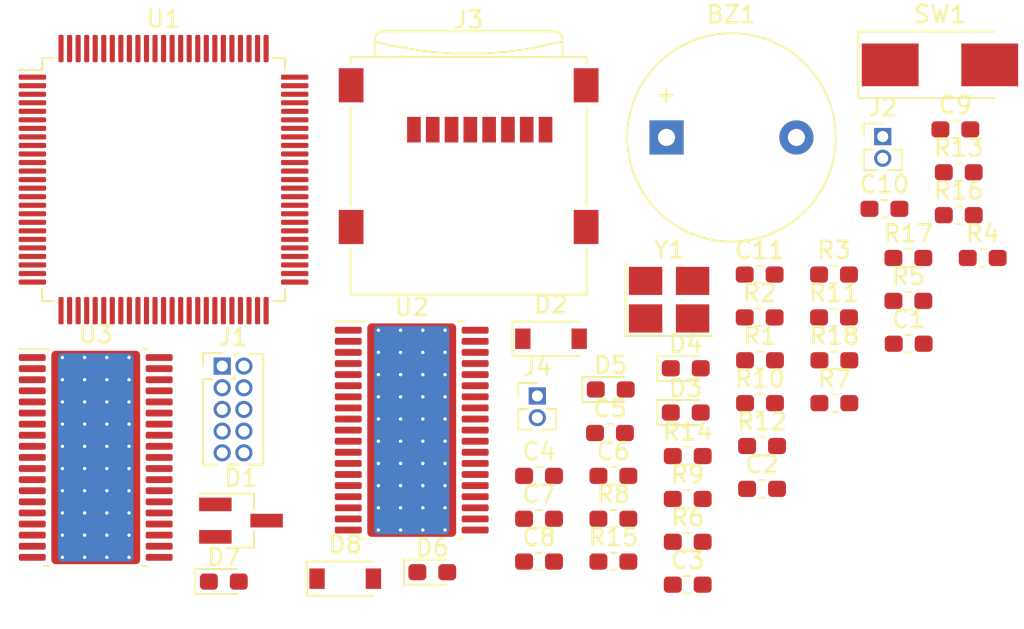
<source format=kicad_pcb>
(kicad_pcb (version 20171130) (host pcbnew "(5.1.5)-3")

  (general
    (thickness 1.6)
    (drawings 0)
    (tracks 0)
    (zones 0)
    (modules 47)
    (nets 137)
  )

  (page A4)
  (layers
    (0 F.Cu signal)
    (31 B.Cu signal)
    (32 B.Adhes user)
    (33 F.Adhes user)
    (34 B.Paste user)
    (35 F.Paste user)
    (36 B.SilkS user)
    (37 F.SilkS user)
    (38 B.Mask user)
    (39 F.Mask user)
    (40 Dwgs.User user)
    (41 Cmts.User user)
    (42 Eco1.User user)
    (43 Eco2.User user)
    (44 Edge.Cuts user)
    (45 Margin user)
    (46 B.CrtYd user)
    (47 F.CrtYd user)
    (48 B.Fab user)
    (49 F.Fab user)
  )

  (setup
    (last_trace_width 0.25)
    (trace_clearance 0.2)
    (zone_clearance 0.508)
    (zone_45_only no)
    (trace_min 0.2)
    (via_size 0.8)
    (via_drill 0.4)
    (via_min_size 0.4)
    (via_min_drill 0.3)
    (uvia_size 0.3)
    (uvia_drill 0.1)
    (uvias_allowed no)
    (uvia_min_size 0.2)
    (uvia_min_drill 0.1)
    (edge_width 0.05)
    (segment_width 0.2)
    (pcb_text_width 0.3)
    (pcb_text_size 1.5 1.5)
    (mod_edge_width 0.12)
    (mod_text_size 1 1)
    (mod_text_width 0.15)
    (pad_size 1.524 1.524)
    (pad_drill 0.762)
    (pad_to_mask_clearance 0.051)
    (solder_mask_min_width 0.25)
    (aux_axis_origin 0 0)
    (visible_elements FFFFFF7F)
    (pcbplotparams
      (layerselection 0x010fc_ffffffff)
      (usegerberextensions false)
      (usegerberattributes false)
      (usegerberadvancedattributes false)
      (creategerberjobfile false)
      (excludeedgelayer true)
      (linewidth 0.100000)
      (plotframeref false)
      (viasonmask false)
      (mode 1)
      (useauxorigin false)
      (hpglpennumber 1)
      (hpglpenspeed 20)
      (hpglpendiameter 15.000000)
      (psnegative false)
      (psa4output false)
      (plotreference true)
      (plotvalue true)
      (plotinvisibletext false)
      (padsonsilk false)
      (subtractmaskfromsilk false)
      (outputformat 1)
      (mirror false)
      (drillshape 1)
      (scaleselection 1)
      (outputdirectory ""))
  )

  (net 0 "")
  (net 1 GND)
  (net 2 BUZZ)
  (net 3 +3V3)
  (net 4 +12V)
  (net 5 "Net-(C4-Pad1)")
  (net 6 EXT_OSC_IN)
  (net 7 EXT_OSC_OUT)
  (net 8 "Net-(D3-Pad2)")
  (net 9 "Net-(D3-Pad1)")
  (net 10 "Net-(D4-Pad1)")
  (net 11 LED1)
  (net 12 "Net-(D5-Pad1)")
  (net 13 LED2)
  (net 14 "Net-(D6-Pad1)")
  (net 15 "Net-(D7-Pad1)")
  (net 16 RESET)
  (net 17 "Net-(J1-Pad9)")
  (net 18 TDI)
  (net 19 "Net-(J1-Pad7)")
  (net 20 SWO)
  (net 21 SWDCLK)
  (net 22 SWDIO)
  (net 23 WD_OFF0)
  (net 24 DAT2)
  (net 25 DAT3)
  (net 26 CMD)
  (net 27 SDCLK)
  (net 28 DAT0)
  (net 29 DAT1)
  (net 30 WD_OFF1)
  (net 31 LIMP)
  (net 32 "Net-(U1-Pad98)")
  (net 33 "Net-(U1-Pad97)")
  (net 34 "Net-(U1-Pad96)")
  (net 35 "Net-(U1-Pad95)")
  (net 36 "Net-(U1-Pad94)")
  (net 37 "Net-(U1-Pad93)")
  (net 38 "Net-(U1-Pad92)")
  (net 39 "Net-(U1-Pad91)")
  (net 40 "Net-(U1-Pad90)")
  (net 41 "Net-(U1-Pad88)")
  (net 42 "Net-(U1-Pad87)")
  (net 43 "Net-(U1-Pad86)")
  (net 44 "Net-(U1-Pad85)")
  (net 45 "Net-(U1-Pad84)")
  (net 46 "Net-(U1-Pad83)")
  (net 47 "Net-(U1-Pad82)")
  (net 48 "Net-(U1-Pad81)")
  (net 49 "Net-(U1-Pad80)")
  (net 50 "Net-(U1-Pad78)")
  (net 51 CAN_TX0)
  (net 52 CAN_RX0)
  (net 53 SCSN0)
  (net 54 SBC_INTN0)
  (net 55 "Net-(U1-Pad67)")
  (net 56 "Net-(U1-Pad66)")
  (net 57 "Net-(U1-Pad65)")
  (net 58 "Net-(U1-Pad64)")
  (net 59 "Net-(U1-Pad63)")
  (net 60 "Net-(U1-Pad62)")
  (net 61 "Net-(U1-Pad61)")
  (net 62 "Net-(U1-Pad60)")
  (net 63 "Net-(U1-Pad59)")
  (net 64 "Net-(U1-Pad58)")
  (net 65 "Net-(U1-Pad57)")
  (net 66 "Net-(U1-Pad56)")
  (net 67 "Net-(U1-Pad55)")
  (net 68 SBC_INTN1)
  (net 69 SCSN1)
  (net 70 CAN_TX1)
  (net 71 CAN_RX1)
  (net 72 "Net-(U1-Pad47)")
  (net 73 SCK1)
  (net 74 "Net-(U1-Pad45)")
  (net 75 "Net-(U1-Pad44)")
  (net 76 "Net-(U1-Pad43)")
  (net 77 "Net-(U1-Pad42)")
  (net 78 "Net-(U1-Pad41)")
  (net 79 "Net-(U1-Pad35)")
  (net 80 "Net-(U1-Pad34)")
  (net 81 "Net-(U1-Pad33)")
  (net 82 "Net-(U1-Pad32)")
  (net 83 MOSI0)
  (net 84 MISO0)
  (net 85 SCK0)
  (net 86 "Net-(U1-Pad28)")
  (net 87 "Net-(U1-Pad25)")
  (net 88 "Net-(U1-Pad24)")
  (net 89 "Net-(U1-Pad23)")
  (net 90 "Net-(U1-Pad22)")
  (net 91 "Net-(U1-Pad18)")
  (net 92 MISO1)
  (net 93 MOSI1)
  (net 94 "Net-(U1-Pad15)")
  (net 95 "Net-(U1-Pad9)")
  (net 96 "Net-(U1-Pad8)")
  (net 97 "Net-(U1-Pad7)")
  (net 98 "Net-(U1-Pad5)")
  (net 99 "Net-(U1-Pad4)")
  (net 100 "Net-(U1-Pad3)")
  (net 101 "Net-(U1-Pad2)")
  (net 102 "Net-(U1-Pad1)")
  (net 103 "Net-(U2-Pad31)")
  (net 104 "Net-(U2-Pad28)")
  (net 105 "Net-(U2-Pad27)")
  (net 106 "Net-(U2-Pad26)")
  (net 107 "Net-(U2-Pad25)")
  (net 108 SPLIT0)
  (net 109 CANL0)
  (net 110 CANH0)
  (net 111 "Net-(U2-Pad20)")
  (net 112 "Net-(U2-Pad19)")
  (net 113 "Net-(U2-Pad18)")
  (net 114 "Net-(U2-Pad17)")
  (net 115 "Net-(U2-Pad8)")
  (net 116 "Net-(U2-Pad5)")
  (net 117 "Net-(U2-Pad3)")
  (net 118 "Net-(U2-Pad2)")
  (net 119 "Net-(U2-Pad1)")
  (net 120 "Net-(U3-Pad31)")
  (net 121 "Net-(U3-Pad28)")
  (net 122 "Net-(U3-Pad27)")
  (net 123 "Net-(U3-Pad26)")
  (net 124 "Net-(U3-Pad25)")
  (net 125 SPLIT1)
  (net 126 CANL1)
  (net 127 CANH1)
  (net 128 "Net-(U3-Pad20)")
  (net 129 "Net-(U3-Pad19)")
  (net 130 "Net-(U3-Pad18)")
  (net 131 "Net-(U3-Pad17)")
  (net 132 "Net-(U3-Pad8)")
  (net 133 "Net-(U3-Pad5)")
  (net 134 "Net-(U3-Pad3)")
  (net 135 "Net-(U3-Pad2)")
  (net 136 "Net-(U3-Pad1)")

  (net_class Default "This is the default net class."
    (clearance 0.2)
    (trace_width 0.25)
    (via_dia 0.8)
    (via_drill 0.4)
    (uvia_dia 0.3)
    (uvia_drill 0.1)
    (add_net +12V)
    (add_net +3V3)
    (add_net BUZZ)
    (add_net CANH0)
    (add_net CANH1)
    (add_net CANL0)
    (add_net CANL1)
    (add_net CAN_RX0)
    (add_net CAN_RX1)
    (add_net CAN_TX0)
    (add_net CAN_TX1)
    (add_net CMD)
    (add_net DAT0)
    (add_net DAT1)
    (add_net DAT2)
    (add_net DAT3)
    (add_net EXT_OSC_IN)
    (add_net EXT_OSC_OUT)
    (add_net GND)
    (add_net LED1)
    (add_net LED2)
    (add_net LIMP)
    (add_net MISO0)
    (add_net MISO1)
    (add_net MOSI0)
    (add_net MOSI1)
    (add_net "Net-(C4-Pad1)")
    (add_net "Net-(D3-Pad1)")
    (add_net "Net-(D3-Pad2)")
    (add_net "Net-(D4-Pad1)")
    (add_net "Net-(D5-Pad1)")
    (add_net "Net-(D6-Pad1)")
    (add_net "Net-(D7-Pad1)")
    (add_net "Net-(J1-Pad7)")
    (add_net "Net-(J1-Pad9)")
    (add_net "Net-(U1-Pad1)")
    (add_net "Net-(U1-Pad15)")
    (add_net "Net-(U1-Pad18)")
    (add_net "Net-(U1-Pad2)")
    (add_net "Net-(U1-Pad22)")
    (add_net "Net-(U1-Pad23)")
    (add_net "Net-(U1-Pad24)")
    (add_net "Net-(U1-Pad25)")
    (add_net "Net-(U1-Pad28)")
    (add_net "Net-(U1-Pad3)")
    (add_net "Net-(U1-Pad32)")
    (add_net "Net-(U1-Pad33)")
    (add_net "Net-(U1-Pad34)")
    (add_net "Net-(U1-Pad35)")
    (add_net "Net-(U1-Pad4)")
    (add_net "Net-(U1-Pad41)")
    (add_net "Net-(U1-Pad42)")
    (add_net "Net-(U1-Pad43)")
    (add_net "Net-(U1-Pad44)")
    (add_net "Net-(U1-Pad45)")
    (add_net "Net-(U1-Pad47)")
    (add_net "Net-(U1-Pad5)")
    (add_net "Net-(U1-Pad55)")
    (add_net "Net-(U1-Pad56)")
    (add_net "Net-(U1-Pad57)")
    (add_net "Net-(U1-Pad58)")
    (add_net "Net-(U1-Pad59)")
    (add_net "Net-(U1-Pad60)")
    (add_net "Net-(U1-Pad61)")
    (add_net "Net-(U1-Pad62)")
    (add_net "Net-(U1-Pad63)")
    (add_net "Net-(U1-Pad64)")
    (add_net "Net-(U1-Pad65)")
    (add_net "Net-(U1-Pad66)")
    (add_net "Net-(U1-Pad67)")
    (add_net "Net-(U1-Pad7)")
    (add_net "Net-(U1-Pad78)")
    (add_net "Net-(U1-Pad8)")
    (add_net "Net-(U1-Pad80)")
    (add_net "Net-(U1-Pad81)")
    (add_net "Net-(U1-Pad82)")
    (add_net "Net-(U1-Pad83)")
    (add_net "Net-(U1-Pad84)")
    (add_net "Net-(U1-Pad85)")
    (add_net "Net-(U1-Pad86)")
    (add_net "Net-(U1-Pad87)")
    (add_net "Net-(U1-Pad88)")
    (add_net "Net-(U1-Pad9)")
    (add_net "Net-(U1-Pad90)")
    (add_net "Net-(U1-Pad91)")
    (add_net "Net-(U1-Pad92)")
    (add_net "Net-(U1-Pad93)")
    (add_net "Net-(U1-Pad94)")
    (add_net "Net-(U1-Pad95)")
    (add_net "Net-(U1-Pad96)")
    (add_net "Net-(U1-Pad97)")
    (add_net "Net-(U1-Pad98)")
    (add_net "Net-(U2-Pad1)")
    (add_net "Net-(U2-Pad17)")
    (add_net "Net-(U2-Pad18)")
    (add_net "Net-(U2-Pad19)")
    (add_net "Net-(U2-Pad2)")
    (add_net "Net-(U2-Pad20)")
    (add_net "Net-(U2-Pad25)")
    (add_net "Net-(U2-Pad26)")
    (add_net "Net-(U2-Pad27)")
    (add_net "Net-(U2-Pad28)")
    (add_net "Net-(U2-Pad3)")
    (add_net "Net-(U2-Pad31)")
    (add_net "Net-(U2-Pad5)")
    (add_net "Net-(U2-Pad8)")
    (add_net "Net-(U3-Pad1)")
    (add_net "Net-(U3-Pad17)")
    (add_net "Net-(U3-Pad18)")
    (add_net "Net-(U3-Pad19)")
    (add_net "Net-(U3-Pad2)")
    (add_net "Net-(U3-Pad20)")
    (add_net "Net-(U3-Pad25)")
    (add_net "Net-(U3-Pad26)")
    (add_net "Net-(U3-Pad27)")
    (add_net "Net-(U3-Pad28)")
    (add_net "Net-(U3-Pad3)")
    (add_net "Net-(U3-Pad31)")
    (add_net "Net-(U3-Pad5)")
    (add_net "Net-(U3-Pad8)")
    (add_net RESET)
    (add_net SBC_INTN0)
    (add_net SBC_INTN1)
    (add_net SCK0)
    (add_net SCK1)
    (add_net SCSN0)
    (add_net SCSN1)
    (add_net SDCLK)
    (add_net SPLIT0)
    (add_net SPLIT1)
    (add_net SWDCLK)
    (add_net SWDIO)
    (add_net SWO)
    (add_net TDI)
    (add_net WD_OFF0)
    (add_net WD_OFF1)
  )

  (module Oscillator:Oscillator_SMD_Abracon_ASE-4Pin_3.2x2.5mm_HandSoldering (layer F.Cu) (tedit 58CD3344) (tstamp 60B2E5BE)
    (at 105.889001 57.431001)
    (descr "Miniature Crystal Clock Oscillator Abracon ASE series, http://www.abracon.com/Oscillators/ASEseries.pdf, hand-soldering, 3.2x2.5mm^2 package")
    (tags "SMD SMT crystal oscillator hand-soldering")
    (path /60B08701)
    (attr smd)
    (fp_text reference Y1 (at 0 -2.925) (layer F.SilkS)
      (effects (font (size 1 1) (thickness 0.15)))
    )
    (fp_text value 8Mhz (at 0 2.925) (layer F.Fab)
      (effects (font (size 1 1) (thickness 0.15)))
    )
    (fp_circle (center 0 0) (end 0.058333 0) (layer F.Adhes) (width 0.116667))
    (fp_circle (center 0 0) (end 0.133333 0) (layer F.Adhes) (width 0.083333))
    (fp_circle (center 0 0) (end 0.208333 0) (layer F.Adhes) (width 0.083333))
    (fp_circle (center 0 0) (end 0.25 0) (layer F.Adhes) (width 0.1))
    (fp_line (start 2.6 -2.2) (end -2.6 -2.2) (layer F.CrtYd) (width 0.05))
    (fp_line (start 2.6 2.2) (end 2.6 -2.2) (layer F.CrtYd) (width 0.05))
    (fp_line (start -2.6 2.2) (end 2.6 2.2) (layer F.CrtYd) (width 0.05))
    (fp_line (start -2.6 -2.2) (end -2.6 2.2) (layer F.CrtYd) (width 0.05))
    (fp_line (start -2.55 2.125) (end 2.55 2.125) (layer F.SilkS) (width 0.12))
    (fp_line (start -2.55 -2.125) (end -2.55 2.125) (layer F.SilkS) (width 0.12))
    (fp_line (start -1.6 0.25) (end -0.6 1.25) (layer F.Fab) (width 0.1))
    (fp_line (start -1.6 -1.15) (end -1.5 -1.25) (layer F.Fab) (width 0.1))
    (fp_line (start -1.6 1.15) (end -1.6 -1.15) (layer F.Fab) (width 0.1))
    (fp_line (start -1.5 1.25) (end -1.6 1.15) (layer F.Fab) (width 0.1))
    (fp_line (start 1.5 1.25) (end -1.5 1.25) (layer F.Fab) (width 0.1))
    (fp_line (start 1.6 1.15) (end 1.5 1.25) (layer F.Fab) (width 0.1))
    (fp_line (start 1.6 -1.15) (end 1.6 1.15) (layer F.Fab) (width 0.1))
    (fp_line (start 1.5 -1.25) (end 1.6 -1.15) (layer F.Fab) (width 0.1))
    (fp_line (start -1.5 -1.25) (end 1.5 -1.25) (layer F.Fab) (width 0.1))
    (fp_text user %R (at 0 0) (layer F.Fab)
      (effects (font (size 0.7 0.7) (thickness 0.105)))
    )
    (pad 4 smd rect (at -1.375 -1.1) (size 1.95 1.65) (layers F.Cu F.Paste F.Mask))
    (pad 3 smd rect (at 1.375 -1.1) (size 1.95 1.65) (layers F.Cu F.Paste F.Mask))
    (pad 2 smd rect (at 1.375 1.1) (size 1.95 1.65) (layers F.Cu F.Paste F.Mask)
      (net 7 EXT_OSC_OUT))
    (pad 1 smd rect (at -1.375 1.1) (size 1.95 1.65) (layers F.Cu F.Paste F.Mask)
      (net 6 EXT_OSC_IN))
    (model ${KISYS3DMOD}/Oscillator.3dshapes/Oscillator_SMD_Abracon_ASE-4Pin_3.2x2.5mm_HandSoldering.wrl
      (at (xyz 0 0 0))
      (scale (xyz 1 1 1))
      (rotate (xyz 0 0 0))
    )
  )

  (module Package_SO:HTSSOP-38-1EP_6.1x12.5mm_P0.65mm_EP5.2x12.5mm_Mask3.39x6.35mm_ThermalVias (layer F.Cu) (tedit 5BC8950E) (tstamp 60B2E5A2)
    (at 72.339001 66.671001)
    (descr "HTSSOP, 38 Pin (http://www.ti.com/lit/ds/symlink/tlc5951.pdf#page=47&zoom=140,-67,15), generated with kicad-footprint-generator ipc_gullwing_generator.py")
    (tags "HTSSOP SO")
    (path /60B8AEA7)
    (attr smd)
    (fp_text reference U3 (at 0 -7.2) (layer F.SilkS)
      (effects (font (size 1 1) (thickness 0.15)))
    )
    (fp_text value UJA1075A-3.3 (at 0 7.2) (layer F.Fab)
      (effects (font (size 1 1) (thickness 0.15)))
    )
    (fp_text user %R (at 0 0) (layer F.Fab)
      (effects (font (size 1 1) (thickness 0.15)))
    )
    (fp_line (start 4.75 -6.5) (end -4.75 -6.5) (layer F.CrtYd) (width 0.05))
    (fp_line (start 4.75 6.5) (end 4.75 -6.5) (layer F.CrtYd) (width 0.05))
    (fp_line (start -4.75 6.5) (end 4.75 6.5) (layer F.CrtYd) (width 0.05))
    (fp_line (start -4.75 -6.5) (end -4.75 6.5) (layer F.CrtYd) (width 0.05))
    (fp_line (start -3.05 -5.25) (end -2.05 -6.25) (layer F.Fab) (width 0.1))
    (fp_line (start -3.05 6.25) (end -3.05 -5.25) (layer F.Fab) (width 0.1))
    (fp_line (start 3.05 6.25) (end -3.05 6.25) (layer F.Fab) (width 0.1))
    (fp_line (start 3.05 -6.25) (end 3.05 6.25) (layer F.Fab) (width 0.1))
    (fp_line (start -2.05 -6.25) (end 3.05 -6.25) (layer F.Fab) (width 0.1))
    (fp_line (start -2.711248 -6.36) (end -4.5 -6.36) (layer F.SilkS) (width 0.12))
    (fp_line (start 2.711248 -6.36) (end 3.05 -6.36) (layer F.SilkS) (width 0.12))
    (fp_line (start -2.711248 6.36) (end -3.05 6.36) (layer F.SilkS) (width 0.12))
    (fp_line (start 2.711248 6.36) (end 3.05 6.36) (layer F.SilkS) (width 0.12))
    (fp_line (start 2.711248 6.36) (end 2.711248 6.36) (layer B.Fab) (width 0.12))
    (pad 38 smd roundrect (at 3.7125 -5.85) (size 1.575 0.4) (layers F.Cu F.Paste F.Mask) (roundrect_rratio 0.25))
    (pad 37 smd roundrect (at 3.7125 -5.2) (size 1.575 0.4) (layers F.Cu F.Paste F.Mask) (roundrect_rratio 0.25))
    (pad 36 smd roundrect (at 3.7125 -4.55) (size 1.575 0.4) (layers F.Cu F.Paste F.Mask) (roundrect_rratio 0.25))
    (pad 35 smd roundrect (at 3.7125 -3.9) (size 1.575 0.4) (layers F.Cu F.Paste F.Mask) (roundrect_rratio 0.25))
    (pad 34 smd roundrect (at 3.7125 -3.25) (size 1.575 0.4) (layers F.Cu F.Paste F.Mask) (roundrect_rratio 0.25))
    (pad 33 smd roundrect (at 3.7125 -2.6) (size 1.575 0.4) (layers F.Cu F.Paste F.Mask) (roundrect_rratio 0.25))
    (pad 32 smd roundrect (at 3.7125 -1.95) (size 1.575 0.4) (layers F.Cu F.Paste F.Mask) (roundrect_rratio 0.25)
      (net 4 +12V))
    (pad 31 smd roundrect (at 3.7125 -1.3) (size 1.575 0.4) (layers F.Cu F.Paste F.Mask) (roundrect_rratio 0.25)
      (net 120 "Net-(U3-Pad31)"))
    (pad 30 smd roundrect (at 3.7125 -0.65) (size 1.575 0.4) (layers F.Cu F.Paste F.Mask) (roundrect_rratio 0.25)
      (net 1 GND))
    (pad 29 smd roundrect (at 3.7125 0) (size 1.575 0.4) (layers F.Cu F.Paste F.Mask) (roundrect_rratio 0.25)
      (net 3 +3V3))
    (pad 28 smd roundrect (at 3.7125 0.65) (size 1.575 0.4) (layers F.Cu F.Paste F.Mask) (roundrect_rratio 0.25)
      (net 121 "Net-(U3-Pad28)"))
    (pad 27 smd roundrect (at 3.7125 1.3) (size 1.575 0.4) (layers F.Cu F.Paste F.Mask) (roundrect_rratio 0.25)
      (net 122 "Net-(U3-Pad27)"))
    (pad 26 smd roundrect (at 3.7125 1.95) (size 1.575 0.4) (layers F.Cu F.Paste F.Mask) (roundrect_rratio 0.25)
      (net 123 "Net-(U3-Pad26)"))
    (pad 25 smd roundrect (at 3.7125 2.6) (size 1.575 0.4) (layers F.Cu F.Paste F.Mask) (roundrect_rratio 0.25)
      (net 124 "Net-(U3-Pad25)"))
    (pad 24 smd roundrect (at 3.7125 3.25) (size 1.575 0.4) (layers F.Cu F.Paste F.Mask) (roundrect_rratio 0.25)
      (net 125 SPLIT1))
    (pad 23 smd roundrect (at 3.7125 3.9) (size 1.575 0.4) (layers F.Cu F.Paste F.Mask) (roundrect_rratio 0.25)
      (net 1 GND))
    (pad 22 smd roundrect (at 3.7125 4.55) (size 1.575 0.4) (layers F.Cu F.Paste F.Mask) (roundrect_rratio 0.25)
      (net 126 CANL1))
    (pad 21 smd roundrect (at 3.7125 5.2) (size 1.575 0.4) (layers F.Cu F.Paste F.Mask) (roundrect_rratio 0.25)
      (net 127 CANH1))
    (pad 20 smd roundrect (at 3.7125 5.85) (size 1.575 0.4) (layers F.Cu F.Paste F.Mask) (roundrect_rratio 0.25)
      (net 128 "Net-(U3-Pad20)"))
    (pad 19 smd roundrect (at -3.7125 5.85) (size 1.575 0.4) (layers F.Cu F.Paste F.Mask) (roundrect_rratio 0.25)
      (net 129 "Net-(U3-Pad19)"))
    (pad 18 smd roundrect (at -3.7125 5.2) (size 1.575 0.4) (layers F.Cu F.Paste F.Mask) (roundrect_rratio 0.25)
      (net 130 "Net-(U3-Pad18)"))
    (pad 17 smd roundrect (at -3.7125 4.55) (size 1.575 0.4) (layers F.Cu F.Paste F.Mask) (roundrect_rratio 0.25)
      (net 131 "Net-(U3-Pad17)"))
    (pad 16 smd roundrect (at -3.7125 3.9) (size 1.575 0.4) (layers F.Cu F.Paste F.Mask) (roundrect_rratio 0.25)
      (net 30 WD_OFF1))
    (pad 15 smd roundrect (at -3.7125 3.25) (size 1.575 0.4) (layers F.Cu F.Paste F.Mask) (roundrect_rratio 0.25)
      (net 1 GND))
    (pad 14 smd roundrect (at -3.7125 2.6) (size 1.575 0.4) (layers F.Cu F.Paste F.Mask) (roundrect_rratio 0.25)
      (net 71 CAN_RX1))
    (pad 13 smd roundrect (at -3.7125 1.95) (size 1.575 0.4) (layers F.Cu F.Paste F.Mask) (roundrect_rratio 0.25)
      (net 70 CAN_TX1))
    (pad 12 smd roundrect (at -3.7125 1.3) (size 1.575 0.4) (layers F.Cu F.Paste F.Mask) (roundrect_rratio 0.25)
      (net 69 SCSN1))
    (pad 11 smd roundrect (at -3.7125 0.65) (size 1.575 0.4) (layers F.Cu F.Paste F.Mask) (roundrect_rratio 0.25)
      (net 73 SCK1))
    (pad 10 smd roundrect (at -3.7125 0) (size 1.575 0.4) (layers F.Cu F.Paste F.Mask) (roundrect_rratio 0.25)
      (net 92 MISO1))
    (pad 9 smd roundrect (at -3.7125 -0.65) (size 1.575 0.4) (layers F.Cu F.Paste F.Mask) (roundrect_rratio 0.25)
      (net 93 MOSI1))
    (pad 8 smd roundrect (at -3.7125 -1.3) (size 1.575 0.4) (layers F.Cu F.Paste F.Mask) (roundrect_rratio 0.25)
      (net 132 "Net-(U3-Pad8)"))
    (pad 7 smd roundrect (at -3.7125 -1.95) (size 1.575 0.4) (layers F.Cu F.Paste F.Mask) (roundrect_rratio 0.25)
      (net 68 SBC_INTN1))
    (pad 6 smd roundrect (at -3.7125 -2.6) (size 1.575 0.4) (layers F.Cu F.Paste F.Mask) (roundrect_rratio 0.25)
      (net 16 RESET))
    (pad 5 smd roundrect (at -3.7125 -3.25) (size 1.575 0.4) (layers F.Cu F.Paste F.Mask) (roundrect_rratio 0.25)
      (net 133 "Net-(U3-Pad5)"))
    (pad 4 smd roundrect (at -3.7125 -3.9) (size 1.575 0.4) (layers F.Cu F.Paste F.Mask) (roundrect_rratio 0.25)
      (net 3 +3V3))
    (pad 3 smd roundrect (at -3.7125 -4.55) (size 1.575 0.4) (layers F.Cu F.Paste F.Mask) (roundrect_rratio 0.25)
      (net 134 "Net-(U3-Pad3)"))
    (pad 2 smd roundrect (at -3.7125 -5.2) (size 1.575 0.4) (layers F.Cu F.Paste F.Mask) (roundrect_rratio 0.25)
      (net 135 "Net-(U3-Pad2)"))
    (pad 1 smd roundrect (at -3.7125 -5.85) (size 1.575 0.4) (layers F.Cu F.Paste F.Mask) (roundrect_rratio 0.25)
      (net 136 "Net-(U3-Pad1)"))
    (pad "" smd roundrect (at 0.85 2.12) (size 1.37 1.71) (layers F.Paste) (roundrect_rratio 0.182482))
    (pad "" smd roundrect (at 0.85 0) (size 1.37 1.71) (layers F.Paste) (roundrect_rratio 0.182482))
    (pad "" smd roundrect (at 0.85 -2.12) (size 1.37 1.71) (layers F.Paste) (roundrect_rratio 0.182482))
    (pad "" smd roundrect (at -0.85 2.12) (size 1.37 1.71) (layers F.Paste) (roundrect_rratio 0.182482))
    (pad "" smd roundrect (at -0.85 0) (size 1.37 1.71) (layers F.Paste) (roundrect_rratio 0.182482))
    (pad "" smd roundrect (at -0.85 -2.12) (size 1.37 1.71) (layers F.Paste) (roundrect_rratio 0.182482))
    (pad 39 smd roundrect (at 0 0) (size 4.4 12.2) (layers B.Cu) (roundrect_rratio 0.056818))
    (pad 39 thru_hole circle (at 1.95 5.85) (size 0.5 0.5) (drill 0.2) (layers *.Cu))
    (pad 39 thru_hole circle (at 0.65 5.85) (size 0.5 0.5) (drill 0.2) (layers *.Cu))
    (pad 39 thru_hole circle (at -0.65 5.85) (size 0.5 0.5) (drill 0.2) (layers *.Cu))
    (pad 39 thru_hole circle (at -1.95 5.85) (size 0.5 0.5) (drill 0.2) (layers *.Cu))
    (pad 39 thru_hole circle (at 1.95 4.55) (size 0.5 0.5) (drill 0.2) (layers *.Cu))
    (pad 39 thru_hole circle (at 0.65 4.55) (size 0.5 0.5) (drill 0.2) (layers *.Cu))
    (pad 39 thru_hole circle (at -0.65 4.55) (size 0.5 0.5) (drill 0.2) (layers *.Cu))
    (pad 39 thru_hole circle (at -1.95 4.55) (size 0.5 0.5) (drill 0.2) (layers *.Cu))
    (pad 39 thru_hole circle (at 1.95 3.25) (size 0.5 0.5) (drill 0.2) (layers *.Cu))
    (pad 39 thru_hole circle (at 0.65 3.25) (size 0.5 0.5) (drill 0.2) (layers *.Cu))
    (pad 39 thru_hole circle (at -0.65 3.25) (size 0.5 0.5) (drill 0.2) (layers *.Cu))
    (pad 39 thru_hole circle (at -1.95 3.25) (size 0.5 0.5) (drill 0.2) (layers *.Cu))
    (pad 39 thru_hole circle (at 1.95 1.95) (size 0.5 0.5) (drill 0.2) (layers *.Cu))
    (pad 39 thru_hole circle (at 0.65 1.95) (size 0.5 0.5) (drill 0.2) (layers *.Cu))
    (pad 39 thru_hole circle (at -0.65 1.95) (size 0.5 0.5) (drill 0.2) (layers *.Cu))
    (pad 39 thru_hole circle (at -1.95 1.95) (size 0.5 0.5) (drill 0.2) (layers *.Cu))
    (pad 39 thru_hole circle (at 1.95 0.65) (size 0.5 0.5) (drill 0.2) (layers *.Cu))
    (pad 39 thru_hole circle (at 0.65 0.65) (size 0.5 0.5) (drill 0.2) (layers *.Cu))
    (pad 39 thru_hole circle (at -0.65 0.65) (size 0.5 0.5) (drill 0.2) (layers *.Cu))
    (pad 39 thru_hole circle (at -1.95 0.65) (size 0.5 0.5) (drill 0.2) (layers *.Cu))
    (pad 39 thru_hole circle (at 1.95 -0.65) (size 0.5 0.5) (drill 0.2) (layers *.Cu))
    (pad 39 thru_hole circle (at 0.65 -0.65) (size 0.5 0.5) (drill 0.2) (layers *.Cu))
    (pad 39 thru_hole circle (at -0.65 -0.65) (size 0.5 0.5) (drill 0.2) (layers *.Cu))
    (pad 39 thru_hole circle (at -1.95 -0.65) (size 0.5 0.5) (drill 0.2) (layers *.Cu))
    (pad 39 thru_hole circle (at 1.95 -1.95) (size 0.5 0.5) (drill 0.2) (layers *.Cu))
    (pad 39 thru_hole circle (at 0.65 -1.95) (size 0.5 0.5) (drill 0.2) (layers *.Cu))
    (pad 39 thru_hole circle (at -0.65 -1.95) (size 0.5 0.5) (drill 0.2) (layers *.Cu))
    (pad 39 thru_hole circle (at -1.95 -1.95) (size 0.5 0.5) (drill 0.2) (layers *.Cu))
    (pad 39 thru_hole circle (at 1.95 -3.25) (size 0.5 0.5) (drill 0.2) (layers *.Cu))
    (pad 39 thru_hole circle (at 0.65 -3.25) (size 0.5 0.5) (drill 0.2) (layers *.Cu))
    (pad 39 thru_hole circle (at -0.65 -3.25) (size 0.5 0.5) (drill 0.2) (layers *.Cu))
    (pad 39 thru_hole circle (at -1.95 -3.25) (size 0.5 0.5) (drill 0.2) (layers *.Cu))
    (pad 39 thru_hole circle (at 1.95 -4.55) (size 0.5 0.5) (drill 0.2) (layers *.Cu))
    (pad 39 thru_hole circle (at 0.65 -4.55) (size 0.5 0.5) (drill 0.2) (layers *.Cu))
    (pad 39 thru_hole circle (at -0.65 -4.55) (size 0.5 0.5) (drill 0.2) (layers *.Cu))
    (pad 39 thru_hole circle (at -1.95 -4.55) (size 0.5 0.5) (drill 0.2) (layers *.Cu))
    (pad 39 thru_hole circle (at 1.95 -5.85) (size 0.5 0.5) (drill 0.2) (layers *.Cu))
    (pad 39 thru_hole circle (at 0.65 -5.85) (size 0.5 0.5) (drill 0.2) (layers *.Cu))
    (pad 39 thru_hole circle (at -0.65 -5.85) (size 0.5 0.5) (drill 0.2) (layers *.Cu))
    (pad 39 thru_hole circle (at -1.95 -5.85) (size 0.5 0.5) (drill 0.2) (layers *.Cu))
    (pad 39 smd roundrect (at 0 0) (size 5.2 12.5) (layers F.Cu) (roundrect_rratio 0.048077))
    (pad "" smd roundrect (at 0 0) (size 3.39 6.35) (layers F.Mask) (roundrect_rratio 0.07374600000000001))
    (model ${KISYS3DMOD}/Package_SO.3dshapes/HTSSOP-38-1EP_6.1x12.5mm_P0.65mm_EP5.2x12.5mm_Mask3.39x6.35mm.wrl
      (at (xyz 0 0 0))
      (scale (xyz 1 1 1))
      (rotate (xyz 0 0 0))
    )
  )

  (module Package_SO:HTSSOP-38-1EP_6.1x12.5mm_P0.65mm_EP5.2x12.5mm_Mask3.39x6.35mm_ThermalVias (layer F.Cu) (tedit 5BC8950E) (tstamp 60B2E538)
    (at 90.829001 65.071001)
    (descr "HTSSOP, 38 Pin (http://www.ti.com/lit/ds/symlink/tlc5951.pdf#page=47&zoom=140,-67,15), generated with kicad-footprint-generator ipc_gullwing_generator.py")
    (tags "HTSSOP SO")
    (path /60A51390)
    (attr smd)
    (fp_text reference U2 (at 0 -7.2) (layer F.SilkS)
      (effects (font (size 1 1) (thickness 0.15)))
    )
    (fp_text value UJA1075A-3.3 (at 0 7.2) (layer F.Fab)
      (effects (font (size 1 1) (thickness 0.15)))
    )
    (fp_text user %R (at 0 0) (layer F.Fab)
      (effects (font (size 1 1) (thickness 0.15)))
    )
    (fp_line (start 4.75 -6.5) (end -4.75 -6.5) (layer F.CrtYd) (width 0.05))
    (fp_line (start 4.75 6.5) (end 4.75 -6.5) (layer F.CrtYd) (width 0.05))
    (fp_line (start -4.75 6.5) (end 4.75 6.5) (layer F.CrtYd) (width 0.05))
    (fp_line (start -4.75 -6.5) (end -4.75 6.5) (layer F.CrtYd) (width 0.05))
    (fp_line (start -3.05 -5.25) (end -2.05 -6.25) (layer F.Fab) (width 0.1))
    (fp_line (start -3.05 6.25) (end -3.05 -5.25) (layer F.Fab) (width 0.1))
    (fp_line (start 3.05 6.25) (end -3.05 6.25) (layer F.Fab) (width 0.1))
    (fp_line (start 3.05 -6.25) (end 3.05 6.25) (layer F.Fab) (width 0.1))
    (fp_line (start -2.05 -6.25) (end 3.05 -6.25) (layer F.Fab) (width 0.1))
    (fp_line (start -2.711248 -6.36) (end -4.5 -6.36) (layer F.SilkS) (width 0.12))
    (fp_line (start 2.711248 -6.36) (end 3.05 -6.36) (layer F.SilkS) (width 0.12))
    (fp_line (start -2.711248 6.36) (end -3.05 6.36) (layer F.SilkS) (width 0.12))
    (fp_line (start 2.711248 6.36) (end 3.05 6.36) (layer F.SilkS) (width 0.12))
    (fp_line (start 2.711248 6.36) (end 2.711248 6.36) (layer B.Fab) (width 0.12))
    (pad 38 smd roundrect (at 3.7125 -5.85) (size 1.575 0.4) (layers F.Cu F.Paste F.Mask) (roundrect_rratio 0.25))
    (pad 37 smd roundrect (at 3.7125 -5.2) (size 1.575 0.4) (layers F.Cu F.Paste F.Mask) (roundrect_rratio 0.25))
    (pad 36 smd roundrect (at 3.7125 -4.55) (size 1.575 0.4) (layers F.Cu F.Paste F.Mask) (roundrect_rratio 0.25))
    (pad 35 smd roundrect (at 3.7125 -3.9) (size 1.575 0.4) (layers F.Cu F.Paste F.Mask) (roundrect_rratio 0.25))
    (pad 34 smd roundrect (at 3.7125 -3.25) (size 1.575 0.4) (layers F.Cu F.Paste F.Mask) (roundrect_rratio 0.25))
    (pad 33 smd roundrect (at 3.7125 -2.6) (size 1.575 0.4) (layers F.Cu F.Paste F.Mask) (roundrect_rratio 0.25))
    (pad 32 smd roundrect (at 3.7125 -1.95) (size 1.575 0.4) (layers F.Cu F.Paste F.Mask) (roundrect_rratio 0.25)
      (net 4 +12V))
    (pad 31 smd roundrect (at 3.7125 -1.3) (size 1.575 0.4) (layers F.Cu F.Paste F.Mask) (roundrect_rratio 0.25)
      (net 103 "Net-(U2-Pad31)"))
    (pad 30 smd roundrect (at 3.7125 -0.65) (size 1.575 0.4) (layers F.Cu F.Paste F.Mask) (roundrect_rratio 0.25)
      (net 1 GND))
    (pad 29 smd roundrect (at 3.7125 0) (size 1.575 0.4) (layers F.Cu F.Paste F.Mask) (roundrect_rratio 0.25)
      (net 3 +3V3))
    (pad 28 smd roundrect (at 3.7125 0.65) (size 1.575 0.4) (layers F.Cu F.Paste F.Mask) (roundrect_rratio 0.25)
      (net 104 "Net-(U2-Pad28)"))
    (pad 27 smd roundrect (at 3.7125 1.3) (size 1.575 0.4) (layers F.Cu F.Paste F.Mask) (roundrect_rratio 0.25)
      (net 105 "Net-(U2-Pad27)"))
    (pad 26 smd roundrect (at 3.7125 1.95) (size 1.575 0.4) (layers F.Cu F.Paste F.Mask) (roundrect_rratio 0.25)
      (net 106 "Net-(U2-Pad26)"))
    (pad 25 smd roundrect (at 3.7125 2.6) (size 1.575 0.4) (layers F.Cu F.Paste F.Mask) (roundrect_rratio 0.25)
      (net 107 "Net-(U2-Pad25)"))
    (pad 24 smd roundrect (at 3.7125 3.25) (size 1.575 0.4) (layers F.Cu F.Paste F.Mask) (roundrect_rratio 0.25)
      (net 108 SPLIT0))
    (pad 23 smd roundrect (at 3.7125 3.9) (size 1.575 0.4) (layers F.Cu F.Paste F.Mask) (roundrect_rratio 0.25)
      (net 1 GND))
    (pad 22 smd roundrect (at 3.7125 4.55) (size 1.575 0.4) (layers F.Cu F.Paste F.Mask) (roundrect_rratio 0.25)
      (net 109 CANL0))
    (pad 21 smd roundrect (at 3.7125 5.2) (size 1.575 0.4) (layers F.Cu F.Paste F.Mask) (roundrect_rratio 0.25)
      (net 110 CANH0))
    (pad 20 smd roundrect (at 3.7125 5.85) (size 1.575 0.4) (layers F.Cu F.Paste F.Mask) (roundrect_rratio 0.25)
      (net 111 "Net-(U2-Pad20)"))
    (pad 19 smd roundrect (at -3.7125 5.85) (size 1.575 0.4) (layers F.Cu F.Paste F.Mask) (roundrect_rratio 0.25)
      (net 112 "Net-(U2-Pad19)"))
    (pad 18 smd roundrect (at -3.7125 5.2) (size 1.575 0.4) (layers F.Cu F.Paste F.Mask) (roundrect_rratio 0.25)
      (net 113 "Net-(U2-Pad18)"))
    (pad 17 smd roundrect (at -3.7125 4.55) (size 1.575 0.4) (layers F.Cu F.Paste F.Mask) (roundrect_rratio 0.25)
      (net 114 "Net-(U2-Pad17)"))
    (pad 16 smd roundrect (at -3.7125 3.9) (size 1.575 0.4) (layers F.Cu F.Paste F.Mask) (roundrect_rratio 0.25)
      (net 23 WD_OFF0))
    (pad 15 smd roundrect (at -3.7125 3.25) (size 1.575 0.4) (layers F.Cu F.Paste F.Mask) (roundrect_rratio 0.25)
      (net 1 GND))
    (pad 14 smd roundrect (at -3.7125 2.6) (size 1.575 0.4) (layers F.Cu F.Paste F.Mask) (roundrect_rratio 0.25)
      (net 52 CAN_RX0))
    (pad 13 smd roundrect (at -3.7125 1.95) (size 1.575 0.4) (layers F.Cu F.Paste F.Mask) (roundrect_rratio 0.25)
      (net 51 CAN_TX0))
    (pad 12 smd roundrect (at -3.7125 1.3) (size 1.575 0.4) (layers F.Cu F.Paste F.Mask) (roundrect_rratio 0.25)
      (net 53 SCSN0))
    (pad 11 smd roundrect (at -3.7125 0.65) (size 1.575 0.4) (layers F.Cu F.Paste F.Mask) (roundrect_rratio 0.25)
      (net 85 SCK0))
    (pad 10 smd roundrect (at -3.7125 0) (size 1.575 0.4) (layers F.Cu F.Paste F.Mask) (roundrect_rratio 0.25)
      (net 84 MISO0))
    (pad 9 smd roundrect (at -3.7125 -0.65) (size 1.575 0.4) (layers F.Cu F.Paste F.Mask) (roundrect_rratio 0.25)
      (net 83 MOSI0))
    (pad 8 smd roundrect (at -3.7125 -1.3) (size 1.575 0.4) (layers F.Cu F.Paste F.Mask) (roundrect_rratio 0.25)
      (net 115 "Net-(U2-Pad8)"))
    (pad 7 smd roundrect (at -3.7125 -1.95) (size 1.575 0.4) (layers F.Cu F.Paste F.Mask) (roundrect_rratio 0.25)
      (net 54 SBC_INTN0))
    (pad 6 smd roundrect (at -3.7125 -2.6) (size 1.575 0.4) (layers F.Cu F.Paste F.Mask) (roundrect_rratio 0.25)
      (net 16 RESET))
    (pad 5 smd roundrect (at -3.7125 -3.25) (size 1.575 0.4) (layers F.Cu F.Paste F.Mask) (roundrect_rratio 0.25)
      (net 116 "Net-(U2-Pad5)"))
    (pad 4 smd roundrect (at -3.7125 -3.9) (size 1.575 0.4) (layers F.Cu F.Paste F.Mask) (roundrect_rratio 0.25)
      (net 3 +3V3))
    (pad 3 smd roundrect (at -3.7125 -4.55) (size 1.575 0.4) (layers F.Cu F.Paste F.Mask) (roundrect_rratio 0.25)
      (net 117 "Net-(U2-Pad3)"))
    (pad 2 smd roundrect (at -3.7125 -5.2) (size 1.575 0.4) (layers F.Cu F.Paste F.Mask) (roundrect_rratio 0.25)
      (net 118 "Net-(U2-Pad2)"))
    (pad 1 smd roundrect (at -3.7125 -5.85) (size 1.575 0.4) (layers F.Cu F.Paste F.Mask) (roundrect_rratio 0.25)
      (net 119 "Net-(U2-Pad1)"))
    (pad "" smd roundrect (at 0.85 2.12) (size 1.37 1.71) (layers F.Paste) (roundrect_rratio 0.182482))
    (pad "" smd roundrect (at 0.85 0) (size 1.37 1.71) (layers F.Paste) (roundrect_rratio 0.182482))
    (pad "" smd roundrect (at 0.85 -2.12) (size 1.37 1.71) (layers F.Paste) (roundrect_rratio 0.182482))
    (pad "" smd roundrect (at -0.85 2.12) (size 1.37 1.71) (layers F.Paste) (roundrect_rratio 0.182482))
    (pad "" smd roundrect (at -0.85 0) (size 1.37 1.71) (layers F.Paste) (roundrect_rratio 0.182482))
    (pad "" smd roundrect (at -0.85 -2.12) (size 1.37 1.71) (layers F.Paste) (roundrect_rratio 0.182482))
    (pad 39 smd roundrect (at 0 0) (size 4.4 12.2) (layers B.Cu) (roundrect_rratio 0.056818))
    (pad 39 thru_hole circle (at 1.95 5.85) (size 0.5 0.5) (drill 0.2) (layers *.Cu))
    (pad 39 thru_hole circle (at 0.65 5.85) (size 0.5 0.5) (drill 0.2) (layers *.Cu))
    (pad 39 thru_hole circle (at -0.65 5.85) (size 0.5 0.5) (drill 0.2) (layers *.Cu))
    (pad 39 thru_hole circle (at -1.95 5.85) (size 0.5 0.5) (drill 0.2) (layers *.Cu))
    (pad 39 thru_hole circle (at 1.95 4.55) (size 0.5 0.5) (drill 0.2) (layers *.Cu))
    (pad 39 thru_hole circle (at 0.65 4.55) (size 0.5 0.5) (drill 0.2) (layers *.Cu))
    (pad 39 thru_hole circle (at -0.65 4.55) (size 0.5 0.5) (drill 0.2) (layers *.Cu))
    (pad 39 thru_hole circle (at -1.95 4.55) (size 0.5 0.5) (drill 0.2) (layers *.Cu))
    (pad 39 thru_hole circle (at 1.95 3.25) (size 0.5 0.5) (drill 0.2) (layers *.Cu))
    (pad 39 thru_hole circle (at 0.65 3.25) (size 0.5 0.5) (drill 0.2) (layers *.Cu))
    (pad 39 thru_hole circle (at -0.65 3.25) (size 0.5 0.5) (drill 0.2) (layers *.Cu))
    (pad 39 thru_hole circle (at -1.95 3.25) (size 0.5 0.5) (drill 0.2) (layers *.Cu))
    (pad 39 thru_hole circle (at 1.95 1.95) (size 0.5 0.5) (drill 0.2) (layers *.Cu))
    (pad 39 thru_hole circle (at 0.65 1.95) (size 0.5 0.5) (drill 0.2) (layers *.Cu))
    (pad 39 thru_hole circle (at -0.65 1.95) (size 0.5 0.5) (drill 0.2) (layers *.Cu))
    (pad 39 thru_hole circle (at -1.95 1.95) (size 0.5 0.5) (drill 0.2) (layers *.Cu))
    (pad 39 thru_hole circle (at 1.95 0.65) (size 0.5 0.5) (drill 0.2) (layers *.Cu))
    (pad 39 thru_hole circle (at 0.65 0.65) (size 0.5 0.5) (drill 0.2) (layers *.Cu))
    (pad 39 thru_hole circle (at -0.65 0.65) (size 0.5 0.5) (drill 0.2) (layers *.Cu))
    (pad 39 thru_hole circle (at -1.95 0.65) (size 0.5 0.5) (drill 0.2) (layers *.Cu))
    (pad 39 thru_hole circle (at 1.95 -0.65) (size 0.5 0.5) (drill 0.2) (layers *.Cu))
    (pad 39 thru_hole circle (at 0.65 -0.65) (size 0.5 0.5) (drill 0.2) (layers *.Cu))
    (pad 39 thru_hole circle (at -0.65 -0.65) (size 0.5 0.5) (drill 0.2) (layers *.Cu))
    (pad 39 thru_hole circle (at -1.95 -0.65) (size 0.5 0.5) (drill 0.2) (layers *.Cu))
    (pad 39 thru_hole circle (at 1.95 -1.95) (size 0.5 0.5) (drill 0.2) (layers *.Cu))
    (pad 39 thru_hole circle (at 0.65 -1.95) (size 0.5 0.5) (drill 0.2) (layers *.Cu))
    (pad 39 thru_hole circle (at -0.65 -1.95) (size 0.5 0.5) (drill 0.2) (layers *.Cu))
    (pad 39 thru_hole circle (at -1.95 -1.95) (size 0.5 0.5) (drill 0.2) (layers *.Cu))
    (pad 39 thru_hole circle (at 1.95 -3.25) (size 0.5 0.5) (drill 0.2) (layers *.Cu))
    (pad 39 thru_hole circle (at 0.65 -3.25) (size 0.5 0.5) (drill 0.2) (layers *.Cu))
    (pad 39 thru_hole circle (at -0.65 -3.25) (size 0.5 0.5) (drill 0.2) (layers *.Cu))
    (pad 39 thru_hole circle (at -1.95 -3.25) (size 0.5 0.5) (drill 0.2) (layers *.Cu))
    (pad 39 thru_hole circle (at 1.95 -4.55) (size 0.5 0.5) (drill 0.2) (layers *.Cu))
    (pad 39 thru_hole circle (at 0.65 -4.55) (size 0.5 0.5) (drill 0.2) (layers *.Cu))
    (pad 39 thru_hole circle (at -0.65 -4.55) (size 0.5 0.5) (drill 0.2) (layers *.Cu))
    (pad 39 thru_hole circle (at -1.95 -4.55) (size 0.5 0.5) (drill 0.2) (layers *.Cu))
    (pad 39 thru_hole circle (at 1.95 -5.85) (size 0.5 0.5) (drill 0.2) (layers *.Cu))
    (pad 39 thru_hole circle (at 0.65 -5.85) (size 0.5 0.5) (drill 0.2) (layers *.Cu))
    (pad 39 thru_hole circle (at -0.65 -5.85) (size 0.5 0.5) (drill 0.2) (layers *.Cu))
    (pad 39 thru_hole circle (at -1.95 -5.85) (size 0.5 0.5) (drill 0.2) (layers *.Cu))
    (pad 39 smd roundrect (at 0 0) (size 5.2 12.5) (layers F.Cu) (roundrect_rratio 0.048077))
    (pad "" smd roundrect (at 0 0) (size 3.39 6.35) (layers F.Mask) (roundrect_rratio 0.07374600000000001))
    (model ${KISYS3DMOD}/Package_SO.3dshapes/HTSSOP-38-1EP_6.1x12.5mm_P0.65mm_EP5.2x12.5mm_Mask3.39x6.35mm.wrl
      (at (xyz 0 0 0))
      (scale (xyz 1 1 1))
      (rotate (xyz 0 0 0))
    )
  )

  (module Package_QFP:LQFP-100_14x14mm_P0.5mm (layer F.Cu) (tedit 5D9F72B0) (tstamp 60B2E4CE)
    (at 76.309001 50.401001)
    (descr "LQFP, 100 Pin (https://www.nxp.com/docs/en/package-information/SOT407-1.pdf), generated with kicad-footprint-generator ipc_gullwing_generator.py")
    (tags "LQFP QFP")
    (path /60B2B928)
    (attr smd)
    (fp_text reference U1 (at 0 -9.42) (layer F.SilkS)
      (effects (font (size 1 1) (thickness 0.15)))
    )
    (fp_text value STM32F745VGTx (at 0 9.42) (layer F.Fab)
      (effects (font (size 1 1) (thickness 0.15)))
    )
    (fp_text user %R (at 0 0) (layer F.Fab)
      (effects (font (size 1 1) (thickness 0.15)))
    )
    (fp_line (start 8.72 6.4) (end 8.72 0) (layer F.CrtYd) (width 0.05))
    (fp_line (start 7.25 6.4) (end 8.72 6.4) (layer F.CrtYd) (width 0.05))
    (fp_line (start 7.25 7.25) (end 7.25 6.4) (layer F.CrtYd) (width 0.05))
    (fp_line (start 6.4 7.25) (end 7.25 7.25) (layer F.CrtYd) (width 0.05))
    (fp_line (start 6.4 8.72) (end 6.4 7.25) (layer F.CrtYd) (width 0.05))
    (fp_line (start 0 8.72) (end 6.4 8.72) (layer F.CrtYd) (width 0.05))
    (fp_line (start -8.72 6.4) (end -8.72 0) (layer F.CrtYd) (width 0.05))
    (fp_line (start -7.25 6.4) (end -8.72 6.4) (layer F.CrtYd) (width 0.05))
    (fp_line (start -7.25 7.25) (end -7.25 6.4) (layer F.CrtYd) (width 0.05))
    (fp_line (start -6.4 7.25) (end -7.25 7.25) (layer F.CrtYd) (width 0.05))
    (fp_line (start -6.4 8.72) (end -6.4 7.25) (layer F.CrtYd) (width 0.05))
    (fp_line (start 0 8.72) (end -6.4 8.72) (layer F.CrtYd) (width 0.05))
    (fp_line (start 8.72 -6.4) (end 8.72 0) (layer F.CrtYd) (width 0.05))
    (fp_line (start 7.25 -6.4) (end 8.72 -6.4) (layer F.CrtYd) (width 0.05))
    (fp_line (start 7.25 -7.25) (end 7.25 -6.4) (layer F.CrtYd) (width 0.05))
    (fp_line (start 6.4 -7.25) (end 7.25 -7.25) (layer F.CrtYd) (width 0.05))
    (fp_line (start 6.4 -8.72) (end 6.4 -7.25) (layer F.CrtYd) (width 0.05))
    (fp_line (start 0 -8.72) (end 6.4 -8.72) (layer F.CrtYd) (width 0.05))
    (fp_line (start -8.72 -6.4) (end -8.72 0) (layer F.CrtYd) (width 0.05))
    (fp_line (start -7.25 -6.4) (end -8.72 -6.4) (layer F.CrtYd) (width 0.05))
    (fp_line (start -7.25 -7.25) (end -7.25 -6.4) (layer F.CrtYd) (width 0.05))
    (fp_line (start -6.4 -7.25) (end -7.25 -7.25) (layer F.CrtYd) (width 0.05))
    (fp_line (start -6.4 -8.72) (end -6.4 -7.25) (layer F.CrtYd) (width 0.05))
    (fp_line (start 0 -8.72) (end -6.4 -8.72) (layer F.CrtYd) (width 0.05))
    (fp_line (start -7 -6) (end -6 -7) (layer F.Fab) (width 0.1))
    (fp_line (start -7 7) (end -7 -6) (layer F.Fab) (width 0.1))
    (fp_line (start 7 7) (end -7 7) (layer F.Fab) (width 0.1))
    (fp_line (start 7 -7) (end 7 7) (layer F.Fab) (width 0.1))
    (fp_line (start -6 -7) (end 7 -7) (layer F.Fab) (width 0.1))
    (fp_line (start -7.11 -6.41) (end -8.475 -6.41) (layer F.SilkS) (width 0.12))
    (fp_line (start -7.11 -7.11) (end -7.11 -6.41) (layer F.SilkS) (width 0.12))
    (fp_line (start -6.41 -7.11) (end -7.11 -7.11) (layer F.SilkS) (width 0.12))
    (fp_line (start 7.11 -7.11) (end 7.11 -6.41) (layer F.SilkS) (width 0.12))
    (fp_line (start 6.41 -7.11) (end 7.11 -7.11) (layer F.SilkS) (width 0.12))
    (fp_line (start -7.11 7.11) (end -7.11 6.41) (layer F.SilkS) (width 0.12))
    (fp_line (start -6.41 7.11) (end -7.11 7.11) (layer F.SilkS) (width 0.12))
    (fp_line (start 7.11 7.11) (end 7.11 6.41) (layer F.SilkS) (width 0.12))
    (fp_line (start 6.41 7.11) (end 7.11 7.11) (layer F.SilkS) (width 0.12))
    (pad 100 smd roundrect (at -6 -7.675) (size 0.3 1.6) (layers F.Cu F.Paste F.Mask) (roundrect_rratio 0.25)
      (net 3 +3V3))
    (pad 99 smd roundrect (at -5.5 -7.675) (size 0.3 1.6) (layers F.Cu F.Paste F.Mask) (roundrect_rratio 0.25)
      (net 1 GND))
    (pad 98 smd roundrect (at -5 -7.675) (size 0.3 1.6) (layers F.Cu F.Paste F.Mask) (roundrect_rratio 0.25)
      (net 32 "Net-(U1-Pad98)"))
    (pad 97 smd roundrect (at -4.5 -7.675) (size 0.3 1.6) (layers F.Cu F.Paste F.Mask) (roundrect_rratio 0.25)
      (net 33 "Net-(U1-Pad97)"))
    (pad 96 smd roundrect (at -4 -7.675) (size 0.3 1.6) (layers F.Cu F.Paste F.Mask) (roundrect_rratio 0.25)
      (net 34 "Net-(U1-Pad96)"))
    (pad 95 smd roundrect (at -3.5 -7.675) (size 0.3 1.6) (layers F.Cu F.Paste F.Mask) (roundrect_rratio 0.25)
      (net 35 "Net-(U1-Pad95)"))
    (pad 94 smd roundrect (at -3 -7.675) (size 0.3 1.6) (layers F.Cu F.Paste F.Mask) (roundrect_rratio 0.25)
      (net 36 "Net-(U1-Pad94)"))
    (pad 93 smd roundrect (at -2.5 -7.675) (size 0.3 1.6) (layers F.Cu F.Paste F.Mask) (roundrect_rratio 0.25)
      (net 37 "Net-(U1-Pad93)"))
    (pad 92 smd roundrect (at -2 -7.675) (size 0.3 1.6) (layers F.Cu F.Paste F.Mask) (roundrect_rratio 0.25)
      (net 38 "Net-(U1-Pad92)"))
    (pad 91 smd roundrect (at -1.5 -7.675) (size 0.3 1.6) (layers F.Cu F.Paste F.Mask) (roundrect_rratio 0.25)
      (net 39 "Net-(U1-Pad91)"))
    (pad 90 smd roundrect (at -1 -7.675) (size 0.3 1.6) (layers F.Cu F.Paste F.Mask) (roundrect_rratio 0.25)
      (net 40 "Net-(U1-Pad90)"))
    (pad 89 smd roundrect (at -0.5 -7.675) (size 0.3 1.6) (layers F.Cu F.Paste F.Mask) (roundrect_rratio 0.25)
      (net 20 SWO))
    (pad 88 smd roundrect (at 0 -7.675) (size 0.3 1.6) (layers F.Cu F.Paste F.Mask) (roundrect_rratio 0.25)
      (net 41 "Net-(U1-Pad88)"))
    (pad 87 smd roundrect (at 0.5 -7.675) (size 0.3 1.6) (layers F.Cu F.Paste F.Mask) (roundrect_rratio 0.25)
      (net 42 "Net-(U1-Pad87)"))
    (pad 86 smd roundrect (at 1 -7.675) (size 0.3 1.6) (layers F.Cu F.Paste F.Mask) (roundrect_rratio 0.25)
      (net 43 "Net-(U1-Pad86)"))
    (pad 85 smd roundrect (at 1.5 -7.675) (size 0.3 1.6) (layers F.Cu F.Paste F.Mask) (roundrect_rratio 0.25)
      (net 44 "Net-(U1-Pad85)"))
    (pad 84 smd roundrect (at 2 -7.675) (size 0.3 1.6) (layers F.Cu F.Paste F.Mask) (roundrect_rratio 0.25)
      (net 45 "Net-(U1-Pad84)"))
    (pad 83 smd roundrect (at 2.5 -7.675) (size 0.3 1.6) (layers F.Cu F.Paste F.Mask) (roundrect_rratio 0.25)
      (net 46 "Net-(U1-Pad83)"))
    (pad 82 smd roundrect (at 3 -7.675) (size 0.3 1.6) (layers F.Cu F.Paste F.Mask) (roundrect_rratio 0.25)
      (net 47 "Net-(U1-Pad82)"))
    (pad 81 smd roundrect (at 3.5 -7.675) (size 0.3 1.6) (layers F.Cu F.Paste F.Mask) (roundrect_rratio 0.25)
      (net 48 "Net-(U1-Pad81)"))
    (pad 80 smd roundrect (at 4 -7.675) (size 0.3 1.6) (layers F.Cu F.Paste F.Mask) (roundrect_rratio 0.25)
      (net 49 "Net-(U1-Pad80)"))
    (pad 79 smd roundrect (at 4.5 -7.675) (size 0.3 1.6) (layers F.Cu F.Paste F.Mask) (roundrect_rratio 0.25)
      (net 26 CMD))
    (pad 78 smd roundrect (at 5 -7.675) (size 0.3 1.6) (layers F.Cu F.Paste F.Mask) (roundrect_rratio 0.25)
      (net 50 "Net-(U1-Pad78)"))
    (pad 77 smd roundrect (at 5.5 -7.675) (size 0.3 1.6) (layers F.Cu F.Paste F.Mask) (roundrect_rratio 0.25)
      (net 18 TDI))
    (pad 76 smd roundrect (at 6 -7.675) (size 0.3 1.6) (layers F.Cu F.Paste F.Mask) (roundrect_rratio 0.25)
      (net 21 SWDCLK))
    (pad 75 smd roundrect (at 7.675 -6) (size 1.6 0.3) (layers F.Cu F.Paste F.Mask) (roundrect_rratio 0.25)
      (net 3 +3V3))
    (pad 74 smd roundrect (at 7.675 -5.5) (size 1.6 0.3) (layers F.Cu F.Paste F.Mask) (roundrect_rratio 0.25)
      (net 1 GND))
    (pad 73 smd roundrect (at 7.675 -5) (size 1.6 0.3) (layers F.Cu F.Paste F.Mask) (roundrect_rratio 0.25)
      (net 5 "Net-(C4-Pad1)"))
    (pad 72 smd roundrect (at 7.675 -4.5) (size 1.6 0.3) (layers F.Cu F.Paste F.Mask) (roundrect_rratio 0.25)
      (net 22 SWDIO))
    (pad 71 smd roundrect (at 7.675 -4) (size 1.6 0.3) (layers F.Cu F.Paste F.Mask) (roundrect_rratio 0.25)
      (net 51 CAN_TX0))
    (pad 70 smd roundrect (at 7.675 -3.5) (size 1.6 0.3) (layers F.Cu F.Paste F.Mask) (roundrect_rratio 0.25)
      (net 52 CAN_RX0))
    (pad 69 smd roundrect (at 7.675 -3) (size 1.6 0.3) (layers F.Cu F.Paste F.Mask) (roundrect_rratio 0.25)
      (net 53 SCSN0))
    (pad 68 smd roundrect (at 7.675 -2.5) (size 1.6 0.3) (layers F.Cu F.Paste F.Mask) (roundrect_rratio 0.25)
      (net 54 SBC_INTN0))
    (pad 67 smd roundrect (at 7.675 -2) (size 1.6 0.3) (layers F.Cu F.Paste F.Mask) (roundrect_rratio 0.25)
      (net 55 "Net-(U1-Pad67)"))
    (pad 66 smd roundrect (at 7.675 -1.5) (size 1.6 0.3) (layers F.Cu F.Paste F.Mask) (roundrect_rratio 0.25)
      (net 56 "Net-(U1-Pad66)"))
    (pad 65 smd roundrect (at 7.675 -1) (size 1.6 0.3) (layers F.Cu F.Paste F.Mask) (roundrect_rratio 0.25)
      (net 57 "Net-(U1-Pad65)"))
    (pad 64 smd roundrect (at 7.675 -0.5) (size 1.6 0.3) (layers F.Cu F.Paste F.Mask) (roundrect_rratio 0.25)
      (net 58 "Net-(U1-Pad64)"))
    (pad 63 smd roundrect (at 7.675 0) (size 1.6 0.3) (layers F.Cu F.Paste F.Mask) (roundrect_rratio 0.25)
      (net 59 "Net-(U1-Pad63)"))
    (pad 62 smd roundrect (at 7.675 0.5) (size 1.6 0.3) (layers F.Cu F.Paste F.Mask) (roundrect_rratio 0.25)
      (net 60 "Net-(U1-Pad62)"))
    (pad 61 smd roundrect (at 7.675 1) (size 1.6 0.3) (layers F.Cu F.Paste F.Mask) (roundrect_rratio 0.25)
      (net 61 "Net-(U1-Pad61)"))
    (pad 60 smd roundrect (at 7.675 1.5) (size 1.6 0.3) (layers F.Cu F.Paste F.Mask) (roundrect_rratio 0.25)
      (net 62 "Net-(U1-Pad60)"))
    (pad 59 smd roundrect (at 7.675 2) (size 1.6 0.3) (layers F.Cu F.Paste F.Mask) (roundrect_rratio 0.25)
      (net 63 "Net-(U1-Pad59)"))
    (pad 58 smd roundrect (at 7.675 2.5) (size 1.6 0.3) (layers F.Cu F.Paste F.Mask) (roundrect_rratio 0.25)
      (net 64 "Net-(U1-Pad58)"))
    (pad 57 smd roundrect (at 7.675 3) (size 1.6 0.3) (layers F.Cu F.Paste F.Mask) (roundrect_rratio 0.25)
      (net 65 "Net-(U1-Pad57)"))
    (pad 56 smd roundrect (at 7.675 3.5) (size 1.6 0.3) (layers F.Cu F.Paste F.Mask) (roundrect_rratio 0.25)
      (net 66 "Net-(U1-Pad56)"))
    (pad 55 smd roundrect (at 7.675 4) (size 1.6 0.3) (layers F.Cu F.Paste F.Mask) (roundrect_rratio 0.25)
      (net 67 "Net-(U1-Pad55)"))
    (pad 54 smd roundrect (at 7.675 4.5) (size 1.6 0.3) (layers F.Cu F.Paste F.Mask) (roundrect_rratio 0.25)
      (net 68 SBC_INTN1))
    (pad 53 smd roundrect (at 7.675 5) (size 1.6 0.3) (layers F.Cu F.Paste F.Mask) (roundrect_rratio 0.25)
      (net 69 SCSN1))
    (pad 52 smd roundrect (at 7.675 5.5) (size 1.6 0.3) (layers F.Cu F.Paste F.Mask) (roundrect_rratio 0.25)
      (net 70 CAN_TX1))
    (pad 51 smd roundrect (at 7.675 6) (size 1.6 0.3) (layers F.Cu F.Paste F.Mask) (roundrect_rratio 0.25)
      (net 71 CAN_RX1))
    (pad 50 smd roundrect (at 6 7.675) (size 0.3 1.6) (layers F.Cu F.Paste F.Mask) (roundrect_rratio 0.25)
      (net 3 +3V3))
    (pad 49 smd roundrect (at 5.5 7.675) (size 0.3 1.6) (layers F.Cu F.Paste F.Mask) (roundrect_rratio 0.25)
      (net 1 GND))
    (pad 48 smd roundrect (at 5 7.675) (size 0.3 1.6) (layers F.Cu F.Paste F.Mask) (roundrect_rratio 0.25)
      (net 5 "Net-(C4-Pad1)"))
    (pad 47 smd roundrect (at 4.5 7.675) (size 0.3 1.6) (layers F.Cu F.Paste F.Mask) (roundrect_rratio 0.25)
      (net 72 "Net-(U1-Pad47)"))
    (pad 46 smd roundrect (at 4 7.675) (size 0.3 1.6) (layers F.Cu F.Paste F.Mask) (roundrect_rratio 0.25)
      (net 73 SCK1))
    (pad 45 smd roundrect (at 3.5 7.675) (size 0.3 1.6) (layers F.Cu F.Paste F.Mask) (roundrect_rratio 0.25)
      (net 74 "Net-(U1-Pad45)"))
    (pad 44 smd roundrect (at 3 7.675) (size 0.3 1.6) (layers F.Cu F.Paste F.Mask) (roundrect_rratio 0.25)
      (net 75 "Net-(U1-Pad44)"))
    (pad 43 smd roundrect (at 2.5 7.675) (size 0.3 1.6) (layers F.Cu F.Paste F.Mask) (roundrect_rratio 0.25)
      (net 76 "Net-(U1-Pad43)"))
    (pad 42 smd roundrect (at 2 7.675) (size 0.3 1.6) (layers F.Cu F.Paste F.Mask) (roundrect_rratio 0.25)
      (net 77 "Net-(U1-Pad42)"))
    (pad 41 smd roundrect (at 1.5 7.675) (size 0.3 1.6) (layers F.Cu F.Paste F.Mask) (roundrect_rratio 0.25)
      (net 78 "Net-(U1-Pad41)"))
    (pad 40 smd roundrect (at 1 7.675) (size 0.3 1.6) (layers F.Cu F.Paste F.Mask) (roundrect_rratio 0.25)
      (net 25 DAT3))
    (pad 39 smd roundrect (at 0.5 7.675) (size 0.3 1.6) (layers F.Cu F.Paste F.Mask) (roundrect_rratio 0.25)
      (net 24 DAT2))
    (pad 38 smd roundrect (at 0 7.675) (size 0.3 1.6) (layers F.Cu F.Paste F.Mask) (roundrect_rratio 0.25)
      (net 29 DAT1))
    (pad 37 smd roundrect (at -0.5 7.675) (size 0.3 1.6) (layers F.Cu F.Paste F.Mask) (roundrect_rratio 0.25)
      (net 28 DAT0))
    (pad 36 smd roundrect (at -1 7.675) (size 0.3 1.6) (layers F.Cu F.Paste F.Mask) (roundrect_rratio 0.25)
      (net 27 SDCLK))
    (pad 35 smd roundrect (at -1.5 7.675) (size 0.3 1.6) (layers F.Cu F.Paste F.Mask) (roundrect_rratio 0.25)
      (net 79 "Net-(U1-Pad35)"))
    (pad 34 smd roundrect (at -2 7.675) (size 0.3 1.6) (layers F.Cu F.Paste F.Mask) (roundrect_rratio 0.25)
      (net 80 "Net-(U1-Pad34)"))
    (pad 33 smd roundrect (at -2.5 7.675) (size 0.3 1.6) (layers F.Cu F.Paste F.Mask) (roundrect_rratio 0.25)
      (net 81 "Net-(U1-Pad33)"))
    (pad 32 smd roundrect (at -3 7.675) (size 0.3 1.6) (layers F.Cu F.Paste F.Mask) (roundrect_rratio 0.25)
      (net 82 "Net-(U1-Pad32)"))
    (pad 31 smd roundrect (at -3.5 7.675) (size 0.3 1.6) (layers F.Cu F.Paste F.Mask) (roundrect_rratio 0.25)
      (net 83 MOSI0))
    (pad 30 smd roundrect (at -4 7.675) (size 0.3 1.6) (layers F.Cu F.Paste F.Mask) (roundrect_rratio 0.25)
      (net 84 MISO0))
    (pad 29 smd roundrect (at -4.5 7.675) (size 0.3 1.6) (layers F.Cu F.Paste F.Mask) (roundrect_rratio 0.25)
      (net 85 SCK0))
    (pad 28 smd roundrect (at -5 7.675) (size 0.3 1.6) (layers F.Cu F.Paste F.Mask) (roundrect_rratio 0.25)
      (net 86 "Net-(U1-Pad28)"))
    (pad 27 smd roundrect (at -5.5 7.675) (size 0.3 1.6) (layers F.Cu F.Paste F.Mask) (roundrect_rratio 0.25)
      (net 3 +3V3))
    (pad 26 smd roundrect (at -6 7.675) (size 0.3 1.6) (layers F.Cu F.Paste F.Mask) (roundrect_rratio 0.25)
      (net 1 GND))
    (pad 25 smd roundrect (at -7.675 6) (size 1.6 0.3) (layers F.Cu F.Paste F.Mask) (roundrect_rratio 0.25)
      (net 87 "Net-(U1-Pad25)"))
    (pad 24 smd roundrect (at -7.675 5.5) (size 1.6 0.3) (layers F.Cu F.Paste F.Mask) (roundrect_rratio 0.25)
      (net 88 "Net-(U1-Pad24)"))
    (pad 23 smd roundrect (at -7.675 5) (size 1.6 0.3) (layers F.Cu F.Paste F.Mask) (roundrect_rratio 0.25)
      (net 89 "Net-(U1-Pad23)"))
    (pad 22 smd roundrect (at -7.675 4.5) (size 1.6 0.3) (layers F.Cu F.Paste F.Mask) (roundrect_rratio 0.25)
      (net 90 "Net-(U1-Pad22)"))
    (pad 21 smd roundrect (at -7.675 4) (size 1.6 0.3) (layers F.Cu F.Paste F.Mask) (roundrect_rratio 0.25)
      (net 3 +3V3))
    (pad 20 smd roundrect (at -7.675 3.5) (size 1.6 0.3) (layers F.Cu F.Paste F.Mask) (roundrect_rratio 0.25)
      (net 3 +3V3))
    (pad 19 smd roundrect (at -7.675 3) (size 1.6 0.3) (layers F.Cu F.Paste F.Mask) (roundrect_rratio 0.25)
      (net 1 GND))
    (pad 18 smd roundrect (at -7.675 2.5) (size 1.6 0.3) (layers F.Cu F.Paste F.Mask) (roundrect_rratio 0.25)
      (net 91 "Net-(U1-Pad18)"))
    (pad 17 smd roundrect (at -7.675 2) (size 1.6 0.3) (layers F.Cu F.Paste F.Mask) (roundrect_rratio 0.25)
      (net 92 MISO1))
    (pad 16 smd roundrect (at -7.675 1.5) (size 1.6 0.3) (layers F.Cu F.Paste F.Mask) (roundrect_rratio 0.25)
      (net 93 MOSI1))
    (pad 15 smd roundrect (at -7.675 1) (size 1.6 0.3) (layers F.Cu F.Paste F.Mask) (roundrect_rratio 0.25)
      (net 94 "Net-(U1-Pad15)"))
    (pad 14 smd roundrect (at -7.675 0.5) (size 1.6 0.3) (layers F.Cu F.Paste F.Mask) (roundrect_rratio 0.25)
      (net 16 RESET))
    (pad 13 smd roundrect (at -7.675 0) (size 1.6 0.3) (layers F.Cu F.Paste F.Mask) (roundrect_rratio 0.25)
      (net 7 EXT_OSC_OUT))
    (pad 12 smd roundrect (at -7.675 -0.5) (size 1.6 0.3) (layers F.Cu F.Paste F.Mask) (roundrect_rratio 0.25)
      (net 6 EXT_OSC_IN))
    (pad 11 smd roundrect (at -7.675 -1) (size 1.6 0.3) (layers F.Cu F.Paste F.Mask) (roundrect_rratio 0.25)
      (net 3 +3V3))
    (pad 10 smd roundrect (at -7.675 -1.5) (size 1.6 0.3) (layers F.Cu F.Paste F.Mask) (roundrect_rratio 0.25)
      (net 1 GND))
    (pad 9 smd roundrect (at -7.675 -2) (size 1.6 0.3) (layers F.Cu F.Paste F.Mask) (roundrect_rratio 0.25)
      (net 95 "Net-(U1-Pad9)"))
    (pad 8 smd roundrect (at -7.675 -2.5) (size 1.6 0.3) (layers F.Cu F.Paste F.Mask) (roundrect_rratio 0.25)
      (net 96 "Net-(U1-Pad8)"))
    (pad 7 smd roundrect (at -7.675 -3) (size 1.6 0.3) (layers F.Cu F.Paste F.Mask) (roundrect_rratio 0.25)
      (net 97 "Net-(U1-Pad7)"))
    (pad 6 smd roundrect (at -7.675 -3.5) (size 1.6 0.3) (layers F.Cu F.Paste F.Mask) (roundrect_rratio 0.25)
      (net 3 +3V3))
    (pad 5 smd roundrect (at -7.675 -4) (size 1.6 0.3) (layers F.Cu F.Paste F.Mask) (roundrect_rratio 0.25)
      (net 98 "Net-(U1-Pad5)"))
    (pad 4 smd roundrect (at -7.675 -4.5) (size 1.6 0.3) (layers F.Cu F.Paste F.Mask) (roundrect_rratio 0.25)
      (net 99 "Net-(U1-Pad4)"))
    (pad 3 smd roundrect (at -7.675 -5) (size 1.6 0.3) (layers F.Cu F.Paste F.Mask) (roundrect_rratio 0.25)
      (net 100 "Net-(U1-Pad3)"))
    (pad 2 smd roundrect (at -7.675 -5.5) (size 1.6 0.3) (layers F.Cu F.Paste F.Mask) (roundrect_rratio 0.25)
      (net 101 "Net-(U1-Pad2)"))
    (pad 1 smd roundrect (at -7.675 -6) (size 1.6 0.3) (layers F.Cu F.Paste F.Mask) (roundrect_rratio 0.25)
      (net 102 "Net-(U1-Pad1)"))
    (model ${KISYS3DMOD}/Package_QFP.3dshapes/LQFP-100_14x14mm_P0.5mm.wrl
      (at (xyz 0 0 0))
      (scale (xyz 1 1 1))
      (rotate (xyz 0 0 0))
    )
  )

  (module Crystal:Crystal_SMD_0603-2Pin_6.0x3.5mm_HandSoldering (layer F.Cu) (tedit 5A0FD1B2) (tstamp 60B2E43F)
    (at 121.739001 43.681001)
    (descr "SMD Crystal SERIES SMD0603/2 http://www.petermann-technik.de/fileadmin/petermann/pdf/SMD0603-2.pdf, hand-soldering, 6.0x3.5mm^2 package")
    (tags "SMD SMT crystal hand-soldering")
    (path /60ABA8C9)
    (attr smd)
    (fp_text reference SW1 (at 0 -2.95) (layer F.SilkS)
      (effects (font (size 1 1) (thickness 0.15)))
    )
    (fp_text value RESET (at 0 2.95) (layer F.Fab)
      (effects (font (size 1 1) (thickness 0.15)))
    )
    (fp_circle (center 0 0) (end 0.093333 0) (layer F.Adhes) (width 0.186667))
    (fp_circle (center 0 0) (end 0.213333 0) (layer F.Adhes) (width 0.133333))
    (fp_circle (center 0 0) (end 0.333333 0) (layer F.Adhes) (width 0.133333))
    (fp_circle (center 0 0) (end 0.4 0) (layer F.Adhes) (width 0.1))
    (fp_line (start 4.9 -2) (end -4.9 -2) (layer F.CrtYd) (width 0.05))
    (fp_line (start 4.9 2) (end 4.9 -2) (layer F.CrtYd) (width 0.05))
    (fp_line (start -4.9 2) (end 4.9 2) (layer F.CrtYd) (width 0.05))
    (fp_line (start -4.9 -2) (end -4.9 2) (layer F.CrtYd) (width 0.05))
    (fp_line (start -4.775 1.95) (end 3.2 1.95) (layer F.SilkS) (width 0.12))
    (fp_line (start -4.775 -1.95) (end -4.775 1.95) (layer F.SilkS) (width 0.12))
    (fp_line (start 3.2 -1.95) (end -4.775 -1.95) (layer F.SilkS) (width 0.12))
    (fp_line (start -3 0.75) (end -2 1.75) (layer F.Fab) (width 0.1))
    (fp_line (start -3 -1.65) (end -2.9 -1.75) (layer F.Fab) (width 0.1))
    (fp_line (start -3 1.65) (end -3 -1.65) (layer F.Fab) (width 0.1))
    (fp_line (start -2.9 1.75) (end -3 1.65) (layer F.Fab) (width 0.1))
    (fp_line (start 2.9 1.75) (end -2.9 1.75) (layer F.Fab) (width 0.1))
    (fp_line (start 3 1.65) (end 2.9 1.75) (layer F.Fab) (width 0.1))
    (fp_line (start 3 -1.65) (end 3 1.65) (layer F.Fab) (width 0.1))
    (fp_line (start 2.9 -1.75) (end 3 -1.65) (layer F.Fab) (width 0.1))
    (fp_line (start -2.9 -1.75) (end 2.9 -1.75) (layer F.Fab) (width 0.1))
    (fp_text user %R (at 0 0) (layer F.Fab)
      (effects (font (size 1 1) (thickness 0.15)))
    )
    (pad 2 smd rect (at 2.9125 0) (size 3.325 2.5) (layers F.Cu F.Paste F.Mask)
      (net 1 GND))
    (pad 1 smd rect (at -2.9125 0) (size 3.325 2.5) (layers F.Cu F.Paste F.Mask)
      (net 16 RESET))
    (model ${KISYS3DMOD}/Crystal.3dshapes/Crystal_SMD_0603-2Pin_6.0x3.5mm_HandSoldering.wrl
      (at (xyz 0 0 0))
      (scale (xyz 1 1 1))
      (rotate (xyz 0 0 0))
    )
  )

  (module Resistor_SMD:R_0603_1608Metric_Pad1.05x0.95mm_HandSolder (layer F.Cu) (tedit 5B301BBD) (tstamp 60B2E424)
    (at 115.559001 60.981001)
    (descr "Resistor SMD 0603 (1608 Metric), square (rectangular) end terminal, IPC_7351 nominal with elongated pad for handsoldering. (Body size source: http://www.tortai-tech.com/upload/download/2011102023233369053.pdf), generated with kicad-footprint-generator")
    (tags "resistor handsolder")
    (path /60B8AEC9)
    (attr smd)
    (fp_text reference R18 (at 0 -1.43) (layer F.SilkS)
      (effects (font (size 1 1) (thickness 0.15)))
    )
    (fp_text value 1.3k (at 0 1.43) (layer F.Fab)
      (effects (font (size 1 1) (thickness 0.15)))
    )
    (fp_text user %R (at 0 0) (layer F.Fab)
      (effects (font (size 0.4 0.4) (thickness 0.06)))
    )
    (fp_line (start 1.65 0.73) (end -1.65 0.73) (layer F.CrtYd) (width 0.05))
    (fp_line (start 1.65 -0.73) (end 1.65 0.73) (layer F.CrtYd) (width 0.05))
    (fp_line (start -1.65 -0.73) (end 1.65 -0.73) (layer F.CrtYd) (width 0.05))
    (fp_line (start -1.65 0.73) (end -1.65 -0.73) (layer F.CrtYd) (width 0.05))
    (fp_line (start -0.171267 0.51) (end 0.171267 0.51) (layer F.SilkS) (width 0.12))
    (fp_line (start -0.171267 -0.51) (end 0.171267 -0.51) (layer F.SilkS) (width 0.12))
    (fp_line (start 0.8 0.4) (end -0.8 0.4) (layer F.Fab) (width 0.1))
    (fp_line (start 0.8 -0.4) (end 0.8 0.4) (layer F.Fab) (width 0.1))
    (fp_line (start -0.8 -0.4) (end 0.8 -0.4) (layer F.Fab) (width 0.1))
    (fp_line (start -0.8 0.4) (end -0.8 -0.4) (layer F.Fab) (width 0.1))
    (pad 2 smd roundrect (at 0.875 0) (size 1.05 0.95) (layers F.Cu F.Paste F.Mask) (roundrect_rratio 0.25)
      (net 1 GND))
    (pad 1 smd roundrect (at -0.875 0) (size 1.05 0.95) (layers F.Cu F.Paste F.Mask) (roundrect_rratio 0.25)
      (net 30 WD_OFF1))
    (model ${KISYS3DMOD}/Resistor_SMD.3dshapes/R_0603_1608Metric.wrl
      (at (xyz 0 0 0))
      (scale (xyz 1 1 1))
      (rotate (xyz 0 0 0))
    )
  )

  (module Resistor_SMD:R_0603_1608Metric_Pad1.05x0.95mm_HandSolder (layer F.Cu) (tedit 5B301BBD) (tstamp 60B2E413)
    (at 119.889001 54.991001)
    (descr "Resistor SMD 0603 (1608 Metric), square (rectangular) end terminal, IPC_7351 nominal with elongated pad for handsoldering. (Body size source: http://www.tortai-tech.com/upload/download/2011102023233369053.pdf), generated with kicad-footprint-generator")
    (tags "resistor handsolder")
    (path /60B2812D)
    (attr smd)
    (fp_text reference R17 (at 0 -1.43) (layer F.SilkS)
      (effects (font (size 1 1) (thickness 0.15)))
    )
    (fp_text value 10k (at 0 1.43) (layer F.Fab)
      (effects (font (size 1 1) (thickness 0.15)))
    )
    (fp_text user %R (at 0 0) (layer F.Fab)
      (effects (font (size 0.4 0.4) (thickness 0.06)))
    )
    (fp_line (start 1.65 0.73) (end -1.65 0.73) (layer F.CrtYd) (width 0.05))
    (fp_line (start 1.65 -0.73) (end 1.65 0.73) (layer F.CrtYd) (width 0.05))
    (fp_line (start -1.65 -0.73) (end 1.65 -0.73) (layer F.CrtYd) (width 0.05))
    (fp_line (start -1.65 0.73) (end -1.65 -0.73) (layer F.CrtYd) (width 0.05))
    (fp_line (start -0.171267 0.51) (end 0.171267 0.51) (layer F.SilkS) (width 0.12))
    (fp_line (start -0.171267 -0.51) (end 0.171267 -0.51) (layer F.SilkS) (width 0.12))
    (fp_line (start 0.8 0.4) (end -0.8 0.4) (layer F.Fab) (width 0.1))
    (fp_line (start 0.8 -0.4) (end 0.8 0.4) (layer F.Fab) (width 0.1))
    (fp_line (start -0.8 -0.4) (end 0.8 -0.4) (layer F.Fab) (width 0.1))
    (fp_line (start -0.8 0.4) (end -0.8 -0.4) (layer F.Fab) (width 0.1))
    (pad 2 smd roundrect (at 0.875 0) (size 1.05 0.95) (layers F.Cu F.Paste F.Mask) (roundrect_rratio 0.25)
      (net 29 DAT1))
    (pad 1 smd roundrect (at -0.875 0) (size 1.05 0.95) (layers F.Cu F.Paste F.Mask) (roundrect_rratio 0.25)
      (net 3 +3V3))
    (model ${KISYS3DMOD}/Resistor_SMD.3dshapes/R_0603_1608Metric.wrl
      (at (xyz 0 0 0))
      (scale (xyz 1 1 1))
      (rotate (xyz 0 0 0))
    )
  )

  (module Resistor_SMD:R_0603_1608Metric_Pad1.05x0.95mm_HandSolder (layer F.Cu) (tedit 5B301BBD) (tstamp 60B2E402)
    (at 122.839001 52.481001)
    (descr "Resistor SMD 0603 (1608 Metric), square (rectangular) end terminal, IPC_7351 nominal with elongated pad for handsoldering. (Body size source: http://www.tortai-tech.com/upload/download/2011102023233369053.pdf), generated with kicad-footprint-generator")
    (tags "resistor handsolder")
    (path /60B34366)
    (attr smd)
    (fp_text reference R16 (at 0 -1.43) (layer F.SilkS)
      (effects (font (size 1 1) (thickness 0.15)))
    )
    (fp_text value 10k (at 0 1.43) (layer F.Fab)
      (effects (font (size 1 1) (thickness 0.15)))
    )
    (fp_text user %R (at 0 0) (layer F.Fab)
      (effects (font (size 0.4 0.4) (thickness 0.06)))
    )
    (fp_line (start 1.65 0.73) (end -1.65 0.73) (layer F.CrtYd) (width 0.05))
    (fp_line (start 1.65 -0.73) (end 1.65 0.73) (layer F.CrtYd) (width 0.05))
    (fp_line (start -1.65 -0.73) (end 1.65 -0.73) (layer F.CrtYd) (width 0.05))
    (fp_line (start -1.65 0.73) (end -1.65 -0.73) (layer F.CrtYd) (width 0.05))
    (fp_line (start -0.171267 0.51) (end 0.171267 0.51) (layer F.SilkS) (width 0.12))
    (fp_line (start -0.171267 -0.51) (end 0.171267 -0.51) (layer F.SilkS) (width 0.12))
    (fp_line (start 0.8 0.4) (end -0.8 0.4) (layer F.Fab) (width 0.1))
    (fp_line (start 0.8 -0.4) (end 0.8 0.4) (layer F.Fab) (width 0.1))
    (fp_line (start -0.8 -0.4) (end 0.8 -0.4) (layer F.Fab) (width 0.1))
    (fp_line (start -0.8 0.4) (end -0.8 -0.4) (layer F.Fab) (width 0.1))
    (pad 2 smd roundrect (at 0.875 0) (size 1.05 0.95) (layers F.Cu F.Paste F.Mask) (roundrect_rratio 0.25)
      (net 3 +3V3))
    (pad 1 smd roundrect (at -0.875 0) (size 1.05 0.95) (layers F.Cu F.Paste F.Mask) (roundrect_rratio 0.25)
      (net 24 DAT2))
    (model ${KISYS3DMOD}/Resistor_SMD.3dshapes/R_0603_1608Metric.wrl
      (at (xyz 0 0 0))
      (scale (xyz 1 1 1))
      (rotate (xyz 0 0 0))
    )
  )

  (module Resistor_SMD:R_0603_1608Metric_Pad1.05x0.95mm_HandSolder (layer F.Cu) (tedit 5B301BBD) (tstamp 60B2E3F1)
    (at 102.629001 72.771001)
    (descr "Resistor SMD 0603 (1608 Metric), square (rectangular) end terminal, IPC_7351 nominal with elongated pad for handsoldering. (Body size source: http://www.tortai-tech.com/upload/download/2011102023233369053.pdf), generated with kicad-footprint-generator")
    (tags "resistor handsolder")
    (path /60B3FAE7)
    (attr smd)
    (fp_text reference R15 (at 0 -1.43) (layer F.SilkS)
      (effects (font (size 1 1) (thickness 0.15)))
    )
    (fp_text value 10k (at 0 1.43) (layer F.Fab)
      (effects (font (size 1 1) (thickness 0.15)))
    )
    (fp_text user %R (at 0 0) (layer F.Fab)
      (effects (font (size 0.4 0.4) (thickness 0.06)))
    )
    (fp_line (start 1.65 0.73) (end -1.65 0.73) (layer F.CrtYd) (width 0.05))
    (fp_line (start 1.65 -0.73) (end 1.65 0.73) (layer F.CrtYd) (width 0.05))
    (fp_line (start -1.65 -0.73) (end 1.65 -0.73) (layer F.CrtYd) (width 0.05))
    (fp_line (start -1.65 0.73) (end -1.65 -0.73) (layer F.CrtYd) (width 0.05))
    (fp_line (start -0.171267 0.51) (end 0.171267 0.51) (layer F.SilkS) (width 0.12))
    (fp_line (start -0.171267 -0.51) (end 0.171267 -0.51) (layer F.SilkS) (width 0.12))
    (fp_line (start 0.8 0.4) (end -0.8 0.4) (layer F.Fab) (width 0.1))
    (fp_line (start 0.8 -0.4) (end 0.8 0.4) (layer F.Fab) (width 0.1))
    (fp_line (start -0.8 -0.4) (end 0.8 -0.4) (layer F.Fab) (width 0.1))
    (fp_line (start -0.8 0.4) (end -0.8 -0.4) (layer F.Fab) (width 0.1))
    (pad 2 smd roundrect (at 0.875 0) (size 1.05 0.95) (layers F.Cu F.Paste F.Mask) (roundrect_rratio 0.25)
      (net 28 DAT0))
    (pad 1 smd roundrect (at -0.875 0) (size 1.05 0.95) (layers F.Cu F.Paste F.Mask) (roundrect_rratio 0.25)
      (net 3 +3V3))
    (model ${KISYS3DMOD}/Resistor_SMD.3dshapes/R_0603_1608Metric.wrl
      (at (xyz 0 0 0))
      (scale (xyz 1 1 1))
      (rotate (xyz 0 0 0))
    )
  )

  (module Resistor_SMD:R_0603_1608Metric_Pad1.05x0.95mm_HandSolder (layer F.Cu) (tedit 5B301BBD) (tstamp 60B2E3E0)
    (at 106.979001 66.591001)
    (descr "Resistor SMD 0603 (1608 Metric), square (rectangular) end terminal, IPC_7351 nominal with elongated pad for handsoldering. (Body size source: http://www.tortai-tech.com/upload/download/2011102023233369053.pdf), generated with kicad-footprint-generator")
    (tags "resistor handsolder")
    (path /60B34A6C)
    (attr smd)
    (fp_text reference R14 (at 0 -1.43) (layer F.SilkS)
      (effects (font (size 1 1) (thickness 0.15)))
    )
    (fp_text value 10k (at 0 1.43) (layer F.Fab)
      (effects (font (size 1 1) (thickness 0.15)))
    )
    (fp_text user %R (at 0 0) (layer F.Fab)
      (effects (font (size 0.4 0.4) (thickness 0.06)))
    )
    (fp_line (start 1.65 0.73) (end -1.65 0.73) (layer F.CrtYd) (width 0.05))
    (fp_line (start 1.65 -0.73) (end 1.65 0.73) (layer F.CrtYd) (width 0.05))
    (fp_line (start -1.65 -0.73) (end 1.65 -0.73) (layer F.CrtYd) (width 0.05))
    (fp_line (start -1.65 0.73) (end -1.65 -0.73) (layer F.CrtYd) (width 0.05))
    (fp_line (start -0.171267 0.51) (end 0.171267 0.51) (layer F.SilkS) (width 0.12))
    (fp_line (start -0.171267 -0.51) (end 0.171267 -0.51) (layer F.SilkS) (width 0.12))
    (fp_line (start 0.8 0.4) (end -0.8 0.4) (layer F.Fab) (width 0.1))
    (fp_line (start 0.8 -0.4) (end 0.8 0.4) (layer F.Fab) (width 0.1))
    (fp_line (start -0.8 -0.4) (end 0.8 -0.4) (layer F.Fab) (width 0.1))
    (fp_line (start -0.8 0.4) (end -0.8 -0.4) (layer F.Fab) (width 0.1))
    (pad 2 smd roundrect (at 0.875 0) (size 1.05 0.95) (layers F.Cu F.Paste F.Mask) (roundrect_rratio 0.25)
      (net 3 +3V3))
    (pad 1 smd roundrect (at -0.875 0) (size 1.05 0.95) (layers F.Cu F.Paste F.Mask) (roundrect_rratio 0.25)
      (net 25 DAT3))
    (model ${KISYS3DMOD}/Resistor_SMD.3dshapes/R_0603_1608Metric.wrl
      (at (xyz 0 0 0))
      (scale (xyz 1 1 1))
      (rotate (xyz 0 0 0))
    )
  )

  (module Resistor_SMD:R_0603_1608Metric_Pad1.05x0.95mm_HandSolder (layer F.Cu) (tedit 5B301BBD) (tstamp 60B2E3CF)
    (at 122.839001 49.971001)
    (descr "Resistor SMD 0603 (1608 Metric), square (rectangular) end terminal, IPC_7351 nominal with elongated pad for handsoldering. (Body size source: http://www.tortai-tech.com/upload/download/2011102023233369053.pdf), generated with kicad-footprint-generator")
    (tags "resistor handsolder")
    (path /60AE73A1)
    (attr smd)
    (fp_text reference R13 (at 0 -1.43) (layer F.SilkS)
      (effects (font (size 1 1) (thickness 0.15)))
    )
    (fp_text value 220 (at 0 1.43) (layer F.Fab)
      (effects (font (size 1 1) (thickness 0.15)))
    )
    (fp_text user %R (at 0 0) (layer F.Fab)
      (effects (font (size 0.4 0.4) (thickness 0.06)))
    )
    (fp_line (start 1.65 0.73) (end -1.65 0.73) (layer F.CrtYd) (width 0.05))
    (fp_line (start 1.65 -0.73) (end 1.65 0.73) (layer F.CrtYd) (width 0.05))
    (fp_line (start -1.65 -0.73) (end 1.65 -0.73) (layer F.CrtYd) (width 0.05))
    (fp_line (start -1.65 0.73) (end -1.65 -0.73) (layer F.CrtYd) (width 0.05))
    (fp_line (start -0.171267 0.51) (end 0.171267 0.51) (layer F.SilkS) (width 0.12))
    (fp_line (start -0.171267 -0.51) (end 0.171267 -0.51) (layer F.SilkS) (width 0.12))
    (fp_line (start 0.8 0.4) (end -0.8 0.4) (layer F.Fab) (width 0.1))
    (fp_line (start 0.8 -0.4) (end 0.8 0.4) (layer F.Fab) (width 0.1))
    (fp_line (start -0.8 -0.4) (end 0.8 -0.4) (layer F.Fab) (width 0.1))
    (fp_line (start -0.8 0.4) (end -0.8 -0.4) (layer F.Fab) (width 0.1))
    (pad 2 smd roundrect (at 0.875 0) (size 1.05 0.95) (layers F.Cu F.Paste F.Mask) (roundrect_rratio 0.25)
      (net 1 GND))
    (pad 1 smd roundrect (at -0.875 0) (size 1.05 0.95) (layers F.Cu F.Paste F.Mask) (roundrect_rratio 0.25)
      (net 14 "Net-(D6-Pad1)"))
    (model ${KISYS3DMOD}/Resistor_SMD.3dshapes/R_0603_1608Metric.wrl
      (at (xyz 0 0 0))
      (scale (xyz 1 1 1))
      (rotate (xyz 0 0 0))
    )
  )

  (module Resistor_SMD:R_0603_1608Metric_Pad1.05x0.95mm_HandSolder (layer F.Cu) (tedit 5B301BBD) (tstamp 60B2E3BE)
    (at 111.329001 66.001001)
    (descr "Resistor SMD 0603 (1608 Metric), square (rectangular) end terminal, IPC_7351 nominal with elongated pad for handsoldering. (Body size source: http://www.tortai-tech.com/upload/download/2011102023233369053.pdf), generated with kicad-footprint-generator")
    (tags "resistor handsolder")
    (path /60AE66DC)
    (attr smd)
    (fp_text reference R12 (at 0 -1.43) (layer F.SilkS)
      (effects (font (size 1 1) (thickness 0.15)))
    )
    (fp_text value 220 (at 0 1.43) (layer F.Fab)
      (effects (font (size 1 1) (thickness 0.15)))
    )
    (fp_text user %R (at 0 0) (layer F.Fab)
      (effects (font (size 0.4 0.4) (thickness 0.06)))
    )
    (fp_line (start 1.65 0.73) (end -1.65 0.73) (layer F.CrtYd) (width 0.05))
    (fp_line (start 1.65 -0.73) (end 1.65 0.73) (layer F.CrtYd) (width 0.05))
    (fp_line (start -1.65 -0.73) (end 1.65 -0.73) (layer F.CrtYd) (width 0.05))
    (fp_line (start -1.65 0.73) (end -1.65 -0.73) (layer F.CrtYd) (width 0.05))
    (fp_line (start -0.171267 0.51) (end 0.171267 0.51) (layer F.SilkS) (width 0.12))
    (fp_line (start -0.171267 -0.51) (end 0.171267 -0.51) (layer F.SilkS) (width 0.12))
    (fp_line (start 0.8 0.4) (end -0.8 0.4) (layer F.Fab) (width 0.1))
    (fp_line (start 0.8 -0.4) (end 0.8 0.4) (layer F.Fab) (width 0.1))
    (fp_line (start -0.8 -0.4) (end 0.8 -0.4) (layer F.Fab) (width 0.1))
    (fp_line (start -0.8 0.4) (end -0.8 -0.4) (layer F.Fab) (width 0.1))
    (pad 2 smd roundrect (at 0.875 0) (size 1.05 0.95) (layers F.Cu F.Paste F.Mask) (roundrect_rratio 0.25)
      (net 1 GND))
    (pad 1 smd roundrect (at -0.875 0) (size 1.05 0.95) (layers F.Cu F.Paste F.Mask) (roundrect_rratio 0.25)
      (net 12 "Net-(D5-Pad1)"))
    (model ${KISYS3DMOD}/Resistor_SMD.3dshapes/R_0603_1608Metric.wrl
      (at (xyz 0 0 0))
      (scale (xyz 1 1 1))
      (rotate (xyz 0 0 0))
    )
  )

  (module Resistor_SMD:R_0603_1608Metric_Pad1.05x0.95mm_HandSolder (layer F.Cu) (tedit 5B301BBD) (tstamp 60B2E3AD)
    (at 115.539001 58.471001)
    (descr "Resistor SMD 0603 (1608 Metric), square (rectangular) end terminal, IPC_7351 nominal with elongated pad for handsoldering. (Body size source: http://www.tortai-tech.com/upload/download/2011102023233369053.pdf), generated with kicad-footprint-generator")
    (tags "resistor handsolder")
    (path /60AE0EB2)
    (attr smd)
    (fp_text reference R11 (at 0 -1.43) (layer F.SilkS)
      (effects (font (size 1 1) (thickness 0.15)))
    )
    (fp_text value 220 (at 0 1.43) (layer F.Fab)
      (effects (font (size 1 1) (thickness 0.15)))
    )
    (fp_text user %R (at 0 0) (layer F.Fab)
      (effects (font (size 0.4 0.4) (thickness 0.06)))
    )
    (fp_line (start 1.65 0.73) (end -1.65 0.73) (layer F.CrtYd) (width 0.05))
    (fp_line (start 1.65 -0.73) (end 1.65 0.73) (layer F.CrtYd) (width 0.05))
    (fp_line (start -1.65 -0.73) (end 1.65 -0.73) (layer F.CrtYd) (width 0.05))
    (fp_line (start -1.65 0.73) (end -1.65 -0.73) (layer F.CrtYd) (width 0.05))
    (fp_line (start -0.171267 0.51) (end 0.171267 0.51) (layer F.SilkS) (width 0.12))
    (fp_line (start -0.171267 -0.51) (end 0.171267 -0.51) (layer F.SilkS) (width 0.12))
    (fp_line (start 0.8 0.4) (end -0.8 0.4) (layer F.Fab) (width 0.1))
    (fp_line (start 0.8 -0.4) (end 0.8 0.4) (layer F.Fab) (width 0.1))
    (fp_line (start -0.8 -0.4) (end 0.8 -0.4) (layer F.Fab) (width 0.1))
    (fp_line (start -0.8 0.4) (end -0.8 -0.4) (layer F.Fab) (width 0.1))
    (pad 2 smd roundrect (at 0.875 0) (size 1.05 0.95) (layers F.Cu F.Paste F.Mask) (roundrect_rratio 0.25)
      (net 1 GND))
    (pad 1 smd roundrect (at -0.875 0) (size 1.05 0.95) (layers F.Cu F.Paste F.Mask) (roundrect_rratio 0.25)
      (net 10 "Net-(D4-Pad1)"))
    (model ${KISYS3DMOD}/Resistor_SMD.3dshapes/R_0603_1608Metric.wrl
      (at (xyz 0 0 0))
      (scale (xyz 1 1 1))
      (rotate (xyz 0 0 0))
    )
  )

  (module Resistor_SMD:R_0603_1608Metric_Pad1.05x0.95mm_HandSolder (layer F.Cu) (tedit 5B301BBD) (tstamp 60B2E39C)
    (at 111.209001 63.491001)
    (descr "Resistor SMD 0603 (1608 Metric), square (rectangular) end terminal, IPC_7351 nominal with elongated pad for handsoldering. (Body size source: http://www.tortai-tech.com/upload/download/2011102023233369053.pdf), generated with kicad-footprint-generator")
    (tags "resistor handsolder")
    (path /60AD644B)
    (attr smd)
    (fp_text reference R10 (at 0 -1.43) (layer F.SilkS)
      (effects (font (size 1 1) (thickness 0.15)))
    )
    (fp_text value 220 (at 0 1.43) (layer F.Fab)
      (effects (font (size 1 1) (thickness 0.15)))
    )
    (fp_text user %R (at 0 0) (layer F.Fab)
      (effects (font (size 0.4 0.4) (thickness 0.06)))
    )
    (fp_line (start 1.65 0.73) (end -1.65 0.73) (layer F.CrtYd) (width 0.05))
    (fp_line (start 1.65 -0.73) (end 1.65 0.73) (layer F.CrtYd) (width 0.05))
    (fp_line (start -1.65 -0.73) (end 1.65 -0.73) (layer F.CrtYd) (width 0.05))
    (fp_line (start -1.65 0.73) (end -1.65 -0.73) (layer F.CrtYd) (width 0.05))
    (fp_line (start -0.171267 0.51) (end 0.171267 0.51) (layer F.SilkS) (width 0.12))
    (fp_line (start -0.171267 -0.51) (end 0.171267 -0.51) (layer F.SilkS) (width 0.12))
    (fp_line (start 0.8 0.4) (end -0.8 0.4) (layer F.Fab) (width 0.1))
    (fp_line (start 0.8 -0.4) (end 0.8 0.4) (layer F.Fab) (width 0.1))
    (fp_line (start -0.8 -0.4) (end 0.8 -0.4) (layer F.Fab) (width 0.1))
    (fp_line (start -0.8 0.4) (end -0.8 -0.4) (layer F.Fab) (width 0.1))
    (pad 2 smd roundrect (at 0.875 0) (size 1.05 0.95) (layers F.Cu F.Paste F.Mask) (roundrect_rratio 0.25)
      (net 15 "Net-(D7-Pad1)"))
    (pad 1 smd roundrect (at -0.875 0) (size 1.05 0.95) (layers F.Cu F.Paste F.Mask) (roundrect_rratio 0.25)
      (net 31 LIMP))
    (model ${KISYS3DMOD}/Resistor_SMD.3dshapes/R_0603_1608Metric.wrl
      (at (xyz 0 0 0))
      (scale (xyz 1 1 1))
      (rotate (xyz 0 0 0))
    )
  )

  (module Resistor_SMD:R_0603_1608Metric_Pad1.05x0.95mm_HandSolder (layer F.Cu) (tedit 5B301BBD) (tstamp 60B2E38B)
    (at 106.979001 69.101001)
    (descr "Resistor SMD 0603 (1608 Metric), square (rectangular) end terminal, IPC_7351 nominal with elongated pad for handsoldering. (Body size source: http://www.tortai-tech.com/upload/download/2011102023233369053.pdf), generated with kicad-footprint-generator")
    (tags "resistor handsolder")
    (path /60AB7FE1)
    (attr smd)
    (fp_text reference R9 (at 0 -1.43) (layer F.SilkS)
      (effects (font (size 1 1) (thickness 0.15)))
    )
    (fp_text value 220 (at 0 1.43) (layer F.Fab)
      (effects (font (size 1 1) (thickness 0.15)))
    )
    (fp_text user %R (at 0 0) (layer F.Fab)
      (effects (font (size 0.4 0.4) (thickness 0.06)))
    )
    (fp_line (start 1.65 0.73) (end -1.65 0.73) (layer F.CrtYd) (width 0.05))
    (fp_line (start 1.65 -0.73) (end 1.65 0.73) (layer F.CrtYd) (width 0.05))
    (fp_line (start -1.65 -0.73) (end 1.65 -0.73) (layer F.CrtYd) (width 0.05))
    (fp_line (start -1.65 0.73) (end -1.65 -0.73) (layer F.CrtYd) (width 0.05))
    (fp_line (start -0.171267 0.51) (end 0.171267 0.51) (layer F.SilkS) (width 0.12))
    (fp_line (start -0.171267 -0.51) (end 0.171267 -0.51) (layer F.SilkS) (width 0.12))
    (fp_line (start 0.8 0.4) (end -0.8 0.4) (layer F.Fab) (width 0.1))
    (fp_line (start 0.8 -0.4) (end 0.8 0.4) (layer F.Fab) (width 0.1))
    (fp_line (start -0.8 -0.4) (end 0.8 -0.4) (layer F.Fab) (width 0.1))
    (fp_line (start -0.8 0.4) (end -0.8 -0.4) (layer F.Fab) (width 0.1))
    (pad 2 smd roundrect (at 0.875 0) (size 1.05 0.95) (layers F.Cu F.Paste F.Mask) (roundrect_rratio 0.25)
      (net 1 GND))
    (pad 1 smd roundrect (at -0.875 0) (size 1.05 0.95) (layers F.Cu F.Paste F.Mask) (roundrect_rratio 0.25)
      (net 9 "Net-(D3-Pad1)"))
    (model ${KISYS3DMOD}/Resistor_SMD.3dshapes/R_0603_1608Metric.wrl
      (at (xyz 0 0 0))
      (scale (xyz 1 1 1))
      (rotate (xyz 0 0 0))
    )
  )

  (module Resistor_SMD:R_0603_1608Metric_Pad1.05x0.95mm_HandSolder (layer F.Cu) (tedit 5B301BBD) (tstamp 60B2E37A)
    (at 102.629001 70.261001)
    (descr "Resistor SMD 0603 (1608 Metric), square (rectangular) end terminal, IPC_7351 nominal with elongated pad for handsoldering. (Body size source: http://www.tortai-tech.com/upload/download/2011102023233369053.pdf), generated with kicad-footprint-generator")
    (tags "resistor handsolder")
    (path /60AD6717)
    (attr smd)
    (fp_text reference R8 (at 0 -1.43) (layer F.SilkS)
      (effects (font (size 1 1) (thickness 0.15)))
    )
    (fp_text value 10k (at 0 1.43) (layer F.Fab)
      (effects (font (size 1 1) (thickness 0.15)))
    )
    (fp_text user %R (at 0 0) (layer F.Fab)
      (effects (font (size 0.4 0.4) (thickness 0.06)))
    )
    (fp_line (start 1.65 0.73) (end -1.65 0.73) (layer F.CrtYd) (width 0.05))
    (fp_line (start 1.65 -0.73) (end 1.65 0.73) (layer F.CrtYd) (width 0.05))
    (fp_line (start -1.65 -0.73) (end 1.65 -0.73) (layer F.CrtYd) (width 0.05))
    (fp_line (start -1.65 0.73) (end -1.65 -0.73) (layer F.CrtYd) (width 0.05))
    (fp_line (start -0.171267 0.51) (end 0.171267 0.51) (layer F.SilkS) (width 0.12))
    (fp_line (start -0.171267 -0.51) (end 0.171267 -0.51) (layer F.SilkS) (width 0.12))
    (fp_line (start 0.8 0.4) (end -0.8 0.4) (layer F.Fab) (width 0.1))
    (fp_line (start 0.8 -0.4) (end 0.8 0.4) (layer F.Fab) (width 0.1))
    (fp_line (start -0.8 -0.4) (end 0.8 -0.4) (layer F.Fab) (width 0.1))
    (fp_line (start -0.8 0.4) (end -0.8 -0.4) (layer F.Fab) (width 0.1))
    (pad 2 smd roundrect (at 0.875 0) (size 1.05 0.95) (layers F.Cu F.Paste F.Mask) (roundrect_rratio 0.25)
      (net 31 LIMP))
    (pad 1 smd roundrect (at -0.875 0) (size 1.05 0.95) (layers F.Cu F.Paste F.Mask) (roundrect_rratio 0.25)
      (net 3 +3V3))
    (model ${KISYS3DMOD}/Resistor_SMD.3dshapes/R_0603_1608Metric.wrl
      (at (xyz 0 0 0))
      (scale (xyz 1 1 1))
      (rotate (xyz 0 0 0))
    )
  )

  (module Resistor_SMD:R_0603_1608Metric_Pad1.05x0.95mm_HandSolder (layer F.Cu) (tedit 5B301BBD) (tstamp 60B2E369)
    (at 115.559001 63.491001)
    (descr "Resistor SMD 0603 (1608 Metric), square (rectangular) end terminal, IPC_7351 nominal with elongated pad for handsoldering. (Body size source: http://www.tortai-tech.com/upload/download/2011102023233369053.pdf), generated with kicad-footprint-generator")
    (tags "resistor handsolder")
    (path /60ABB40A)
    (attr smd)
    (fp_text reference R7 (at 0 -1.43) (layer F.SilkS)
      (effects (font (size 1 1) (thickness 0.15)))
    )
    (fp_text value 10k (at 0 1.43) (layer F.Fab)
      (effects (font (size 1 1) (thickness 0.15)))
    )
    (fp_text user %R (at 0 0) (layer F.Fab)
      (effects (font (size 0.4 0.4) (thickness 0.06)))
    )
    (fp_line (start 1.65 0.73) (end -1.65 0.73) (layer F.CrtYd) (width 0.05))
    (fp_line (start 1.65 -0.73) (end 1.65 0.73) (layer F.CrtYd) (width 0.05))
    (fp_line (start -1.65 -0.73) (end 1.65 -0.73) (layer F.CrtYd) (width 0.05))
    (fp_line (start -1.65 0.73) (end -1.65 -0.73) (layer F.CrtYd) (width 0.05))
    (fp_line (start -0.171267 0.51) (end 0.171267 0.51) (layer F.SilkS) (width 0.12))
    (fp_line (start -0.171267 -0.51) (end 0.171267 -0.51) (layer F.SilkS) (width 0.12))
    (fp_line (start 0.8 0.4) (end -0.8 0.4) (layer F.Fab) (width 0.1))
    (fp_line (start 0.8 -0.4) (end 0.8 0.4) (layer F.Fab) (width 0.1))
    (fp_line (start -0.8 -0.4) (end 0.8 -0.4) (layer F.Fab) (width 0.1))
    (fp_line (start -0.8 0.4) (end -0.8 -0.4) (layer F.Fab) (width 0.1))
    (pad 2 smd roundrect (at 0.875 0) (size 1.05 0.95) (layers F.Cu F.Paste F.Mask) (roundrect_rratio 0.25)
      (net 3 +3V3))
    (pad 1 smd roundrect (at -0.875 0) (size 1.05 0.95) (layers F.Cu F.Paste F.Mask) (roundrect_rratio 0.25)
      (net 16 RESET))
    (model ${KISYS3DMOD}/Resistor_SMD.3dshapes/R_0603_1608Metric.wrl
      (at (xyz 0 0 0))
      (scale (xyz 1 1 1))
      (rotate (xyz 0 0 0))
    )
  )

  (module Resistor_SMD:R_0603_1608Metric_Pad1.05x0.95mm_HandSolder (layer F.Cu) (tedit 5B301BBD) (tstamp 60B2E358)
    (at 106.979001 71.611001)
    (descr "Resistor SMD 0603 (1608 Metric), square (rectangular) end terminal, IPC_7351 nominal with elongated pad for handsoldering. (Body size source: http://www.tortai-tech.com/upload/download/2011102023233369053.pdf), generated with kicad-footprint-generator")
    (tags "resistor handsolder")
    (path /60AC6932)
    (attr smd)
    (fp_text reference R6 (at 0 -1.43) (layer F.SilkS)
      (effects (font (size 1 1) (thickness 0.15)))
    )
    (fp_text value 1.3k (at 0 1.43) (layer F.Fab)
      (effects (font (size 1 1) (thickness 0.15)))
    )
    (fp_text user %R (at 0 0) (layer F.Fab)
      (effects (font (size 0.4 0.4) (thickness 0.06)))
    )
    (fp_line (start 1.65 0.73) (end -1.65 0.73) (layer F.CrtYd) (width 0.05))
    (fp_line (start 1.65 -0.73) (end 1.65 0.73) (layer F.CrtYd) (width 0.05))
    (fp_line (start -1.65 -0.73) (end 1.65 -0.73) (layer F.CrtYd) (width 0.05))
    (fp_line (start -1.65 0.73) (end -1.65 -0.73) (layer F.CrtYd) (width 0.05))
    (fp_line (start -0.171267 0.51) (end 0.171267 0.51) (layer F.SilkS) (width 0.12))
    (fp_line (start -0.171267 -0.51) (end 0.171267 -0.51) (layer F.SilkS) (width 0.12))
    (fp_line (start 0.8 0.4) (end -0.8 0.4) (layer F.Fab) (width 0.1))
    (fp_line (start 0.8 -0.4) (end 0.8 0.4) (layer F.Fab) (width 0.1))
    (fp_line (start -0.8 -0.4) (end 0.8 -0.4) (layer F.Fab) (width 0.1))
    (fp_line (start -0.8 0.4) (end -0.8 -0.4) (layer F.Fab) (width 0.1))
    (pad 2 smd roundrect (at 0.875 0) (size 1.05 0.95) (layers F.Cu F.Paste F.Mask) (roundrect_rratio 0.25)
      (net 1 GND))
    (pad 1 smd roundrect (at -0.875 0) (size 1.05 0.95) (layers F.Cu F.Paste F.Mask) (roundrect_rratio 0.25)
      (net 23 WD_OFF0))
    (model ${KISYS3DMOD}/Resistor_SMD.3dshapes/R_0603_1608Metric.wrl
      (at (xyz 0 0 0))
      (scale (xyz 1 1 1))
      (rotate (xyz 0 0 0))
    )
  )

  (module Resistor_SMD:R_0603_1608Metric_Pad1.05x0.95mm_HandSolder (layer F.Cu) (tedit 5B301BBD) (tstamp 60B2E347)
    (at 119.889001 57.501001)
    (descr "Resistor SMD 0603 (1608 Metric), square (rectangular) end terminal, IPC_7351 nominal with elongated pad for handsoldering. (Body size source: http://www.tortai-tech.com/upload/download/2011102023233369053.pdf), generated with kicad-footprint-generator")
    (tags "resistor handsolder")
    (path /60B09157)
    (attr smd)
    (fp_text reference R5 (at 0 -1.43) (layer F.SilkS)
      (effects (font (size 1 1) (thickness 0.15)))
    )
    (fp_text value 1M (at 0 1.43) (layer F.Fab)
      (effects (font (size 1 1) (thickness 0.15)))
    )
    (fp_text user %R (at 0 0) (layer F.Fab)
      (effects (font (size 0.4 0.4) (thickness 0.06)))
    )
    (fp_line (start 1.65 0.73) (end -1.65 0.73) (layer F.CrtYd) (width 0.05))
    (fp_line (start 1.65 -0.73) (end 1.65 0.73) (layer F.CrtYd) (width 0.05))
    (fp_line (start -1.65 -0.73) (end 1.65 -0.73) (layer F.CrtYd) (width 0.05))
    (fp_line (start -1.65 0.73) (end -1.65 -0.73) (layer F.CrtYd) (width 0.05))
    (fp_line (start -0.171267 0.51) (end 0.171267 0.51) (layer F.SilkS) (width 0.12))
    (fp_line (start -0.171267 -0.51) (end 0.171267 -0.51) (layer F.SilkS) (width 0.12))
    (fp_line (start 0.8 0.4) (end -0.8 0.4) (layer F.Fab) (width 0.1))
    (fp_line (start 0.8 -0.4) (end 0.8 0.4) (layer F.Fab) (width 0.1))
    (fp_line (start -0.8 -0.4) (end 0.8 -0.4) (layer F.Fab) (width 0.1))
    (fp_line (start -0.8 0.4) (end -0.8 -0.4) (layer F.Fab) (width 0.1))
    (pad 2 smd roundrect (at 0.875 0) (size 1.05 0.95) (layers F.Cu F.Paste F.Mask) (roundrect_rratio 0.25)
      (net 3 +3V3))
    (pad 1 smd roundrect (at -0.875 0) (size 1.05 0.95) (layers F.Cu F.Paste F.Mask) (roundrect_rratio 0.25)
      (net 1 GND))
    (model ${KISYS3DMOD}/Resistor_SMD.3dshapes/R_0603_1608Metric.wrl
      (at (xyz 0 0 0))
      (scale (xyz 1 1 1))
      (rotate (xyz 0 0 0))
    )
  )

  (module Resistor_SMD:R_0603_1608Metric_Pad1.05x0.95mm_HandSolder (layer F.Cu) (tedit 5B301BBD) (tstamp 60B2E336)
    (at 124.239001 54.991001)
    (descr "Resistor SMD 0603 (1608 Metric), square (rectangular) end terminal, IPC_7351 nominal with elongated pad for handsoldering. (Body size source: http://www.tortai-tech.com/upload/download/2011102023233369053.pdf), generated with kicad-footprint-generator")
    (tags "resistor handsolder")
    (path /60AD4433)
    (attr smd)
    (fp_text reference R4 (at 0 -1.43) (layer F.SilkS)
      (effects (font (size 1 1) (thickness 0.15)))
    )
    (fp_text value 1k (at 0 1.43) (layer F.Fab)
      (effects (font (size 1 1) (thickness 0.15)))
    )
    (fp_text user %R (at 0 0) (layer F.Fab)
      (effects (font (size 0.4 0.4) (thickness 0.06)))
    )
    (fp_line (start 1.65 0.73) (end -1.65 0.73) (layer F.CrtYd) (width 0.05))
    (fp_line (start 1.65 -0.73) (end 1.65 0.73) (layer F.CrtYd) (width 0.05))
    (fp_line (start -1.65 -0.73) (end 1.65 -0.73) (layer F.CrtYd) (width 0.05))
    (fp_line (start -1.65 0.73) (end -1.65 -0.73) (layer F.CrtYd) (width 0.05))
    (fp_line (start -0.171267 0.51) (end 0.171267 0.51) (layer F.SilkS) (width 0.12))
    (fp_line (start -0.171267 -0.51) (end 0.171267 -0.51) (layer F.SilkS) (width 0.12))
    (fp_line (start 0.8 0.4) (end -0.8 0.4) (layer F.Fab) (width 0.1))
    (fp_line (start 0.8 -0.4) (end 0.8 0.4) (layer F.Fab) (width 0.1))
    (fp_line (start -0.8 -0.4) (end 0.8 -0.4) (layer F.Fab) (width 0.1))
    (fp_line (start -0.8 0.4) (end -0.8 -0.4) (layer F.Fab) (width 0.1))
    (pad 2 smd roundrect (at 0.875 0) (size 1.05 0.95) (layers F.Cu F.Paste F.Mask) (roundrect_rratio 0.25)
      (net 21 SWDCLK))
    (pad 1 smd roundrect (at -0.875 0) (size 1.05 0.95) (layers F.Cu F.Paste F.Mask) (roundrect_rratio 0.25)
      (net 3 +3V3))
    (model ${KISYS3DMOD}/Resistor_SMD.3dshapes/R_0603_1608Metric.wrl
      (at (xyz 0 0 0))
      (scale (xyz 1 1 1))
      (rotate (xyz 0 0 0))
    )
  )

  (module Resistor_SMD:R_0603_1608Metric_Pad1.05x0.95mm_HandSolder (layer F.Cu) (tedit 5B301BBD) (tstamp 60B2E325)
    (at 115.539001 55.961001)
    (descr "Resistor SMD 0603 (1608 Metric), square (rectangular) end terminal, IPC_7351 nominal with elongated pad for handsoldering. (Body size source: http://www.tortai-tech.com/upload/download/2011102023233369053.pdf), generated with kicad-footprint-generator")
    (tags "resistor handsolder")
    (path /60AD40CC)
    (attr smd)
    (fp_text reference R3 (at 0 -1.43) (layer F.SilkS)
      (effects (font (size 1 1) (thickness 0.15)))
    )
    (fp_text value 1k (at 0 1.43) (layer F.Fab)
      (effects (font (size 1 1) (thickness 0.15)))
    )
    (fp_text user %R (at 0 0) (layer F.Fab)
      (effects (font (size 0.4 0.4) (thickness 0.06)))
    )
    (fp_line (start 1.65 0.73) (end -1.65 0.73) (layer F.CrtYd) (width 0.05))
    (fp_line (start 1.65 -0.73) (end 1.65 0.73) (layer F.CrtYd) (width 0.05))
    (fp_line (start -1.65 -0.73) (end 1.65 -0.73) (layer F.CrtYd) (width 0.05))
    (fp_line (start -1.65 0.73) (end -1.65 -0.73) (layer F.CrtYd) (width 0.05))
    (fp_line (start -0.171267 0.51) (end 0.171267 0.51) (layer F.SilkS) (width 0.12))
    (fp_line (start -0.171267 -0.51) (end 0.171267 -0.51) (layer F.SilkS) (width 0.12))
    (fp_line (start 0.8 0.4) (end -0.8 0.4) (layer F.Fab) (width 0.1))
    (fp_line (start 0.8 -0.4) (end 0.8 0.4) (layer F.Fab) (width 0.1))
    (fp_line (start -0.8 -0.4) (end 0.8 -0.4) (layer F.Fab) (width 0.1))
    (fp_line (start -0.8 0.4) (end -0.8 -0.4) (layer F.Fab) (width 0.1))
    (pad 2 smd roundrect (at 0.875 0) (size 1.05 0.95) (layers F.Cu F.Paste F.Mask) (roundrect_rratio 0.25)
      (net 22 SWDIO))
    (pad 1 smd roundrect (at -0.875 0) (size 1.05 0.95) (layers F.Cu F.Paste F.Mask) (roundrect_rratio 0.25)
      (net 3 +3V3))
    (model ${KISYS3DMOD}/Resistor_SMD.3dshapes/R_0603_1608Metric.wrl
      (at (xyz 0 0 0))
      (scale (xyz 1 1 1))
      (rotate (xyz 0 0 0))
    )
  )

  (module Resistor_SMD:R_0603_1608Metric_Pad1.05x0.95mm_HandSolder (layer F.Cu) (tedit 5B301BBD) (tstamp 60B2E314)
    (at 111.189001 58.471001)
    (descr "Resistor SMD 0603 (1608 Metric), square (rectangular) end terminal, IPC_7351 nominal with elongated pad for handsoldering. (Body size source: http://www.tortai-tech.com/upload/download/2011102023233369053.pdf), generated with kicad-footprint-generator")
    (tags "resistor handsolder")
    (path /60AD3AEF)
    (attr smd)
    (fp_text reference R2 (at 0 -1.43) (layer F.SilkS)
      (effects (font (size 1 1) (thickness 0.15)))
    )
    (fp_text value 1k (at 0 1.43) (layer F.Fab)
      (effects (font (size 1 1) (thickness 0.15)))
    )
    (fp_text user %R (at 0 0) (layer F.Fab)
      (effects (font (size 0.4 0.4) (thickness 0.06)))
    )
    (fp_line (start 1.65 0.73) (end -1.65 0.73) (layer F.CrtYd) (width 0.05))
    (fp_line (start 1.65 -0.73) (end 1.65 0.73) (layer F.CrtYd) (width 0.05))
    (fp_line (start -1.65 -0.73) (end 1.65 -0.73) (layer F.CrtYd) (width 0.05))
    (fp_line (start -1.65 0.73) (end -1.65 -0.73) (layer F.CrtYd) (width 0.05))
    (fp_line (start -0.171267 0.51) (end 0.171267 0.51) (layer F.SilkS) (width 0.12))
    (fp_line (start -0.171267 -0.51) (end 0.171267 -0.51) (layer F.SilkS) (width 0.12))
    (fp_line (start 0.8 0.4) (end -0.8 0.4) (layer F.Fab) (width 0.1))
    (fp_line (start 0.8 -0.4) (end 0.8 0.4) (layer F.Fab) (width 0.1))
    (fp_line (start -0.8 -0.4) (end 0.8 -0.4) (layer F.Fab) (width 0.1))
    (fp_line (start -0.8 0.4) (end -0.8 -0.4) (layer F.Fab) (width 0.1))
    (pad 2 smd roundrect (at 0.875 0) (size 1.05 0.95) (layers F.Cu F.Paste F.Mask) (roundrect_rratio 0.25)
      (net 20 SWO))
    (pad 1 smd roundrect (at -0.875 0) (size 1.05 0.95) (layers F.Cu F.Paste F.Mask) (roundrect_rratio 0.25)
      (net 3 +3V3))
    (model ${KISYS3DMOD}/Resistor_SMD.3dshapes/R_0603_1608Metric.wrl
      (at (xyz 0 0 0))
      (scale (xyz 1 1 1))
      (rotate (xyz 0 0 0))
    )
  )

  (module Resistor_SMD:R_0603_1608Metric_Pad1.05x0.95mm_HandSolder (layer F.Cu) (tedit 5B301BBD) (tstamp 60B2E303)
    (at 111.209001 60.981001)
    (descr "Resistor SMD 0603 (1608 Metric), square (rectangular) end terminal, IPC_7351 nominal with elongated pad for handsoldering. (Body size source: http://www.tortai-tech.com/upload/download/2011102023233369053.pdf), generated with kicad-footprint-generator")
    (tags "resistor handsolder")
    (path /60AD1D17)
    (attr smd)
    (fp_text reference R1 (at 0 -1.43) (layer F.SilkS)
      (effects (font (size 1 1) (thickness 0.15)))
    )
    (fp_text value 1k (at 0 1.43) (layer F.Fab)
      (effects (font (size 1 1) (thickness 0.15)))
    )
    (fp_text user %R (at 0 0) (layer F.Fab)
      (effects (font (size 0.4 0.4) (thickness 0.06)))
    )
    (fp_line (start 1.65 0.73) (end -1.65 0.73) (layer F.CrtYd) (width 0.05))
    (fp_line (start 1.65 -0.73) (end 1.65 0.73) (layer F.CrtYd) (width 0.05))
    (fp_line (start -1.65 -0.73) (end 1.65 -0.73) (layer F.CrtYd) (width 0.05))
    (fp_line (start -1.65 0.73) (end -1.65 -0.73) (layer F.CrtYd) (width 0.05))
    (fp_line (start -0.171267 0.51) (end 0.171267 0.51) (layer F.SilkS) (width 0.12))
    (fp_line (start -0.171267 -0.51) (end 0.171267 -0.51) (layer F.SilkS) (width 0.12))
    (fp_line (start 0.8 0.4) (end -0.8 0.4) (layer F.Fab) (width 0.1))
    (fp_line (start 0.8 -0.4) (end 0.8 0.4) (layer F.Fab) (width 0.1))
    (fp_line (start -0.8 -0.4) (end 0.8 -0.4) (layer F.Fab) (width 0.1))
    (fp_line (start -0.8 0.4) (end -0.8 -0.4) (layer F.Fab) (width 0.1))
    (pad 2 smd roundrect (at 0.875 0) (size 1.05 0.95) (layers F.Cu F.Paste F.Mask) (roundrect_rratio 0.25)
      (net 18 TDI))
    (pad 1 smd roundrect (at -0.875 0) (size 1.05 0.95) (layers F.Cu F.Paste F.Mask) (roundrect_rratio 0.25)
      (net 3 +3V3))
    (model ${KISYS3DMOD}/Resistor_SMD.3dshapes/R_0603_1608Metric.wrl
      (at (xyz 0 0 0))
      (scale (xyz 1 1 1))
      (rotate (xyz 0 0 0))
    )
  )

  (module Connector_PinHeader_1.27mm:PinHeader_1x02_P1.27mm_Vertical (layer F.Cu) (tedit 59FED6E3) (tstamp 60B2E2F2)
    (at 98.179001 63.071001)
    (descr "Through hole straight pin header, 1x02, 1.27mm pitch, single row")
    (tags "Through hole pin header THT 1x02 1.27mm single row")
    (path /60B8AEBE)
    (fp_text reference J4 (at 0 -1.695) (layer F.SilkS)
      (effects (font (size 1 1) (thickness 0.15)))
    )
    (fp_text value Conn_01x02_Male (at 0 2.965) (layer F.Fab)
      (effects (font (size 1 1) (thickness 0.15)))
    )
    (fp_text user %R (at 0 0.635 90) (layer F.Fab)
      (effects (font (size 1 1) (thickness 0.15)))
    )
    (fp_line (start 1.55 -1.15) (end -1.55 -1.15) (layer F.CrtYd) (width 0.05))
    (fp_line (start 1.55 2.45) (end 1.55 -1.15) (layer F.CrtYd) (width 0.05))
    (fp_line (start -1.55 2.45) (end 1.55 2.45) (layer F.CrtYd) (width 0.05))
    (fp_line (start -1.55 -1.15) (end -1.55 2.45) (layer F.CrtYd) (width 0.05))
    (fp_line (start -1.11 -0.76) (end 0 -0.76) (layer F.SilkS) (width 0.12))
    (fp_line (start -1.11 0) (end -1.11 -0.76) (layer F.SilkS) (width 0.12))
    (fp_line (start 0.563471 0.76) (end 1.11 0.76) (layer F.SilkS) (width 0.12))
    (fp_line (start -1.11 0.76) (end -0.563471 0.76) (layer F.SilkS) (width 0.12))
    (fp_line (start 1.11 0.76) (end 1.11 1.965) (layer F.SilkS) (width 0.12))
    (fp_line (start -1.11 0.76) (end -1.11 1.965) (layer F.SilkS) (width 0.12))
    (fp_line (start 0.30753 1.965) (end 1.11 1.965) (layer F.SilkS) (width 0.12))
    (fp_line (start -1.11 1.965) (end -0.30753 1.965) (layer F.SilkS) (width 0.12))
    (fp_line (start -1.05 -0.11) (end -0.525 -0.635) (layer F.Fab) (width 0.1))
    (fp_line (start -1.05 1.905) (end -1.05 -0.11) (layer F.Fab) (width 0.1))
    (fp_line (start 1.05 1.905) (end -1.05 1.905) (layer F.Fab) (width 0.1))
    (fp_line (start 1.05 -0.635) (end 1.05 1.905) (layer F.Fab) (width 0.1))
    (fp_line (start -0.525 -0.635) (end 1.05 -0.635) (layer F.Fab) (width 0.1))
    (pad 2 thru_hole oval (at 0 1.27) (size 1 1) (drill 0.65) (layers *.Cu *.Mask)
      (net 3 +3V3))
    (pad 1 thru_hole rect (at 0 0) (size 1 1) (drill 0.65) (layers *.Cu *.Mask)
      (net 30 WD_OFF1))
    (model ${KISYS3DMOD}/Connector_PinHeader_1.27mm.3dshapes/PinHeader_1x02_P1.27mm_Vertical.wrl
      (at (xyz 0 0 0))
      (scale (xyz 1 1 1))
      (rotate (xyz 0 0 0))
    )
  )

  (module Connector_Card:microSD_HC_Wuerth_693072010801 (layer F.Cu) (tedit 5A1DBFB5) (tstamp 60B2E2DA)
    (at 94.159001 49.026001)
    (descr http://katalog.we-online.de/em/datasheet/693072010801.pdf)
    (tags "Micro SD Wuerth Wurth Würth")
    (path /60B02FD6)
    (attr smd)
    (fp_text reference J3 (at 0 -7.99) (layer F.SilkS)
      (effects (font (size 1 1) (thickness 0.15)))
    )
    (fp_text value Micro_SD_Card (at 0 9.22) (layer F.Fab)
      (effects (font (size 1 1) (thickness 0.15)))
    )
    (fp_arc (start -5 -6.81) (end -5.5 -6.81) (angle 90) (layer F.SilkS) (width 0.12))
    (fp_arc (start 5 -6.81) (end 5 -7.31) (angle 90) (layer F.SilkS) (width 0.12))
    (fp_line (start -8.08 -6.2) (end -8.08 8.5) (layer F.CrtYd) (width 0.05))
    (fp_line (start 8.08 8.5) (end -8.08 8.5) (layer F.CrtYd) (width 0.05))
    (fp_line (start 8.08 -6.2) (end -8.08 -6.2) (layer F.CrtYd) (width 0.05))
    (fp_line (start 8.08 -6.2) (end 8.08 8.5) (layer F.CrtYd) (width 0.05))
    (fp_line (start -6.91 -5.81) (end -6.91 -5.41) (layer F.SilkS) (width 0.12))
    (fp_line (start -6.91 -2.89) (end -6.91 2.89) (layer F.SilkS) (width 0.12))
    (fp_line (start -6.91 5.41) (end -6.91 8.11) (layer F.SilkS) (width 0.12))
    (fp_line (start 6.91 -2.89) (end 6.91 2.89) (layer F.SilkS) (width 0.12))
    (fp_line (start 6.91 -5.81) (end 6.91 -5.41) (layer F.SilkS) (width 0.12))
    (fp_line (start 6.91 5.41) (end 6.91 8.11) (layer F.SilkS) (width 0.12))
    (fp_line (start 6.91 8.11) (end -6.91 8.11) (layer F.SilkS) (width 0.12))
    (fp_line (start -6.91 -5.81) (end 6.91 -5.81) (layer F.SilkS) (width 0.12))
    (fp_line (start 5.5 -5.81) (end 5.5 -6.81) (layer F.SilkS) (width 0.12))
    (fp_line (start -5.5 -5.81) (end -5.5 -6.81) (layer F.SilkS) (width 0.12))
    (fp_line (start -5 -7.31) (end 5 -7.31) (layer F.SilkS) (width 0.12))
    (fp_line (start -5.5 -6.71) (end -4.7 -6.51) (layer F.SilkS) (width 0.12))
    (fp_line (start -4.7 -6.51) (end -3 -6.21) (layer F.SilkS) (width 0.12))
    (fp_line (start -3 -6.21) (end -2.2 -6.11) (layer F.SilkS) (width 0.12))
    (fp_line (start -2.2 -6.11) (end -0.9 -6.01) (layer F.SilkS) (width 0.12))
    (fp_line (start -0.9 -6.01) (end 0.9 -6.01) (layer F.SilkS) (width 0.12))
    (fp_line (start 0.9 -6.01) (end 2.2 -6.11) (layer F.SilkS) (width 0.12))
    (fp_line (start 2.2 -6.11) (end 3.7 -6.31) (layer F.SilkS) (width 0.12))
    (fp_line (start 3.7 -6.31) (end 5 -6.61) (layer F.SilkS) (width 0.12))
    (fp_line (start 5 -6.61) (end 5.5 -6.71) (layer F.SilkS) (width 0.12))
    (fp_line (start 6.8 8) (end 6.8 -5.7) (layer F.Fab) (width 0.1))
    (fp_line (start 6.8 -5.7) (end -6.8 -5.7) (layer F.Fab) (width 0.1))
    (fp_line (start -6.8 -5.7) (end -6.8 8) (layer F.Fab) (width 0.1))
    (fp_line (start -6.8 8) (end 6.8 8) (layer F.Fab) (width 0.1))
    (fp_text user %R (at 0 1.15) (layer F.Fab)
      (effects (font (size 1 1) (thickness 0.15)))
    )
    (pad 1 smd rect (at -3.2 -1.55) (size 0.8 1.5) (layers F.Cu F.Paste F.Mask)
      (net 24 DAT2))
    (pad 2 smd rect (at -2.1 -1.55) (size 0.8 1.5) (layers F.Cu F.Paste F.Mask)
      (net 25 DAT3))
    (pad 3 smd rect (at -1 -1.55) (size 0.8 1.5) (layers F.Cu F.Paste F.Mask)
      (net 26 CMD))
    (pad 4 smd rect (at 0.1 -1.55) (size 0.8 1.5) (layers F.Cu F.Paste F.Mask)
      (net 3 +3V3))
    (pad 5 smd rect (at 1.2 -1.55) (size 0.8 1.5) (layers F.Cu F.Paste F.Mask)
      (net 27 SDCLK))
    (pad 6 smd rect (at 2.3 -1.55) (size 0.8 1.5) (layers F.Cu F.Paste F.Mask)
      (net 1 GND))
    (pad 7 smd rect (at 3.4 -1.55) (size 0.8 1.5) (layers F.Cu F.Paste F.Mask)
      (net 28 DAT0))
    (pad 8 smd rect (at 4.5 -1.55) (size 0.8 1.5) (layers F.Cu F.Paste F.Mask)
      (net 29 DAT1))
    (pad 9 smd rect (at 6.875 4.15) (size 1.45 2) (layers F.Cu F.Paste F.Mask)
      (net 1 GND))
    (pad 9 smd rect (at -6.875 4.15) (size 1.45 2) (layers F.Cu F.Paste F.Mask)
      (net 1 GND))
    (pad 9 smd rect (at -6.875 -4.15) (size 1.45 2) (layers F.Cu F.Paste F.Mask)
      (net 1 GND))
    (pad 9 smd rect (at 6.875 -4.15) (size 1.45 2) (layers F.Cu F.Paste F.Mask)
      (net 1 GND))
    (model ${KISYS3DMOD}/Connector_Card.3dshapes/microSD_HC_Wuerth_693072010801.wrl
      (at (xyz 0 0 0))
      (scale (xyz 1 1 1))
      (rotate (xyz 0 0 0))
    )
  )

  (module Connector_PinHeader_1.27mm:PinHeader_1x02_P1.27mm_Vertical (layer F.Cu) (tedit 59FED6E3) (tstamp 60B2E2AB)
    (at 118.389001 47.881001)
    (descr "Through hole straight pin header, 1x02, 1.27mm pitch, single row")
    (tags "Through hole pin header THT 1x02 1.27mm single row")
    (path /60AC5A57)
    (fp_text reference J2 (at 0 -1.695) (layer F.SilkS)
      (effects (font (size 1 1) (thickness 0.15)))
    )
    (fp_text value Conn_01x02_Male (at 0 2.965) (layer F.Fab)
      (effects (font (size 1 1) (thickness 0.15)))
    )
    (fp_text user %R (at 0 0.635 90) (layer F.Fab)
      (effects (font (size 1 1) (thickness 0.15)))
    )
    (fp_line (start 1.55 -1.15) (end -1.55 -1.15) (layer F.CrtYd) (width 0.05))
    (fp_line (start 1.55 2.45) (end 1.55 -1.15) (layer F.CrtYd) (width 0.05))
    (fp_line (start -1.55 2.45) (end 1.55 2.45) (layer F.CrtYd) (width 0.05))
    (fp_line (start -1.55 -1.15) (end -1.55 2.45) (layer F.CrtYd) (width 0.05))
    (fp_line (start -1.11 -0.76) (end 0 -0.76) (layer F.SilkS) (width 0.12))
    (fp_line (start -1.11 0) (end -1.11 -0.76) (layer F.SilkS) (width 0.12))
    (fp_line (start 0.563471 0.76) (end 1.11 0.76) (layer F.SilkS) (width 0.12))
    (fp_line (start -1.11 0.76) (end -0.563471 0.76) (layer F.SilkS) (width 0.12))
    (fp_line (start 1.11 0.76) (end 1.11 1.965) (layer F.SilkS) (width 0.12))
    (fp_line (start -1.11 0.76) (end -1.11 1.965) (layer F.SilkS) (width 0.12))
    (fp_line (start 0.30753 1.965) (end 1.11 1.965) (layer F.SilkS) (width 0.12))
    (fp_line (start -1.11 1.965) (end -0.30753 1.965) (layer F.SilkS) (width 0.12))
    (fp_line (start -1.05 -0.11) (end -0.525 -0.635) (layer F.Fab) (width 0.1))
    (fp_line (start -1.05 1.905) (end -1.05 -0.11) (layer F.Fab) (width 0.1))
    (fp_line (start 1.05 1.905) (end -1.05 1.905) (layer F.Fab) (width 0.1))
    (fp_line (start 1.05 -0.635) (end 1.05 1.905) (layer F.Fab) (width 0.1))
    (fp_line (start -0.525 -0.635) (end 1.05 -0.635) (layer F.Fab) (width 0.1))
    (pad 2 thru_hole oval (at 0 1.27) (size 1 1) (drill 0.65) (layers *.Cu *.Mask)
      (net 3 +3V3))
    (pad 1 thru_hole rect (at 0 0) (size 1 1) (drill 0.65) (layers *.Cu *.Mask)
      (net 23 WD_OFF0))
    (model ${KISYS3DMOD}/Connector_PinHeader_1.27mm.3dshapes/PinHeader_1x02_P1.27mm_Vertical.wrl
      (at (xyz 0 0 0))
      (scale (xyz 1 1 1))
      (rotate (xyz 0 0 0))
    )
  )

  (module Connector_PinHeader_1.27mm:PinHeader_2x05_P1.27mm_Vertical (layer F.Cu) (tedit 59FED6E3) (tstamp 60B2E293)
    (at 79.739001 61.321001)
    (descr "Through hole straight pin header, 2x05, 1.27mm pitch, double rows")
    (tags "Through hole pin header THT 2x05 1.27mm double row")
    (path /60ACE8AD)
    (fp_text reference J1 (at 0.635 -1.695) (layer F.SilkS)
      (effects (font (size 1 1) (thickness 0.15)))
    )
    (fp_text value Conn_02x05_Odd_Even (at 0.635 6.775) (layer F.Fab)
      (effects (font (size 1 1) (thickness 0.15)))
    )
    (fp_text user %R (at 0.635 2.54 90) (layer F.Fab)
      (effects (font (size 1 1) (thickness 0.15)))
    )
    (fp_line (start 2.85 -1.15) (end -1.6 -1.15) (layer F.CrtYd) (width 0.05))
    (fp_line (start 2.85 6.25) (end 2.85 -1.15) (layer F.CrtYd) (width 0.05))
    (fp_line (start -1.6 6.25) (end 2.85 6.25) (layer F.CrtYd) (width 0.05))
    (fp_line (start -1.6 -1.15) (end -1.6 6.25) (layer F.CrtYd) (width 0.05))
    (fp_line (start -1.13 -0.76) (end 0 -0.76) (layer F.SilkS) (width 0.12))
    (fp_line (start -1.13 0) (end -1.13 -0.76) (layer F.SilkS) (width 0.12))
    (fp_line (start 1.57753 -0.695) (end 2.4 -0.695) (layer F.SilkS) (width 0.12))
    (fp_line (start 0.76 -0.695) (end 0.96247 -0.695) (layer F.SilkS) (width 0.12))
    (fp_line (start 0.76 -0.563471) (end 0.76 -0.695) (layer F.SilkS) (width 0.12))
    (fp_line (start 0.76 0.706529) (end 0.76 0.563471) (layer F.SilkS) (width 0.12))
    (fp_line (start 0.563471 0.76) (end 0.706529 0.76) (layer F.SilkS) (width 0.12))
    (fp_line (start -1.13 0.76) (end -0.563471 0.76) (layer F.SilkS) (width 0.12))
    (fp_line (start 2.4 -0.695) (end 2.4 5.775) (layer F.SilkS) (width 0.12))
    (fp_line (start -1.13 0.76) (end -1.13 5.775) (layer F.SilkS) (width 0.12))
    (fp_line (start 0.30753 5.775) (end 0.96247 5.775) (layer F.SilkS) (width 0.12))
    (fp_line (start 1.57753 5.775) (end 2.4 5.775) (layer F.SilkS) (width 0.12))
    (fp_line (start -1.13 5.775) (end -0.30753 5.775) (layer F.SilkS) (width 0.12))
    (fp_line (start -1.07 0.2175) (end -0.2175 -0.635) (layer F.Fab) (width 0.1))
    (fp_line (start -1.07 5.715) (end -1.07 0.2175) (layer F.Fab) (width 0.1))
    (fp_line (start 2.34 5.715) (end -1.07 5.715) (layer F.Fab) (width 0.1))
    (fp_line (start 2.34 -0.635) (end 2.34 5.715) (layer F.Fab) (width 0.1))
    (fp_line (start -0.2175 -0.635) (end 2.34 -0.635) (layer F.Fab) (width 0.1))
    (pad 10 thru_hole oval (at 1.27 5.08) (size 1 1) (drill 0.65) (layers *.Cu *.Mask)
      (net 16 RESET))
    (pad 9 thru_hole oval (at 0 5.08) (size 1 1) (drill 0.65) (layers *.Cu *.Mask)
      (net 17 "Net-(J1-Pad9)"))
    (pad 8 thru_hole oval (at 1.27 3.81) (size 1 1) (drill 0.65) (layers *.Cu *.Mask)
      (net 18 TDI))
    (pad 7 thru_hole oval (at 0 3.81) (size 1 1) (drill 0.65) (layers *.Cu *.Mask)
      (net 19 "Net-(J1-Pad7)"))
    (pad 6 thru_hole oval (at 1.27 2.54) (size 1 1) (drill 0.65) (layers *.Cu *.Mask)
      (net 20 SWO))
    (pad 5 thru_hole oval (at 0 2.54) (size 1 1) (drill 0.65) (layers *.Cu *.Mask)
      (net 1 GND))
    (pad 4 thru_hole oval (at 1.27 1.27) (size 1 1) (drill 0.65) (layers *.Cu *.Mask)
      (net 21 SWDCLK))
    (pad 3 thru_hole oval (at 0 1.27) (size 1 1) (drill 0.65) (layers *.Cu *.Mask)
      (net 1 GND))
    (pad 2 thru_hole oval (at 1.27 0) (size 1 1) (drill 0.65) (layers *.Cu *.Mask)
      (net 22 SWDIO))
    (pad 1 thru_hole rect (at 0 0) (size 1 1) (drill 0.65) (layers *.Cu *.Mask)
      (net 3 +3V3))
    (model ${KISYS3DMOD}/Connector_PinHeader_1.27mm.3dshapes/PinHeader_2x05_P1.27mm_Vertical.wrl
      (at (xyz 0 0 0))
      (scale (xyz 1 1 1))
      (rotate (xyz 0 0 0))
    )
  )

  (module Diode_SMD:D_SOD-123 (layer F.Cu) (tedit 58645DC7) (tstamp 60B2E26E)
    (at 86.939001 73.771001)
    (descr SOD-123)
    (tags SOD-123)
    (path /60B8AEE0)
    (attr smd)
    (fp_text reference D8 (at 0 -2) (layer F.SilkS)
      (effects (font (size 1 1) (thickness 0.15)))
    )
    (fp_text value 30v (at 0 2.1) (layer F.Fab)
      (effects (font (size 1 1) (thickness 0.15)))
    )
    (fp_line (start -2.25 -1) (end 1.65 -1) (layer F.SilkS) (width 0.12))
    (fp_line (start -2.25 1) (end 1.65 1) (layer F.SilkS) (width 0.12))
    (fp_line (start -2.35 -1.15) (end -2.35 1.15) (layer F.CrtYd) (width 0.05))
    (fp_line (start 2.35 1.15) (end -2.35 1.15) (layer F.CrtYd) (width 0.05))
    (fp_line (start 2.35 -1.15) (end 2.35 1.15) (layer F.CrtYd) (width 0.05))
    (fp_line (start -2.35 -1.15) (end 2.35 -1.15) (layer F.CrtYd) (width 0.05))
    (fp_line (start -1.4 -0.9) (end 1.4 -0.9) (layer F.Fab) (width 0.1))
    (fp_line (start 1.4 -0.9) (end 1.4 0.9) (layer F.Fab) (width 0.1))
    (fp_line (start 1.4 0.9) (end -1.4 0.9) (layer F.Fab) (width 0.1))
    (fp_line (start -1.4 0.9) (end -1.4 -0.9) (layer F.Fab) (width 0.1))
    (fp_line (start -0.75 0) (end -0.35 0) (layer F.Fab) (width 0.1))
    (fp_line (start -0.35 0) (end -0.35 -0.55) (layer F.Fab) (width 0.1))
    (fp_line (start -0.35 0) (end -0.35 0.55) (layer F.Fab) (width 0.1))
    (fp_line (start -0.35 0) (end 0.25 -0.4) (layer F.Fab) (width 0.1))
    (fp_line (start 0.25 -0.4) (end 0.25 0.4) (layer F.Fab) (width 0.1))
    (fp_line (start 0.25 0.4) (end -0.35 0) (layer F.Fab) (width 0.1))
    (fp_line (start 0.25 0) (end 0.75 0) (layer F.Fab) (width 0.1))
    (fp_line (start -2.25 -1) (end -2.25 1) (layer F.SilkS) (width 0.12))
    (fp_text user %R (at 0 -2) (layer F.Fab)
      (effects (font (size 1 1) (thickness 0.15)))
    )
    (pad 2 smd rect (at 1.65 0) (size 0.9 1.2) (layers F.Cu F.Paste F.Mask)
      (net 1 GND))
    (pad 1 smd rect (at -1.65 0) (size 0.9 1.2) (layers F.Cu F.Paste F.Mask)
      (net 4 +12V))
    (model ${KISYS3DMOD}/Diode_SMD.3dshapes/D_SOD-123.wrl
      (at (xyz 0 0 0))
      (scale (xyz 1 1 1))
      (rotate (xyz 0 0 0))
    )
  )

  (module Diode_SMD:D_0603_1608Metric_Pad1.05x0.95mm_HandSolder (layer F.Cu) (tedit 5B4B45C8) (tstamp 60B2E255)
    (at 79.834001 73.941001)
    (descr "Diode SMD 0603 (1608 Metric), square (rectangular) end terminal, IPC_7351 nominal, (Body size source: http://www.tortai-tech.com/upload/download/2011102023233369053.pdf), generated with kicad-footprint-generator")
    (tags "diode handsolder")
    (path /60AD6D1A)
    (attr smd)
    (fp_text reference D7 (at 0 -1.43) (layer F.SilkS)
      (effects (font (size 1 1) (thickness 0.15)))
    )
    (fp_text value LEDR (at 0 1.43) (layer F.Fab)
      (effects (font (size 1 1) (thickness 0.15)))
    )
    (fp_text user %R (at 0 0) (layer F.Fab)
      (effects (font (size 0.4 0.4) (thickness 0.06)))
    )
    (fp_line (start 1.65 0.73) (end -1.65 0.73) (layer F.CrtYd) (width 0.05))
    (fp_line (start 1.65 -0.73) (end 1.65 0.73) (layer F.CrtYd) (width 0.05))
    (fp_line (start -1.65 -0.73) (end 1.65 -0.73) (layer F.CrtYd) (width 0.05))
    (fp_line (start -1.65 0.73) (end -1.65 -0.73) (layer F.CrtYd) (width 0.05))
    (fp_line (start -1.66 0.735) (end 0.8 0.735) (layer F.SilkS) (width 0.12))
    (fp_line (start -1.66 -0.735) (end -1.66 0.735) (layer F.SilkS) (width 0.12))
    (fp_line (start 0.8 -0.735) (end -1.66 -0.735) (layer F.SilkS) (width 0.12))
    (fp_line (start 0.8 0.4) (end 0.8 -0.4) (layer F.Fab) (width 0.1))
    (fp_line (start -0.8 0.4) (end 0.8 0.4) (layer F.Fab) (width 0.1))
    (fp_line (start -0.8 -0.1) (end -0.8 0.4) (layer F.Fab) (width 0.1))
    (fp_line (start -0.5 -0.4) (end -0.8 -0.1) (layer F.Fab) (width 0.1))
    (fp_line (start 0.8 -0.4) (end -0.5 -0.4) (layer F.Fab) (width 0.1))
    (pad 2 smd roundrect (at 0.875 0) (size 1.05 0.95) (layers F.Cu F.Paste F.Mask) (roundrect_rratio 0.25)
      (net 3 +3V3))
    (pad 1 smd roundrect (at -0.875 0) (size 1.05 0.95) (layers F.Cu F.Paste F.Mask) (roundrect_rratio 0.25)
      (net 15 "Net-(D7-Pad1)"))
    (model ${KISYS3DMOD}/Diode_SMD.3dshapes/D_0603_1608Metric.wrl
      (at (xyz 0 0 0))
      (scale (xyz 1 1 1))
      (rotate (xyz 0 0 0))
    )
  )

  (module Diode_SMD:D_0603_1608Metric_Pad1.05x0.95mm_HandSolder (layer F.Cu) (tedit 5B4B45C8) (tstamp 60B2E242)
    (at 92.034001 73.391001)
    (descr "Diode SMD 0603 (1608 Metric), square (rectangular) end terminal, IPC_7351 nominal, (Body size source: http://www.tortai-tech.com/upload/download/2011102023233369053.pdf), generated with kicad-footprint-generator")
    (tags "diode handsolder")
    (path /60AE6C57)
    (attr smd)
    (fp_text reference D6 (at 0 -1.43) (layer F.SilkS)
      (effects (font (size 1 1) (thickness 0.15)))
    )
    (fp_text value LEDG (at 0 1.43) (layer F.Fab)
      (effects (font (size 1 1) (thickness 0.15)))
    )
    (fp_text user %R (at 0 0) (layer F.Fab)
      (effects (font (size 0.4 0.4) (thickness 0.06)))
    )
    (fp_line (start 1.65 0.73) (end -1.65 0.73) (layer F.CrtYd) (width 0.05))
    (fp_line (start 1.65 -0.73) (end 1.65 0.73) (layer F.CrtYd) (width 0.05))
    (fp_line (start -1.65 -0.73) (end 1.65 -0.73) (layer F.CrtYd) (width 0.05))
    (fp_line (start -1.65 0.73) (end -1.65 -0.73) (layer F.CrtYd) (width 0.05))
    (fp_line (start -1.66 0.735) (end 0.8 0.735) (layer F.SilkS) (width 0.12))
    (fp_line (start -1.66 -0.735) (end -1.66 0.735) (layer F.SilkS) (width 0.12))
    (fp_line (start 0.8 -0.735) (end -1.66 -0.735) (layer F.SilkS) (width 0.12))
    (fp_line (start 0.8 0.4) (end 0.8 -0.4) (layer F.Fab) (width 0.1))
    (fp_line (start -0.8 0.4) (end 0.8 0.4) (layer F.Fab) (width 0.1))
    (fp_line (start -0.8 -0.1) (end -0.8 0.4) (layer F.Fab) (width 0.1))
    (fp_line (start -0.5 -0.4) (end -0.8 -0.1) (layer F.Fab) (width 0.1))
    (fp_line (start 0.8 -0.4) (end -0.5 -0.4) (layer F.Fab) (width 0.1))
    (pad 2 smd roundrect (at 0.875 0) (size 1.05 0.95) (layers F.Cu F.Paste F.Mask) (roundrect_rratio 0.25)
      (net 13 LED2))
    (pad 1 smd roundrect (at -0.875 0) (size 1.05 0.95) (layers F.Cu F.Paste F.Mask) (roundrect_rratio 0.25)
      (net 14 "Net-(D6-Pad1)"))
    (model ${KISYS3DMOD}/Diode_SMD.3dshapes/D_0603_1608Metric.wrl
      (at (xyz 0 0 0))
      (scale (xyz 1 1 1))
      (rotate (xyz 0 0 0))
    )
  )

  (module Diode_SMD:D_0603_1608Metric_Pad1.05x0.95mm_HandSolder (layer F.Cu) (tedit 5B4B45C8) (tstamp 60B2E22F)
    (at 102.474001 62.691001)
    (descr "Diode SMD 0603 (1608 Metric), square (rectangular) end terminal, IPC_7351 nominal, (Body size source: http://www.tortai-tech.com/upload/download/2011102023233369053.pdf), generated with kicad-footprint-generator")
    (tags "diode handsolder")
    (path /60AE60FC)
    (attr smd)
    (fp_text reference D5 (at 0 -1.43) (layer F.SilkS)
      (effects (font (size 1 1) (thickness 0.15)))
    )
    (fp_text value LEDG (at 0 1.43) (layer F.Fab)
      (effects (font (size 1 1) (thickness 0.15)))
    )
    (fp_text user %R (at 0 0) (layer F.Fab)
      (effects (font (size 0.4 0.4) (thickness 0.06)))
    )
    (fp_line (start 1.65 0.73) (end -1.65 0.73) (layer F.CrtYd) (width 0.05))
    (fp_line (start 1.65 -0.73) (end 1.65 0.73) (layer F.CrtYd) (width 0.05))
    (fp_line (start -1.65 -0.73) (end 1.65 -0.73) (layer F.CrtYd) (width 0.05))
    (fp_line (start -1.65 0.73) (end -1.65 -0.73) (layer F.CrtYd) (width 0.05))
    (fp_line (start -1.66 0.735) (end 0.8 0.735) (layer F.SilkS) (width 0.12))
    (fp_line (start -1.66 -0.735) (end -1.66 0.735) (layer F.SilkS) (width 0.12))
    (fp_line (start 0.8 -0.735) (end -1.66 -0.735) (layer F.SilkS) (width 0.12))
    (fp_line (start 0.8 0.4) (end 0.8 -0.4) (layer F.Fab) (width 0.1))
    (fp_line (start -0.8 0.4) (end 0.8 0.4) (layer F.Fab) (width 0.1))
    (fp_line (start -0.8 -0.1) (end -0.8 0.4) (layer F.Fab) (width 0.1))
    (fp_line (start -0.5 -0.4) (end -0.8 -0.1) (layer F.Fab) (width 0.1))
    (fp_line (start 0.8 -0.4) (end -0.5 -0.4) (layer F.Fab) (width 0.1))
    (pad 2 smd roundrect (at 0.875 0) (size 1.05 0.95) (layers F.Cu F.Paste F.Mask) (roundrect_rratio 0.25)
      (net 11 LED1))
    (pad 1 smd roundrect (at -0.875 0) (size 1.05 0.95) (layers F.Cu F.Paste F.Mask) (roundrect_rratio 0.25)
      (net 12 "Net-(D5-Pad1)"))
    (model ${KISYS3DMOD}/Diode_SMD.3dshapes/D_0603_1608Metric.wrl
      (at (xyz 0 0 0))
      (scale (xyz 1 1 1))
      (rotate (xyz 0 0 0))
    )
  )

  (module Diode_SMD:D_0603_1608Metric_Pad1.05x0.95mm_HandSolder (layer F.Cu) (tedit 5B4B45C8) (tstamp 60B2E21C)
    (at 106.864001 61.451001)
    (descr "Diode SMD 0603 (1608 Metric), square (rectangular) end terminal, IPC_7351 nominal, (Body size source: http://www.tortai-tech.com/upload/download/2011102023233369053.pdf), generated with kicad-footprint-generator")
    (tags "diode handsolder")
    (path /60AE0505)
    (attr smd)
    (fp_text reference D4 (at 0 -1.43) (layer F.SilkS)
      (effects (font (size 1 1) (thickness 0.15)))
    )
    (fp_text value LEDR (at 0 1.43) (layer F.Fab)
      (effects (font (size 1 1) (thickness 0.15)))
    )
    (fp_text user %R (at 0 0) (layer F.Fab)
      (effects (font (size 0.4 0.4) (thickness 0.06)))
    )
    (fp_line (start 1.65 0.73) (end -1.65 0.73) (layer F.CrtYd) (width 0.05))
    (fp_line (start 1.65 -0.73) (end 1.65 0.73) (layer F.CrtYd) (width 0.05))
    (fp_line (start -1.65 -0.73) (end 1.65 -0.73) (layer F.CrtYd) (width 0.05))
    (fp_line (start -1.65 0.73) (end -1.65 -0.73) (layer F.CrtYd) (width 0.05))
    (fp_line (start -1.66 0.735) (end 0.8 0.735) (layer F.SilkS) (width 0.12))
    (fp_line (start -1.66 -0.735) (end -1.66 0.735) (layer F.SilkS) (width 0.12))
    (fp_line (start 0.8 -0.735) (end -1.66 -0.735) (layer F.SilkS) (width 0.12))
    (fp_line (start 0.8 0.4) (end 0.8 -0.4) (layer F.Fab) (width 0.1))
    (fp_line (start -0.8 0.4) (end 0.8 0.4) (layer F.Fab) (width 0.1))
    (fp_line (start -0.8 -0.1) (end -0.8 0.4) (layer F.Fab) (width 0.1))
    (fp_line (start -0.5 -0.4) (end -0.8 -0.1) (layer F.Fab) (width 0.1))
    (fp_line (start 0.8 -0.4) (end -0.5 -0.4) (layer F.Fab) (width 0.1))
    (pad 2 smd roundrect (at 0.875 0) (size 1.05 0.95) (layers F.Cu F.Paste F.Mask) (roundrect_rratio 0.25)
      (net 3 +3V3))
    (pad 1 smd roundrect (at -0.875 0) (size 1.05 0.95) (layers F.Cu F.Paste F.Mask) (roundrect_rratio 0.25)
      (net 10 "Net-(D4-Pad1)"))
    (model ${KISYS3DMOD}/Diode_SMD.3dshapes/D_0603_1608Metric.wrl
      (at (xyz 0 0 0))
      (scale (xyz 1 1 1))
      (rotate (xyz 0 0 0))
    )
  )

  (module Diode_SMD:D_0603_1608Metric_Pad1.05x0.95mm_HandSolder (layer F.Cu) (tedit 5B4B45C8) (tstamp 60B2E209)
    (at 106.864001 64.041001)
    (descr "Diode SMD 0603 (1608 Metric), square (rectangular) end terminal, IPC_7351 nominal, (Body size source: http://www.tortai-tech.com/upload/download/2011102023233369053.pdf), generated with kicad-footprint-generator")
    (tags "diode handsolder")
    (path /60AB73EE)
    (attr smd)
    (fp_text reference D3 (at 0 -1.43) (layer F.SilkS)
      (effects (font (size 1 1) (thickness 0.15)))
    )
    (fp_text value LEDR (at 0 1.43) (layer F.Fab)
      (effects (font (size 1 1) (thickness 0.15)))
    )
    (fp_text user %R (at 0 0) (layer F.Fab)
      (effects (font (size 0.4 0.4) (thickness 0.06)))
    )
    (fp_line (start 1.65 0.73) (end -1.65 0.73) (layer F.CrtYd) (width 0.05))
    (fp_line (start 1.65 -0.73) (end 1.65 0.73) (layer F.CrtYd) (width 0.05))
    (fp_line (start -1.65 -0.73) (end 1.65 -0.73) (layer F.CrtYd) (width 0.05))
    (fp_line (start -1.65 0.73) (end -1.65 -0.73) (layer F.CrtYd) (width 0.05))
    (fp_line (start -1.66 0.735) (end 0.8 0.735) (layer F.SilkS) (width 0.12))
    (fp_line (start -1.66 -0.735) (end -1.66 0.735) (layer F.SilkS) (width 0.12))
    (fp_line (start 0.8 -0.735) (end -1.66 -0.735) (layer F.SilkS) (width 0.12))
    (fp_line (start 0.8 0.4) (end 0.8 -0.4) (layer F.Fab) (width 0.1))
    (fp_line (start -0.8 0.4) (end 0.8 0.4) (layer F.Fab) (width 0.1))
    (fp_line (start -0.8 -0.1) (end -0.8 0.4) (layer F.Fab) (width 0.1))
    (fp_line (start -0.5 -0.4) (end -0.8 -0.1) (layer F.Fab) (width 0.1))
    (fp_line (start 0.8 -0.4) (end -0.5 -0.4) (layer F.Fab) (width 0.1))
    (pad 2 smd roundrect (at 0.875 0) (size 1.05 0.95) (layers F.Cu F.Paste F.Mask) (roundrect_rratio 0.25)
      (net 8 "Net-(D3-Pad2)"))
    (pad 1 smd roundrect (at -0.875 0) (size 1.05 0.95) (layers F.Cu F.Paste F.Mask) (roundrect_rratio 0.25)
      (net 9 "Net-(D3-Pad1)"))
    (model ${KISYS3DMOD}/Diode_SMD.3dshapes/D_0603_1608Metric.wrl
      (at (xyz 0 0 0))
      (scale (xyz 1 1 1))
      (rotate (xyz 0 0 0))
    )
  )

  (module Diode_SMD:D_SOD-123 (layer F.Cu) (tedit 58645DC7) (tstamp 60B2E1F6)
    (at 98.979001 59.721001)
    (descr SOD-123)
    (tags SOD-123)
    (path /60AC7D7E)
    (attr smd)
    (fp_text reference D2 (at 0 -2) (layer F.SilkS)
      (effects (font (size 1 1) (thickness 0.15)))
    )
    (fp_text value 30v (at 0 2.1) (layer F.Fab)
      (effects (font (size 1 1) (thickness 0.15)))
    )
    (fp_line (start -2.25 -1) (end 1.65 -1) (layer F.SilkS) (width 0.12))
    (fp_line (start -2.25 1) (end 1.65 1) (layer F.SilkS) (width 0.12))
    (fp_line (start -2.35 -1.15) (end -2.35 1.15) (layer F.CrtYd) (width 0.05))
    (fp_line (start 2.35 1.15) (end -2.35 1.15) (layer F.CrtYd) (width 0.05))
    (fp_line (start 2.35 -1.15) (end 2.35 1.15) (layer F.CrtYd) (width 0.05))
    (fp_line (start -2.35 -1.15) (end 2.35 -1.15) (layer F.CrtYd) (width 0.05))
    (fp_line (start -1.4 -0.9) (end 1.4 -0.9) (layer F.Fab) (width 0.1))
    (fp_line (start 1.4 -0.9) (end 1.4 0.9) (layer F.Fab) (width 0.1))
    (fp_line (start 1.4 0.9) (end -1.4 0.9) (layer F.Fab) (width 0.1))
    (fp_line (start -1.4 0.9) (end -1.4 -0.9) (layer F.Fab) (width 0.1))
    (fp_line (start -0.75 0) (end -0.35 0) (layer F.Fab) (width 0.1))
    (fp_line (start -0.35 0) (end -0.35 -0.55) (layer F.Fab) (width 0.1))
    (fp_line (start -0.35 0) (end -0.35 0.55) (layer F.Fab) (width 0.1))
    (fp_line (start -0.35 0) (end 0.25 -0.4) (layer F.Fab) (width 0.1))
    (fp_line (start 0.25 -0.4) (end 0.25 0.4) (layer F.Fab) (width 0.1))
    (fp_line (start 0.25 0.4) (end -0.35 0) (layer F.Fab) (width 0.1))
    (fp_line (start 0.25 0) (end 0.75 0) (layer F.Fab) (width 0.1))
    (fp_line (start -2.25 -1) (end -2.25 1) (layer F.SilkS) (width 0.12))
    (fp_text user %R (at 0 -2) (layer F.Fab)
      (effects (font (size 1 1) (thickness 0.15)))
    )
    (pad 2 smd rect (at 1.65 0) (size 0.9 1.2) (layers F.Cu F.Paste F.Mask)
      (net 1 GND))
    (pad 1 smd rect (at -1.65 0) (size 0.9 1.2) (layers F.Cu F.Paste F.Mask)
      (net 4 +12V))
    (model ${KISYS3DMOD}/Diode_SMD.3dshapes/D_SOD-123.wrl
      (at (xyz 0 0 0))
      (scale (xyz 1 1 1))
      (rotate (xyz 0 0 0))
    )
  )

  (module Package_TO_SOT_SMD:SOT-23_Handsoldering (layer F.Cu) (tedit 5A0AB76C) (tstamp 60B2E1DD)
    (at 80.839001 70.371001)
    (descr "SOT-23, Handsoldering")
    (tags SOT-23)
    (path /60B0A499)
    (attr smd)
    (fp_text reference D1 (at 0 -2.5) (layer F.SilkS)
      (effects (font (size 1 1) (thickness 0.15)))
    )
    (fp_text value 12v (at 0 2.5) (layer F.Fab)
      (effects (font (size 1 1) (thickness 0.15)))
    )
    (fp_line (start 0.76 1.58) (end -0.7 1.58) (layer F.SilkS) (width 0.12))
    (fp_line (start -0.7 1.52) (end 0.7 1.52) (layer F.Fab) (width 0.1))
    (fp_line (start 0.7 -1.52) (end 0.7 1.52) (layer F.Fab) (width 0.1))
    (fp_line (start -0.7 -0.95) (end -0.15 -1.52) (layer F.Fab) (width 0.1))
    (fp_line (start -0.15 -1.52) (end 0.7 -1.52) (layer F.Fab) (width 0.1))
    (fp_line (start -0.7 -0.95) (end -0.7 1.5) (layer F.Fab) (width 0.1))
    (fp_line (start 0.76 -1.58) (end -2.4 -1.58) (layer F.SilkS) (width 0.12))
    (fp_line (start -2.7 1.75) (end -2.7 -1.75) (layer F.CrtYd) (width 0.05))
    (fp_line (start 2.7 1.75) (end -2.7 1.75) (layer F.CrtYd) (width 0.05))
    (fp_line (start 2.7 -1.75) (end 2.7 1.75) (layer F.CrtYd) (width 0.05))
    (fp_line (start -2.7 -1.75) (end 2.7 -1.75) (layer F.CrtYd) (width 0.05))
    (fp_line (start 0.76 -1.58) (end 0.76 -0.65) (layer F.SilkS) (width 0.12))
    (fp_line (start 0.76 1.58) (end 0.76 0.65) (layer F.SilkS) (width 0.12))
    (fp_text user %R (at 0 0 90) (layer F.Fab)
      (effects (font (size 0.5 0.5) (thickness 0.075)))
    )
    (pad 3 smd rect (at 1.5 0) (size 1.9 0.8) (layers F.Cu F.Paste F.Mask))
    (pad 2 smd rect (at -1.5 0.95) (size 1.9 0.8) (layers F.Cu F.Paste F.Mask)
      (net 1 GND))
    (pad 1 smd rect (at -1.5 -0.95) (size 1.9 0.8) (layers F.Cu F.Paste F.Mask)
      (net 3 +3V3))
    (model ${KISYS3DMOD}/Package_TO_SOT_SMD.3dshapes/SOT-23.wrl
      (at (xyz 0 0 0))
      (scale (xyz 1 1 1))
      (rotate (xyz 0 0 0))
    )
  )

  (module Capacitor_SMD:C_0603_1608Metric_Pad1.05x0.95mm_HandSolder (layer F.Cu) (tedit 5B301BBE) (tstamp 60B2E1C8)
    (at 111.189001 55.961001)
    (descr "Capacitor SMD 0603 (1608 Metric), square (rectangular) end terminal, IPC_7351 nominal with elongated pad for handsoldering. (Body size source: http://www.tortai-tech.com/upload/download/2011102023233369053.pdf), generated with kicad-footprint-generator")
    (tags "capacitor handsolder")
    (path /60B8AE68)
    (attr smd)
    (fp_text reference C11 (at 0 -1.43) (layer F.SilkS)
      (effects (font (size 1 1) (thickness 0.15)))
    )
    (fp_text value 100n (at 0 1.43) (layer F.Fab)
      (effects (font (size 1 1) (thickness 0.15)))
    )
    (fp_text user %R (at 0 0) (layer F.Fab)
      (effects (font (size 0.4 0.4) (thickness 0.06)))
    )
    (fp_line (start 1.65 0.73) (end -1.65 0.73) (layer F.CrtYd) (width 0.05))
    (fp_line (start 1.65 -0.73) (end 1.65 0.73) (layer F.CrtYd) (width 0.05))
    (fp_line (start -1.65 -0.73) (end 1.65 -0.73) (layer F.CrtYd) (width 0.05))
    (fp_line (start -1.65 0.73) (end -1.65 -0.73) (layer F.CrtYd) (width 0.05))
    (fp_line (start -0.171267 0.51) (end 0.171267 0.51) (layer F.SilkS) (width 0.12))
    (fp_line (start -0.171267 -0.51) (end 0.171267 -0.51) (layer F.SilkS) (width 0.12))
    (fp_line (start 0.8 0.4) (end -0.8 0.4) (layer F.Fab) (width 0.1))
    (fp_line (start 0.8 -0.4) (end 0.8 0.4) (layer F.Fab) (width 0.1))
    (fp_line (start -0.8 -0.4) (end 0.8 -0.4) (layer F.Fab) (width 0.1))
    (fp_line (start -0.8 0.4) (end -0.8 -0.4) (layer F.Fab) (width 0.1))
    (pad 2 smd roundrect (at 0.875 0) (size 1.05 0.95) (layers F.Cu F.Paste F.Mask) (roundrect_rratio 0.25)
      (net 4 +12V))
    (pad 1 smd roundrect (at -0.875 0) (size 1.05 0.95) (layers F.Cu F.Paste F.Mask) (roundrect_rratio 0.25)
      (net 1 GND))
    (model ${KISYS3DMOD}/Capacitor_SMD.3dshapes/C_0603_1608Metric.wrl
      (at (xyz 0 0 0))
      (scale (xyz 1 1 1))
      (rotate (xyz 0 0 0))
    )
  )

  (module Capacitor_SMD:C_0603_1608Metric_Pad1.05x0.95mm_HandSolder (layer F.Cu) (tedit 5B301BBE) (tstamp 60B2E1B7)
    (at 118.489001 52.111001)
    (descr "Capacitor SMD 0603 (1608 Metric), square (rectangular) end terminal, IPC_7351 nominal with elongated pad for handsoldering. (Body size source: http://www.tortai-tech.com/upload/download/2011102023233369053.pdf), generated with kicad-footprint-generator")
    (tags "capacitor handsolder")
    (path /60B8AE90)
    (attr smd)
    (fp_text reference C10 (at 0 -1.43) (layer F.SilkS)
      (effects (font (size 1 1) (thickness 0.15)))
    )
    (fp_text value 10u (at 0 1.43) (layer F.Fab)
      (effects (font (size 1 1) (thickness 0.15)))
    )
    (fp_text user %R (at 0 0) (layer F.Fab)
      (effects (font (size 0.4 0.4) (thickness 0.06)))
    )
    (fp_line (start 1.65 0.73) (end -1.65 0.73) (layer F.CrtYd) (width 0.05))
    (fp_line (start 1.65 -0.73) (end 1.65 0.73) (layer F.CrtYd) (width 0.05))
    (fp_line (start -1.65 -0.73) (end 1.65 -0.73) (layer F.CrtYd) (width 0.05))
    (fp_line (start -1.65 0.73) (end -1.65 -0.73) (layer F.CrtYd) (width 0.05))
    (fp_line (start -0.171267 0.51) (end 0.171267 0.51) (layer F.SilkS) (width 0.12))
    (fp_line (start -0.171267 -0.51) (end 0.171267 -0.51) (layer F.SilkS) (width 0.12))
    (fp_line (start 0.8 0.4) (end -0.8 0.4) (layer F.Fab) (width 0.1))
    (fp_line (start 0.8 -0.4) (end 0.8 0.4) (layer F.Fab) (width 0.1))
    (fp_line (start -0.8 -0.4) (end 0.8 -0.4) (layer F.Fab) (width 0.1))
    (fp_line (start -0.8 0.4) (end -0.8 -0.4) (layer F.Fab) (width 0.1))
    (pad 2 smd roundrect (at 0.875 0) (size 1.05 0.95) (layers F.Cu F.Paste F.Mask) (roundrect_rratio 0.25)
      (net 1 GND))
    (pad 1 smd roundrect (at -0.875 0) (size 1.05 0.95) (layers F.Cu F.Paste F.Mask) (roundrect_rratio 0.25)
      (net 4 +12V))
    (model ${KISYS3DMOD}/Capacitor_SMD.3dshapes/C_0603_1608Metric.wrl
      (at (xyz 0 0 0))
      (scale (xyz 1 1 1))
      (rotate (xyz 0 0 0))
    )
  )

  (module Capacitor_SMD:C_0603_1608Metric_Pad1.05x0.95mm_HandSolder (layer F.Cu) (tedit 5B301BBE) (tstamp 60B2E1A6)
    (at 122.639001 47.461001)
    (descr "Capacitor SMD 0603 (1608 Metric), square (rectangular) end terminal, IPC_7351 nominal with elongated pad for handsoldering. (Body size source: http://www.tortai-tech.com/upload/download/2011102023233369053.pdf), generated with kicad-footprint-generator")
    (tags "capacitor handsolder")
    (path /60B8AE1A)
    (attr smd)
    (fp_text reference C9 (at 0 -1.43) (layer F.SilkS)
      (effects (font (size 1 1) (thickness 0.15)))
    )
    (fp_text value 10u (at 0 1.43) (layer F.Fab)
      (effects (font (size 1 1) (thickness 0.15)))
    )
    (fp_text user %R (at 0 0) (layer F.Fab)
      (effects (font (size 0.4 0.4) (thickness 0.06)))
    )
    (fp_line (start 1.65 0.73) (end -1.65 0.73) (layer F.CrtYd) (width 0.05))
    (fp_line (start 1.65 -0.73) (end 1.65 0.73) (layer F.CrtYd) (width 0.05))
    (fp_line (start -1.65 -0.73) (end 1.65 -0.73) (layer F.CrtYd) (width 0.05))
    (fp_line (start -1.65 0.73) (end -1.65 -0.73) (layer F.CrtYd) (width 0.05))
    (fp_line (start -0.171267 0.51) (end 0.171267 0.51) (layer F.SilkS) (width 0.12))
    (fp_line (start -0.171267 -0.51) (end 0.171267 -0.51) (layer F.SilkS) (width 0.12))
    (fp_line (start 0.8 0.4) (end -0.8 0.4) (layer F.Fab) (width 0.1))
    (fp_line (start 0.8 -0.4) (end 0.8 0.4) (layer F.Fab) (width 0.1))
    (fp_line (start -0.8 -0.4) (end 0.8 -0.4) (layer F.Fab) (width 0.1))
    (fp_line (start -0.8 0.4) (end -0.8 -0.4) (layer F.Fab) (width 0.1))
    (pad 2 smd roundrect (at 0.875 0) (size 1.05 0.95) (layers F.Cu F.Paste F.Mask) (roundrect_rratio 0.25)
      (net 1 GND))
    (pad 1 smd roundrect (at -0.875 0) (size 1.05 0.95) (layers F.Cu F.Paste F.Mask) (roundrect_rratio 0.25)
      (net 3 +3V3))
    (model ${KISYS3DMOD}/Capacitor_SMD.3dshapes/C_0603_1608Metric.wrl
      (at (xyz 0 0 0))
      (scale (xyz 1 1 1))
      (rotate (xyz 0 0 0))
    )
  )

  (module Capacitor_SMD:C_0603_1608Metric_Pad1.05x0.95mm_HandSolder (layer F.Cu) (tedit 5B301BBE) (tstamp 60B2E195)
    (at 98.279001 72.771001)
    (descr "Capacitor SMD 0603 (1608 Metric), square (rectangular) end terminal, IPC_7351 nominal with elongated pad for handsoldering. (Body size source: http://www.tortai-tech.com/upload/download/2011102023233369053.pdf), generated with kicad-footprint-generator")
    (tags "capacitor handsolder")
    (path /60AA385B)
    (attr smd)
    (fp_text reference C8 (at 0 -1.43) (layer F.SilkS)
      (effects (font (size 1 1) (thickness 0.15)))
    )
    (fp_text value 100n (at 0 1.43) (layer F.Fab)
      (effects (font (size 1 1) (thickness 0.15)))
    )
    (fp_text user %R (at 0 0) (layer F.Fab)
      (effects (font (size 0.4 0.4) (thickness 0.06)))
    )
    (fp_line (start 1.65 0.73) (end -1.65 0.73) (layer F.CrtYd) (width 0.05))
    (fp_line (start 1.65 -0.73) (end 1.65 0.73) (layer F.CrtYd) (width 0.05))
    (fp_line (start -1.65 -0.73) (end 1.65 -0.73) (layer F.CrtYd) (width 0.05))
    (fp_line (start -1.65 0.73) (end -1.65 -0.73) (layer F.CrtYd) (width 0.05))
    (fp_line (start -0.171267 0.51) (end 0.171267 0.51) (layer F.SilkS) (width 0.12))
    (fp_line (start -0.171267 -0.51) (end 0.171267 -0.51) (layer F.SilkS) (width 0.12))
    (fp_line (start 0.8 0.4) (end -0.8 0.4) (layer F.Fab) (width 0.1))
    (fp_line (start 0.8 -0.4) (end 0.8 0.4) (layer F.Fab) (width 0.1))
    (fp_line (start -0.8 -0.4) (end 0.8 -0.4) (layer F.Fab) (width 0.1))
    (fp_line (start -0.8 0.4) (end -0.8 -0.4) (layer F.Fab) (width 0.1))
    (pad 2 smd roundrect (at 0.875 0) (size 1.05 0.95) (layers F.Cu F.Paste F.Mask) (roundrect_rratio 0.25)
      (net 3 +3V3))
    (pad 1 smd roundrect (at -0.875 0) (size 1.05 0.95) (layers F.Cu F.Paste F.Mask) (roundrect_rratio 0.25)
      (net 1 GND))
    (model ${KISYS3DMOD}/Capacitor_SMD.3dshapes/C_0603_1608Metric.wrl
      (at (xyz 0 0 0))
      (scale (xyz 1 1 1))
      (rotate (xyz 0 0 0))
    )
  )

  (module Capacitor_SMD:C_0603_1608Metric_Pad1.05x0.95mm_HandSolder (layer F.Cu) (tedit 5B301BBE) (tstamp 60B2E184)
    (at 98.279001 70.261001)
    (descr "Capacitor SMD 0603 (1608 Metric), square (rectangular) end terminal, IPC_7351 nominal with elongated pad for handsoldering. (Body size source: http://www.tortai-tech.com/upload/download/2011102023233369053.pdf), generated with kicad-footprint-generator")
    (tags "capacitor handsolder")
    (path /60B0825F)
    (attr smd)
    (fp_text reference C7 (at 0 -1.43) (layer F.SilkS)
      (effects (font (size 1 1) (thickness 0.15)))
    )
    (fp_text value 8p (at 0 1.43) (layer F.Fab)
      (effects (font (size 1 1) (thickness 0.15)))
    )
    (fp_text user %R (at 0 0) (layer F.Fab)
      (effects (font (size 0.4 0.4) (thickness 0.06)))
    )
    (fp_line (start 1.65 0.73) (end -1.65 0.73) (layer F.CrtYd) (width 0.05))
    (fp_line (start 1.65 -0.73) (end 1.65 0.73) (layer F.CrtYd) (width 0.05))
    (fp_line (start -1.65 -0.73) (end 1.65 -0.73) (layer F.CrtYd) (width 0.05))
    (fp_line (start -1.65 0.73) (end -1.65 -0.73) (layer F.CrtYd) (width 0.05))
    (fp_line (start -0.171267 0.51) (end 0.171267 0.51) (layer F.SilkS) (width 0.12))
    (fp_line (start -0.171267 -0.51) (end 0.171267 -0.51) (layer F.SilkS) (width 0.12))
    (fp_line (start 0.8 0.4) (end -0.8 0.4) (layer F.Fab) (width 0.1))
    (fp_line (start 0.8 -0.4) (end 0.8 0.4) (layer F.Fab) (width 0.1))
    (fp_line (start -0.8 -0.4) (end 0.8 -0.4) (layer F.Fab) (width 0.1))
    (fp_line (start -0.8 0.4) (end -0.8 -0.4) (layer F.Fab) (width 0.1))
    (pad 2 smd roundrect (at 0.875 0) (size 1.05 0.95) (layers F.Cu F.Paste F.Mask) (roundrect_rratio 0.25)
      (net 7 EXT_OSC_OUT))
    (pad 1 smd roundrect (at -0.875 0) (size 1.05 0.95) (layers F.Cu F.Paste F.Mask) (roundrect_rratio 0.25)
      (net 1 GND))
    (model ${KISYS3DMOD}/Capacitor_SMD.3dshapes/C_0603_1608Metric.wrl
      (at (xyz 0 0 0))
      (scale (xyz 1 1 1))
      (rotate (xyz 0 0 0))
    )
  )

  (module Capacitor_SMD:C_0603_1608Metric_Pad1.05x0.95mm_HandSolder (layer F.Cu) (tedit 5B301BBE) (tstamp 60B2E173)
    (at 102.629001 67.751001)
    (descr "Capacitor SMD 0603 (1608 Metric), square (rectangular) end terminal, IPC_7351 nominal with elongated pad for handsoldering. (Body size source: http://www.tortai-tech.com/upload/download/2011102023233369053.pdf), generated with kicad-footprint-generator")
    (tags "capacitor handsolder")
    (path /60B06E5A)
    (attr smd)
    (fp_text reference C6 (at 0 -1.43) (layer F.SilkS)
      (effects (font (size 1 1) (thickness 0.15)))
    )
    (fp_text value 8p (at 0 1.43) (layer F.Fab)
      (effects (font (size 1 1) (thickness 0.15)))
    )
    (fp_text user %R (at 0 0) (layer F.Fab)
      (effects (font (size 0.4 0.4) (thickness 0.06)))
    )
    (fp_line (start 1.65 0.73) (end -1.65 0.73) (layer F.CrtYd) (width 0.05))
    (fp_line (start 1.65 -0.73) (end 1.65 0.73) (layer F.CrtYd) (width 0.05))
    (fp_line (start -1.65 -0.73) (end 1.65 -0.73) (layer F.CrtYd) (width 0.05))
    (fp_line (start -1.65 0.73) (end -1.65 -0.73) (layer F.CrtYd) (width 0.05))
    (fp_line (start -0.171267 0.51) (end 0.171267 0.51) (layer F.SilkS) (width 0.12))
    (fp_line (start -0.171267 -0.51) (end 0.171267 -0.51) (layer F.SilkS) (width 0.12))
    (fp_line (start 0.8 0.4) (end -0.8 0.4) (layer F.Fab) (width 0.1))
    (fp_line (start 0.8 -0.4) (end 0.8 0.4) (layer F.Fab) (width 0.1))
    (fp_line (start -0.8 -0.4) (end 0.8 -0.4) (layer F.Fab) (width 0.1))
    (fp_line (start -0.8 0.4) (end -0.8 -0.4) (layer F.Fab) (width 0.1))
    (pad 2 smd roundrect (at 0.875 0) (size 1.05 0.95) (layers F.Cu F.Paste F.Mask) (roundrect_rratio 0.25)
      (net 6 EXT_OSC_IN))
    (pad 1 smd roundrect (at -0.875 0) (size 1.05 0.95) (layers F.Cu F.Paste F.Mask) (roundrect_rratio 0.25)
      (net 1 GND))
    (model ${KISYS3DMOD}/Capacitor_SMD.3dshapes/C_0603_1608Metric.wrl
      (at (xyz 0 0 0))
      (scale (xyz 1 1 1))
      (rotate (xyz 0 0 0))
    )
  )

  (module Capacitor_SMD:C_0603_1608Metric_Pad1.05x0.95mm_HandSolder (layer F.Cu) (tedit 5B301BBE) (tstamp 60B2E162)
    (at 102.429001 65.241001)
    (descr "Capacitor SMD 0603 (1608 Metric), square (rectangular) end terminal, IPC_7351 nominal with elongated pad for handsoldering. (Body size source: http://www.tortai-tech.com/upload/download/2011102023233369053.pdf), generated with kicad-footprint-generator")
    (tags "capacitor handsolder")
    (path /60AA42CA)
    (attr smd)
    (fp_text reference C5 (at 0 -1.43) (layer F.SilkS)
      (effects (font (size 1 1) (thickness 0.15)))
    )
    (fp_text value 100n (at 0 1.43) (layer F.Fab)
      (effects (font (size 1 1) (thickness 0.15)))
    )
    (fp_text user %R (at 0 0) (layer F.Fab)
      (effects (font (size 0.4 0.4) (thickness 0.06)))
    )
    (fp_line (start 1.65 0.73) (end -1.65 0.73) (layer F.CrtYd) (width 0.05))
    (fp_line (start 1.65 -0.73) (end 1.65 0.73) (layer F.CrtYd) (width 0.05))
    (fp_line (start -1.65 -0.73) (end 1.65 -0.73) (layer F.CrtYd) (width 0.05))
    (fp_line (start -1.65 0.73) (end -1.65 -0.73) (layer F.CrtYd) (width 0.05))
    (fp_line (start -0.171267 0.51) (end 0.171267 0.51) (layer F.SilkS) (width 0.12))
    (fp_line (start -0.171267 -0.51) (end 0.171267 -0.51) (layer F.SilkS) (width 0.12))
    (fp_line (start 0.8 0.4) (end -0.8 0.4) (layer F.Fab) (width 0.1))
    (fp_line (start 0.8 -0.4) (end 0.8 0.4) (layer F.Fab) (width 0.1))
    (fp_line (start -0.8 -0.4) (end 0.8 -0.4) (layer F.Fab) (width 0.1))
    (fp_line (start -0.8 0.4) (end -0.8 -0.4) (layer F.Fab) (width 0.1))
    (pad 2 smd roundrect (at 0.875 0) (size 1.05 0.95) (layers F.Cu F.Paste F.Mask) (roundrect_rratio 0.25)
      (net 1 GND))
    (pad 1 smd roundrect (at -0.875 0) (size 1.05 0.95) (layers F.Cu F.Paste F.Mask) (roundrect_rratio 0.25)
      (net 3 +3V3))
    (model ${KISYS3DMOD}/Capacitor_SMD.3dshapes/C_0603_1608Metric.wrl
      (at (xyz 0 0 0))
      (scale (xyz 1 1 1))
      (rotate (xyz 0 0 0))
    )
  )

  (module Capacitor_SMD:C_0603_1608Metric_Pad1.05x0.95mm_HandSolder (layer F.Cu) (tedit 5B301BBE) (tstamp 60B2E151)
    (at 98.279001 67.751001)
    (descr "Capacitor SMD 0603 (1608 Metric), square (rectangular) end terminal, IPC_7351 nominal with elongated pad for handsoldering. (Body size source: http://www.tortai-tech.com/upload/download/2011102023233369053.pdf), generated with kicad-footprint-generator")
    (tags "capacitor handsolder")
    (path /60AF3C1B)
    (attr smd)
    (fp_text reference C4 (at 0 -1.43) (layer F.SilkS)
      (effects (font (size 1 1) (thickness 0.15)))
    )
    (fp_text value 2.2u (at 0 1.43) (layer F.Fab)
      (effects (font (size 1 1) (thickness 0.15)))
    )
    (fp_text user %R (at 0 0) (layer F.Fab)
      (effects (font (size 0.4 0.4) (thickness 0.06)))
    )
    (fp_line (start 1.65 0.73) (end -1.65 0.73) (layer F.CrtYd) (width 0.05))
    (fp_line (start 1.65 -0.73) (end 1.65 0.73) (layer F.CrtYd) (width 0.05))
    (fp_line (start -1.65 -0.73) (end 1.65 -0.73) (layer F.CrtYd) (width 0.05))
    (fp_line (start -1.65 0.73) (end -1.65 -0.73) (layer F.CrtYd) (width 0.05))
    (fp_line (start -0.171267 0.51) (end 0.171267 0.51) (layer F.SilkS) (width 0.12))
    (fp_line (start -0.171267 -0.51) (end 0.171267 -0.51) (layer F.SilkS) (width 0.12))
    (fp_line (start 0.8 0.4) (end -0.8 0.4) (layer F.Fab) (width 0.1))
    (fp_line (start 0.8 -0.4) (end 0.8 0.4) (layer F.Fab) (width 0.1))
    (fp_line (start -0.8 -0.4) (end 0.8 -0.4) (layer F.Fab) (width 0.1))
    (fp_line (start -0.8 0.4) (end -0.8 -0.4) (layer F.Fab) (width 0.1))
    (pad 2 smd roundrect (at 0.875 0) (size 1.05 0.95) (layers F.Cu F.Paste F.Mask) (roundrect_rratio 0.25)
      (net 1 GND))
    (pad 1 smd roundrect (at -0.875 0) (size 1.05 0.95) (layers F.Cu F.Paste F.Mask) (roundrect_rratio 0.25)
      (net 5 "Net-(C4-Pad1)"))
    (model ${KISYS3DMOD}/Capacitor_SMD.3dshapes/C_0603_1608Metric.wrl
      (at (xyz 0 0 0))
      (scale (xyz 1 1 1))
      (rotate (xyz 0 0 0))
    )
  )

  (module Capacitor_SMD:C_0603_1608Metric_Pad1.05x0.95mm_HandSolder (layer F.Cu) (tedit 5B301BBE) (tstamp 60B2E140)
    (at 106.979001 74.121001)
    (descr "Capacitor SMD 0603 (1608 Metric), square (rectangular) end terminal, IPC_7351 nominal with elongated pad for handsoldering. (Body size source: http://www.tortai-tech.com/upload/download/2011102023233369053.pdf), generated with kicad-footprint-generator")
    (tags "capacitor handsolder")
    (path /60A8C8E0)
    (attr smd)
    (fp_text reference C3 (at 0 -1.43) (layer F.SilkS)
      (effects (font (size 1 1) (thickness 0.15)))
    )
    (fp_text value 100n (at 0 1.43) (layer F.Fab)
      (effects (font (size 1 1) (thickness 0.15)))
    )
    (fp_text user %R (at 0 0) (layer F.Fab)
      (effects (font (size 0.4 0.4) (thickness 0.06)))
    )
    (fp_line (start 1.65 0.73) (end -1.65 0.73) (layer F.CrtYd) (width 0.05))
    (fp_line (start 1.65 -0.73) (end 1.65 0.73) (layer F.CrtYd) (width 0.05))
    (fp_line (start -1.65 -0.73) (end 1.65 -0.73) (layer F.CrtYd) (width 0.05))
    (fp_line (start -1.65 0.73) (end -1.65 -0.73) (layer F.CrtYd) (width 0.05))
    (fp_line (start -0.171267 0.51) (end 0.171267 0.51) (layer F.SilkS) (width 0.12))
    (fp_line (start -0.171267 -0.51) (end 0.171267 -0.51) (layer F.SilkS) (width 0.12))
    (fp_line (start 0.8 0.4) (end -0.8 0.4) (layer F.Fab) (width 0.1))
    (fp_line (start 0.8 -0.4) (end 0.8 0.4) (layer F.Fab) (width 0.1))
    (fp_line (start -0.8 -0.4) (end 0.8 -0.4) (layer F.Fab) (width 0.1))
    (fp_line (start -0.8 0.4) (end -0.8 -0.4) (layer F.Fab) (width 0.1))
    (pad 2 smd roundrect (at 0.875 0) (size 1.05 0.95) (layers F.Cu F.Paste F.Mask) (roundrect_rratio 0.25)
      (net 4 +12V))
    (pad 1 smd roundrect (at -0.875 0) (size 1.05 0.95) (layers F.Cu F.Paste F.Mask) (roundrect_rratio 0.25)
      (net 1 GND))
    (model ${KISYS3DMOD}/Capacitor_SMD.3dshapes/C_0603_1608Metric.wrl
      (at (xyz 0 0 0))
      (scale (xyz 1 1 1))
      (rotate (xyz 0 0 0))
    )
  )

  (module Capacitor_SMD:C_0603_1608Metric_Pad1.05x0.95mm_HandSolder (layer F.Cu) (tedit 5B301BBE) (tstamp 60B2E12F)
    (at 111.329001 68.511001)
    (descr "Capacitor SMD 0603 (1608 Metric), square (rectangular) end terminal, IPC_7351 nominal with elongated pad for handsoldering. (Body size source: http://www.tortai-tech.com/upload/download/2011102023233369053.pdf), generated with kicad-footprint-generator")
    (tags "capacitor handsolder")
    (path /60A88307)
    (attr smd)
    (fp_text reference C2 (at 0 -1.43) (layer F.SilkS)
      (effects (font (size 1 1) (thickness 0.15)))
    )
    (fp_text value 10u (at 0 1.43) (layer F.Fab)
      (effects (font (size 1 1) (thickness 0.15)))
    )
    (fp_text user %R (at 0 0) (layer F.Fab)
      (effects (font (size 0.4 0.4) (thickness 0.06)))
    )
    (fp_line (start 1.65 0.73) (end -1.65 0.73) (layer F.CrtYd) (width 0.05))
    (fp_line (start 1.65 -0.73) (end 1.65 0.73) (layer F.CrtYd) (width 0.05))
    (fp_line (start -1.65 -0.73) (end 1.65 -0.73) (layer F.CrtYd) (width 0.05))
    (fp_line (start -1.65 0.73) (end -1.65 -0.73) (layer F.CrtYd) (width 0.05))
    (fp_line (start -0.171267 0.51) (end 0.171267 0.51) (layer F.SilkS) (width 0.12))
    (fp_line (start -0.171267 -0.51) (end 0.171267 -0.51) (layer F.SilkS) (width 0.12))
    (fp_line (start 0.8 0.4) (end -0.8 0.4) (layer F.Fab) (width 0.1))
    (fp_line (start 0.8 -0.4) (end 0.8 0.4) (layer F.Fab) (width 0.1))
    (fp_line (start -0.8 -0.4) (end 0.8 -0.4) (layer F.Fab) (width 0.1))
    (fp_line (start -0.8 0.4) (end -0.8 -0.4) (layer F.Fab) (width 0.1))
    (pad 2 smd roundrect (at 0.875 0) (size 1.05 0.95) (layers F.Cu F.Paste F.Mask) (roundrect_rratio 0.25)
      (net 1 GND))
    (pad 1 smd roundrect (at -0.875 0) (size 1.05 0.95) (layers F.Cu F.Paste F.Mask) (roundrect_rratio 0.25)
      (net 4 +12V))
    (model ${KISYS3DMOD}/Capacitor_SMD.3dshapes/C_0603_1608Metric.wrl
      (at (xyz 0 0 0))
      (scale (xyz 1 1 1))
      (rotate (xyz 0 0 0))
    )
  )

  (module Capacitor_SMD:C_0603_1608Metric_Pad1.05x0.95mm_HandSolder (layer F.Cu) (tedit 5B301BBE) (tstamp 60B2E11E)
    (at 119.909001 60.011001)
    (descr "Capacitor SMD 0603 (1608 Metric), square (rectangular) end terminal, IPC_7351 nominal with elongated pad for handsoldering. (Body size source: http://www.tortai-tech.com/upload/download/2011102023233369053.pdf), generated with kicad-footprint-generator")
    (tags "capacitor handsolder")
    (path /60A914C1)
    (attr smd)
    (fp_text reference C1 (at 0 -1.43) (layer F.SilkS)
      (effects (font (size 1 1) (thickness 0.15)))
    )
    (fp_text value 10u (at 0 1.43) (layer F.Fab)
      (effects (font (size 1 1) (thickness 0.15)))
    )
    (fp_text user %R (at 0 0) (layer F.Fab)
      (effects (font (size 0.4 0.4) (thickness 0.06)))
    )
    (fp_line (start 1.65 0.73) (end -1.65 0.73) (layer F.CrtYd) (width 0.05))
    (fp_line (start 1.65 -0.73) (end 1.65 0.73) (layer F.CrtYd) (width 0.05))
    (fp_line (start -1.65 -0.73) (end 1.65 -0.73) (layer F.CrtYd) (width 0.05))
    (fp_line (start -1.65 0.73) (end -1.65 -0.73) (layer F.CrtYd) (width 0.05))
    (fp_line (start -0.171267 0.51) (end 0.171267 0.51) (layer F.SilkS) (width 0.12))
    (fp_line (start -0.171267 -0.51) (end 0.171267 -0.51) (layer F.SilkS) (width 0.12))
    (fp_line (start 0.8 0.4) (end -0.8 0.4) (layer F.Fab) (width 0.1))
    (fp_line (start 0.8 -0.4) (end 0.8 0.4) (layer F.Fab) (width 0.1))
    (fp_line (start -0.8 -0.4) (end 0.8 -0.4) (layer F.Fab) (width 0.1))
    (fp_line (start -0.8 0.4) (end -0.8 -0.4) (layer F.Fab) (width 0.1))
    (pad 2 smd roundrect (at 0.875 0) (size 1.05 0.95) (layers F.Cu F.Paste F.Mask) (roundrect_rratio 0.25)
      (net 1 GND))
    (pad 1 smd roundrect (at -0.875 0) (size 1.05 0.95) (layers F.Cu F.Paste F.Mask) (roundrect_rratio 0.25)
      (net 3 +3V3))
    (model ${KISYS3DMOD}/Capacitor_SMD.3dshapes/C_0603_1608Metric.wrl
      (at (xyz 0 0 0))
      (scale (xyz 1 1 1))
      (rotate (xyz 0 0 0))
    )
  )

  (module Buzzer_Beeper:Buzzer_12x9.5RM7.6 (layer F.Cu) (tedit 5A030281) (tstamp 60B2E10D)
    (at 105.739001 47.931001)
    (descr "Generic Buzzer, D12mm height 9.5mm with RM7.6mm")
    (tags buzzer)
    (path /60AA0824)
    (fp_text reference BZ1 (at 3.8 -7.2) (layer F.SilkS)
      (effects (font (size 1 1) (thickness 0.15)))
    )
    (fp_text value Buzzer (at 3.8 7.4) (layer F.Fab)
      (effects (font (size 1 1) (thickness 0.15)))
    )
    (fp_circle (center 3.8 0) (end 9.9 0) (layer F.SilkS) (width 0.12))
    (fp_circle (center 3.8 0) (end 4.8 0) (layer F.Fab) (width 0.1))
    (fp_circle (center 3.8 0) (end 9.8 0) (layer F.Fab) (width 0.1))
    (fp_circle (center 3.8 0) (end 10.05 0) (layer F.CrtYd) (width 0.05))
    (fp_text user %R (at 3.8 -4) (layer F.Fab)
      (effects (font (size 1 1) (thickness 0.15)))
    )
    (fp_text user + (at -0.01 -2.54) (layer F.SilkS)
      (effects (font (size 1 1) (thickness 0.15)))
    )
    (fp_text user + (at -0.01 -2.54) (layer F.Fab)
      (effects (font (size 1 1) (thickness 0.15)))
    )
    (pad 2 thru_hole circle (at 7.6 0) (size 2 2) (drill 1) (layers *.Cu *.Mask)
      (net 1 GND))
    (pad 1 thru_hole rect (at 0 0) (size 2 2) (drill 1) (layers *.Cu *.Mask)
      (net 2 BUZZ))
    (model ${KISYS3DMOD}/Buzzer_Beeper.3dshapes/Buzzer_12x9.5RM7.6.wrl
      (at (xyz 0 0 0))
      (scale (xyz 1 1 1))
      (rotate (xyz 0 0 0))
    )
  )

)

</source>
